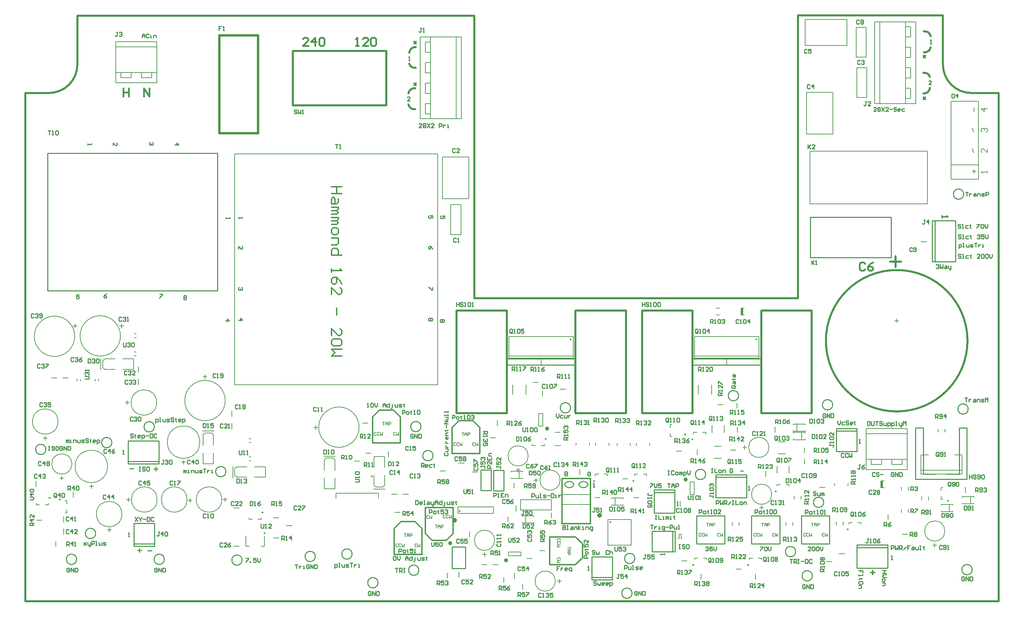
<source format=gto>
G04*
G04 #@! TF.GenerationSoftware,Altium Limited,Altium Designer,22.6.1 (34)*
G04*
G04 Layer_Color=65535*
%FSLAX43Y43*%
%MOMM*%
G71*
G04*
G04 #@! TF.SameCoordinates,15A2616C-5F2C-4B92-8F69-33DD5233AD97*
G04*
G04*
G04 #@! TF.FilePolarity,Positive*
G04*
G01*
G75*
%ADD10C,0.500*%
%ADD11C,0.200*%
%ADD12C,0.254*%
%ADD13C,0.250*%
%ADD14C,0.600*%
%ADD15C,0.100*%
%ADD16C,0.203*%
%ADD17C,0.300*%
%ADD18C,0.200*%
%ADD19C,0.152*%
%ADD20C,0.305*%
%ADD21C,0.150*%
%ADD22C,0.150*%
%ADD23C,0.400*%
%ADD24R,0.550X1.700*%
D10*
X194700Y243000D02*
G03*
X196400Y241800I1450J250D01*
G01*
X196400Y247000D02*
G03*
X194700Y245750I-225J-1475D01*
G01*
X194900Y253100D02*
G03*
X196500Y252100I1300J300D01*
G01*
Y257200D02*
G03*
X194900Y255800I-100J-1500D01*
G01*
X219075Y130150D02*
G03*
X219075Y130150I-250J0D01*
G01*
X229225Y162750D02*
G03*
X229225Y162750I-250J0D01*
G01*
X263475Y150150D02*
G03*
X263475Y150150I-250J0D01*
G01*
X332900Y184500D02*
G03*
X332900Y184500I-17500J0D01*
G01*
X205275Y134387D02*
G03*
X205275Y134387I-250J0D01*
G01*
X322000Y245700D02*
G03*
X323600Y247100I100J1500D01*
G01*
X323600Y249800D02*
G03*
X322000Y250800I-1300J-300D01*
G01*
X322100Y255900D02*
G03*
X323800Y257150I225J1475D01*
G01*
X323800Y259900D02*
G03*
X322100Y261100I-1450J-250D01*
G01*
X206545Y166600D02*
X218991D01*
X236009D02*
X248455D01*
X206545D02*
Y192000D01*
X219000Y166600D02*
Y192000D01*
X236000Y166600D02*
Y192000D01*
X248455Y166600D02*
Y192000D01*
X236009D02*
X248455D01*
X206672D02*
X218991D01*
X206545Y191873D02*
X206672Y192000D01*
X189257Y242769D02*
Y256231D01*
X166143Y242769D02*
X189257D01*
X166143D02*
Y256231D01*
X189257D01*
X252445Y166600D02*
X264891D01*
X281909D02*
X294355D01*
X252445D02*
Y192000D01*
X264900Y166600D02*
Y192000D01*
X281900Y166600D02*
Y192000D01*
X294355Y166600D02*
Y192000D01*
X281909D02*
X294355D01*
X252572D02*
X264891D01*
X252445Y191873D02*
X252572Y192000D01*
X313800Y204099D02*
X316466D01*
X315133Y205432D02*
Y202766D01*
X326840Y252840D02*
G03*
X333840Y245840I7000J0D01*
G01*
X105835D02*
G03*
X112835Y252840I0J7000D01*
G01*
X100000Y245840D02*
X100000Y120000D01*
X291000Y265000D02*
X326840Y265000D01*
Y252840D02*
Y265000D01*
X112835Y252840D02*
Y264980D01*
X100000Y245840D02*
X105835D01*
X112835Y264980D02*
X211000D01*
X100000Y120000D02*
X340611D01*
X340581Y245840D02*
X340611Y120000D01*
X333840Y245840D02*
X340581D01*
X291000Y194980D02*
Y264980D01*
X211000Y194980D02*
X291000D01*
X211000D02*
Y264980D01*
D11*
X112200Y185600D02*
G03*
X112200Y185600I-5000J0D01*
G01*
X132550Y145200D02*
G03*
X132550Y145200I-3150J0D01*
G01*
X120299Y153400D02*
G03*
X120299Y153400I-4000J0D01*
G01*
X111500Y154000D02*
G03*
X111500Y154000I-2500J0D01*
G01*
X327300Y137400D02*
G03*
X327300Y137400I-2500J0D01*
G01*
X231000Y125000D02*
G03*
X231000Y125000I-2500J0D01*
G01*
X143100Y159400D02*
G03*
X143100Y159400I-4000J0D01*
G01*
X284500Y146500D02*
G03*
X284500Y146500I-2500J0D01*
G01*
X283800Y158100D02*
G03*
X283800Y158100I-2500J0D01*
G01*
X216000Y135100D02*
G03*
X216000Y135100I-2500J0D01*
G01*
X224300Y156000D02*
G03*
X224300Y156000I-2500J0D01*
G01*
X232200Y150000D02*
G03*
X232200Y150000I-2500J0D01*
G01*
X123500Y185700D02*
G03*
X123500Y185700I-5000J0D01*
G01*
X108050Y164500D02*
G03*
X108050Y164500I-3150J0D01*
G01*
X149400Y169700D02*
G03*
X149400Y169700I-5000J0D01*
G01*
X182500Y163100D02*
G03*
X182500Y163100I-5000J0D01*
G01*
X148550Y145200D02*
G03*
X148550Y145200I-3150J0D01*
G01*
X139950D02*
G03*
X139950Y145200I-3150J0D01*
G01*
X123850Y141600D02*
G03*
X123850Y141600I-3150J0D01*
G01*
X132450Y169200D02*
G03*
X132450Y169200I-3150J0D01*
G01*
X219425Y131225D02*
Y132225D01*
X222525Y131225D02*
Y132225D01*
X219425Y131225D02*
X222525Y131225D01*
X219425Y132225D02*
X222525Y132225D01*
X226900Y163350D02*
X226900Y166450D01*
X227900D02*
X227900Y163350D01*
X226900Y166450D02*
X227900D01*
X226900Y163350D02*
X227900D01*
X264300Y149550D02*
X265300D01*
X264300Y146450D02*
X265300D01*
X264300Y149550D02*
X264300Y146450D01*
X265300D02*
X265300Y149550D01*
X292800Y257550D02*
X303100Y257550D01*
X292800Y257550D02*
Y264050D01*
X303100D01*
Y257550D02*
Y264050D01*
X307850Y254700D02*
X307850Y262100D01*
X305350Y254700D02*
X307850Y254700D01*
X305350Y254700D02*
X305350Y262100D01*
X307850Y262100D01*
X244950Y145600D02*
X247850D01*
X244950Y143800D02*
X247850D01*
X245800D02*
Y145600D01*
X247850Y143800D02*
Y144000D01*
X244950Y143800D02*
Y144000D01*
Y145400D02*
Y145600D01*
X247850Y145400D02*
Y145600D01*
X227500Y178538D02*
Y180062D01*
X222390Y142630D02*
Y145170D01*
X230010D01*
Y142630D02*
Y145170D01*
X222390Y142630D02*
X230010D01*
X232700Y144000D02*
X239700D01*
X232700Y146400D02*
X239700Y146400D01*
X219550Y180700D02*
X235450D01*
X219550Y180200D02*
X235450Y180200D01*
X219550Y185500D02*
X235450Y185500D01*
X235450Y180200D02*
X235450Y185500D01*
X219550Y180200D02*
X219550Y185500D01*
X266350Y171200D02*
Y173600D01*
X269650Y171200D02*
Y173600D01*
X249550Y158500D02*
X249550Y159100D01*
X246250Y158500D02*
Y159100D01*
X176750Y146750D02*
X176750Y145500D01*
X176750Y146750D02*
X187250D01*
Y145500D02*
Y146750D01*
X206897Y141790D02*
X215697Y141790D01*
X206897Y143390D02*
X215697D01*
X206897D02*
X206897Y141790D01*
X215697Y141790D02*
Y143390D01*
X154500Y133600D02*
X155400Y133600D01*
X154500Y136200D02*
X154500Y133600D01*
X158200Y133600D02*
X159100Y133600D01*
X159100Y136200D02*
X159100Y133600D01*
X328824Y228004D02*
X335624D01*
X328824Y243752D02*
X335624Y243752D01*
X328824Y224448D02*
X335624D01*
Y243752D01*
X328824Y224448D02*
X328824Y243752D01*
X270350Y158400D02*
X272050D01*
X270350Y155400D02*
X272050D01*
X270350D02*
Y155450D01*
X272050Y155400D02*
Y155450D01*
X270350Y158350D02*
Y158400D01*
X272050Y158350D02*
Y158400D01*
X261900Y143400D02*
X261900Y144800D01*
X102700Y143900D02*
X103500D01*
X102700D02*
Y144300D01*
X104900Y143900D02*
X105700D01*
X105700Y144300D01*
X243995Y133925D02*
X249794D01*
X243995Y140275D02*
X249794D01*
Y133925D02*
Y140275D01*
X243995Y133925D02*
Y140275D01*
X311500Y149850D02*
X311500Y148150D01*
X312300Y148150D01*
X311500Y149850D02*
X312300Y149850D01*
X318250Y142800D02*
X318250Y142000D01*
X316550Y142800D02*
X316550Y142000D01*
X316750Y136600D02*
X318050D01*
X209650Y230000D02*
X209650Y219700D01*
X203150D02*
X209650D01*
X203150D02*
Y230000D01*
X209650D01*
X236150Y158600D02*
Y159200D01*
X239450Y158600D02*
X239450Y159200D01*
X251050Y158500D02*
Y159100D01*
X254350Y158500D02*
X254350Y159100D01*
X240950Y158600D02*
Y159200D01*
X244250Y158600D02*
X244250Y159200D01*
X313300Y141550D02*
X313300Y140250D01*
X316550Y148300D02*
X316550Y147500D01*
X318250Y148300D02*
X318250Y147500D01*
X332400Y146950D02*
Y148250D01*
X230000Y140650D02*
Y141950D01*
X298050Y129800D02*
X299350Y129800D01*
X301152Y131803D02*
X302552D01*
X176500Y152450D02*
Y155000D01*
X173900Y152450D02*
Y155000D01*
Y147850D02*
X176500D01*
Y150550D01*
X173900Y147850D02*
Y150550D01*
X176050Y155450D02*
X176500Y155000D01*
X173900D02*
X174350Y155450D01*
X176050D01*
X173803Y155945D02*
X176597D01*
X327350Y161900D02*
Y162700D01*
X325650Y161900D02*
Y162700D01*
X261596Y135596D02*
X261600Y135600D01*
Y136600D01*
X262100D01*
X261295Y135596D02*
X261596D01*
X262100Y135600D02*
X262400D01*
X262100D02*
Y136600D01*
X286150Y156500D02*
X287850D01*
X286150Y159500D02*
X287850D01*
Y159450D02*
Y159500D01*
X286150Y159450D02*
Y159500D01*
X287850Y156500D02*
Y156550D01*
X286150Y156500D02*
Y156550D01*
X269750Y163550D02*
X269800D01*
X269750Y161850D02*
X269800D01*
X272700Y163550D02*
X272750D01*
X272700Y161850D02*
X272750D01*
Y163550D01*
X269750Y161850D02*
Y163550D01*
X285800Y151750D02*
Y153450D01*
X288800Y151750D02*
Y153450D01*
X288750Y151750D02*
X288800D01*
X288750Y153450D02*
X288800D01*
X285800Y151750D02*
X285850D01*
X285800Y153450D02*
X285850D01*
X220050Y150400D02*
X222950D01*
X220050Y152200D02*
X222950D01*
X222100Y150400D02*
Y152200D01*
X220050Y152000D02*
Y152200D01*
X222950Y152000D02*
Y152200D01*
Y150400D02*
Y150600D01*
X220050Y150400D02*
Y150600D01*
X222850Y141200D02*
X225750D01*
X222850Y139400D02*
X225750D01*
X223700D02*
Y141200D01*
X225750Y139400D02*
Y139600D01*
X222850Y139400D02*
Y139600D01*
Y141000D02*
Y141200D01*
X225750Y141000D02*
Y141200D01*
X326350Y142200D02*
Y142400D01*
X329250Y142200D02*
Y142400D01*
Y143800D02*
Y144000D01*
X326350Y143800D02*
Y144000D01*
X328400Y142200D02*
Y144000D01*
X326350D02*
X329250D01*
X326350Y142200D02*
X329250D01*
X331650Y144100D02*
X334550D01*
X331650Y145900D02*
X334550D01*
X333700Y144100D02*
Y145900D01*
X331650Y145700D02*
Y145900D01*
X334550Y145700D02*
Y145900D01*
Y144100D02*
Y144300D01*
X331650Y144100D02*
Y144300D01*
X289850Y160000D02*
Y160200D01*
X292750Y160000D02*
Y160200D01*
Y161600D02*
Y161800D01*
X289850Y161600D02*
Y161800D01*
X291900Y160000D02*
Y161800D01*
X289850D02*
X292750D01*
X289850Y160000D02*
X292750D01*
X289850Y163900D02*
X292750D01*
X289850Y162100D02*
X292750D01*
X290700D02*
Y163900D01*
X292750Y162100D02*
Y162300D01*
X289850Y162100D02*
Y162300D01*
Y163700D02*
Y163900D01*
X292750Y163700D02*
Y163900D01*
X186103Y147755D02*
X188897D01*
X186650Y148250D02*
X188350D01*
X188800Y148700D01*
X186200D02*
X186650Y148250D01*
X188800Y153150D02*
Y155850D01*
X186200Y153150D02*
Y155850D01*
X188800D01*
Y148700D02*
Y151250D01*
X186200Y148700D02*
Y151250D01*
X152200Y153300D02*
X154750D01*
X152200Y150700D02*
X154750D01*
X159350D02*
Y153300D01*
X156650D02*
X159350D01*
X156650Y150700D02*
X159350D01*
X151750Y152850D02*
X152200Y153300D01*
X151750Y151150D02*
X152200Y150700D01*
X151750Y151150D02*
Y152850D01*
X151255Y150603D02*
Y153397D01*
X146500Y158650D02*
Y161200D01*
X143900Y158650D02*
Y161200D01*
Y154050D02*
X146500D01*
Y156750D01*
X143900Y154050D02*
Y156750D01*
X146050Y161650D02*
X146500Y161200D01*
X143900D02*
X144350Y161650D01*
X146050D01*
X143803Y162145D02*
X146597D01*
X118655Y177303D02*
Y180097D01*
X119150Y177850D02*
Y179550D01*
Y177850D02*
X119600Y177400D01*
X119150Y179550D02*
X119600Y180000D01*
X124050Y177400D02*
X126750D01*
X124050Y180000D02*
X126750D01*
Y177400D02*
Y180000D01*
X119600Y177400D02*
X122150D01*
X119600Y180000D02*
X122150D01*
X109800Y144900D02*
X110200D01*
Y144100D02*
Y144900D01*
X109800Y141900D02*
X110200D01*
Y142700D01*
X323250Y145100D02*
Y145900D01*
X321550Y145100D02*
Y145900D01*
X293150Y235700D02*
X299650D01*
Y246000D01*
X293150D02*
X299650D01*
X293150D02*
X293150Y235700D01*
X326400Y147400D02*
Y148200D01*
X326800D01*
X326400Y145200D02*
Y146000D01*
Y145200D02*
X326800Y145200D01*
X259400Y160800D02*
X259800Y160800D01*
X259400Y160800D02*
Y161600D01*
Y163800D02*
X259800D01*
X259400Y163000D02*
Y163800D01*
X274350Y157400D02*
X275650D01*
X275900Y167850D02*
Y169150D01*
X207200Y125900D02*
X207200Y127300D01*
X151000Y165800D02*
X151000Y167200D01*
X151000Y164100D02*
X151000Y162700D01*
X102600Y148400D02*
Y149800D01*
X218300Y124650D02*
Y125950D01*
X222900Y122950D02*
Y124250D01*
X305800Y139500D02*
X306600D01*
X306600Y139100D02*
X306600Y139500D01*
X303600D02*
X304400Y139500D01*
X303600Y139100D02*
X303600Y139500D01*
X260950Y157200D02*
X262250D01*
X267400Y161800D02*
X268200D01*
X268200Y161400D02*
X268200Y161800D01*
X265200D02*
X266000D01*
X265200Y161400D02*
X265200Y161800D01*
X276000Y161850D02*
Y163150D01*
X202550Y152300D02*
X203850D01*
X223900Y130600D02*
X225300Y130600D01*
X207100Y154200D02*
X208500Y154200D01*
X191350Y142000D02*
X192650D01*
X204300Y125750D02*
Y127050D01*
X227150Y132500D02*
X228450D01*
X215550Y129100D02*
X216850D01*
X220900Y125600D02*
Y127000D01*
X212850Y129100D02*
X214150D01*
X221300Y142300D02*
X221300Y143700D01*
X219300Y139650D02*
Y140950D01*
X210400Y152000D02*
X211800Y152000D01*
X220800Y148010D02*
Y149310D01*
X209800Y135900D02*
X209800Y137300D01*
X205150Y210800D02*
X207650Y210800D01*
X207650Y218200D01*
X205150Y218200D02*
X207650Y218200D01*
X205150Y210800D02*
X205150Y218200D01*
X190500Y146500D02*
X191900Y146500D01*
X193300Y146500D02*
X194700Y146500D01*
X109200Y175300D02*
X110600Y175300D01*
X106400Y175300D02*
X107800Y175300D01*
X274750Y138800D02*
Y139600D01*
X276450Y138800D02*
X276450Y139600D01*
X281210Y130700D02*
X282010D01*
X282010Y130300D02*
X282010Y130700D01*
X279010D02*
X279810D01*
X279010Y130300D02*
X279010Y130700D01*
X280500Y125450D02*
Y126750D01*
X275650Y128000D02*
X276950D01*
X262250Y130000D02*
X263550D01*
X267000Y125450D02*
Y126750D01*
X267600Y130700D02*
X268400D01*
X268400Y130300D02*
X268400Y130700D01*
X265400D02*
X266200D01*
X265400Y130300D02*
X265400Y130700D01*
X302150Y138900D02*
Y139700D01*
X300450Y138900D02*
Y139700D01*
X296300Y148200D02*
X297700Y148200D01*
X303350Y148600D02*
Y149200D01*
X300050Y148600D02*
X300050Y149200D01*
X291750Y145300D02*
Y146100D01*
X290050Y145300D02*
X290050Y146100D01*
X289750Y138800D02*
Y139600D01*
X288050Y138800D02*
X288050Y139600D01*
X270800Y192550D02*
X271600D01*
X270800Y190850D02*
X271600Y190850D01*
X276900Y190850D02*
Y192550D01*
Y190850D02*
X277700D01*
X276900Y192550D02*
X277700Y192550D01*
X273400Y178538D02*
Y180062D01*
X252800Y151500D02*
X253600D01*
Y151100D02*
Y151500D01*
X250600D02*
X251400D01*
X250600Y151100D02*
X250600Y151500D01*
X243100D02*
X243900D01*
X243900Y151100D02*
X243900Y151500D01*
X240900D02*
X241700D01*
X240900Y151100D02*
X240900Y151500D01*
X247650Y150300D02*
X248950D01*
X237100Y151350D02*
Y152650D01*
X240750Y145700D02*
X242050D01*
X250450D02*
X251750D01*
X230900Y158500D02*
X232300Y158500D01*
X216650Y163459D02*
Y164759D01*
X214950Y160500D02*
X216250D01*
X230950Y161800D02*
X232250D01*
X232250Y172500D02*
X233550D01*
X225550Y174200D02*
X226850D01*
X227800Y170800D02*
X227800Y172200D01*
X225300Y158500D02*
X226100D01*
X225300D02*
Y158900D01*
X227500Y158500D02*
X228300D01*
X228300Y158900D01*
X220450Y171200D02*
Y173600D01*
X223750Y171200D02*
Y173600D01*
X271150Y168700D02*
X272450D01*
X266100Y156250D02*
Y157550D01*
X285300Y161850D02*
Y163150D01*
X283000Y150950D02*
Y152250D01*
X292600Y156750D02*
Y158050D01*
Y154050D02*
Y155350D01*
X288000Y148900D02*
X288800D01*
X288800Y148500D02*
X288800Y148900D01*
X285800D02*
X286600D01*
X285800Y148500D02*
X285800Y148900D01*
X305550Y252100D02*
X308050Y252100D01*
X305550Y244700D02*
X305550Y252100D01*
X305550Y244700D02*
X308050Y244700D01*
X308050Y252100D01*
X164500Y138700D02*
X165900Y138700D01*
X161350Y140700D02*
X162650D01*
X161350Y135700D02*
X162650Y135700D01*
X151500Y133600D02*
X152900Y133600D01*
X151500Y143100D02*
X152900Y143100D01*
X155300Y140300D02*
X156100Y140300D01*
X155300Y140300D02*
X155300Y140700D01*
X157500Y140300D02*
X158300Y140300D01*
X158300Y140700D01*
X109500Y141000D02*
X109500Y139600D01*
X102750Y140100D02*
X104050Y140100D01*
X109500Y138000D02*
X109500Y136600D01*
X107500Y134850D02*
X107500Y133550D01*
X111842Y147079D02*
X111842Y145779D01*
X127900Y176700D02*
Y178100D01*
Y173600D02*
X127900Y175000D01*
X189700Y155700D02*
X189700Y157100D01*
X183350Y164100D02*
X184650Y164100D01*
X184150Y156700D02*
X185450Y156700D01*
X181350Y154700D02*
X182650Y154700D01*
X321400Y208964D02*
X322800Y208964D01*
X265450Y180200D02*
X265450Y185500D01*
X281350Y180200D02*
X281350Y185500D01*
X265450Y185500D02*
X281350Y185500D01*
X265450Y180200D02*
X281350Y180200D01*
X265450Y180700D02*
X281350D01*
D12*
X233300Y148900D02*
G03*
X235600Y148900I1150J425D01*
G01*
X235600Y148900D02*
G03*
X233300Y148900I-1150J-425D01*
G01*
X236800Y148900D02*
G03*
X239100Y148900I1150J425D01*
G01*
X239100D02*
G03*
X236800Y148900I-1150J-425D01*
G01*
X153570Y130200D02*
G03*
X153570Y130200I-1270J0D01*
G01*
X197807Y163248D02*
G03*
X197807Y163248I-1270J0D01*
G01*
X249970Y122000D02*
G03*
X249970Y122000I-1270J0D01*
G01*
X200770Y156050D02*
G03*
X200770Y156050I-1270J0D01*
G01*
X234770Y167900D02*
G03*
X234770Y167900I-1270J0D01*
G01*
X197270Y127700D02*
G03*
X197270Y127700I-1270J0D01*
G01*
X333070Y167600D02*
G03*
X333070Y167600I-1270J0D01*
G01*
X297370Y144500D02*
G03*
X297370Y144500I-1270J0D01*
G01*
X250670Y130600D02*
G03*
X250670Y130600I-1270J0D01*
G01*
X276309Y170900D02*
G03*
X276309Y170900I-1270J0D01*
G01*
X331970Y220800D02*
G03*
X331970Y220800I-1270J0D01*
G01*
X334070Y127840D02*
G03*
X334070Y127840I-1270J0D01*
G01*
X171670Y131100D02*
G03*
X171670Y131100I-1270J0D01*
G01*
X290420Y132300D02*
G03*
X290420Y132300I-1270J0D01*
G01*
X105070Y157600D02*
G03*
X105070Y157600I-1270J0D01*
G01*
X149570Y152100D02*
G03*
X149570Y152100I-1270J0D01*
G01*
X268170Y151400D02*
G03*
X268170Y151400I-1270J0D01*
G01*
X180770Y131700D02*
G03*
X180770Y131700I-1270J0D01*
G01*
X131870Y163200D02*
G03*
X131870Y163200I-1270J0D01*
G01*
X117370Y136800D02*
G03*
X117370Y136800I-1270J0D01*
G01*
X121370Y159300D02*
G03*
X121370Y159300I-1270J0D01*
G01*
X294552Y126300D02*
G03*
X294552Y126300I-1270J0D01*
G01*
X134353Y130400D02*
G03*
X134353Y130400I-1270J0D01*
G01*
X187170Y124600D02*
G03*
X187170Y124600I-1270J0D01*
G01*
X112670Y130400D02*
G03*
X112670Y130400I-1270J0D01*
G01*
X299570Y168650D02*
G03*
X299570Y168650I-1270J0D01*
G01*
X320054Y150200D02*
X332754D01*
X321959Y151470D02*
Y162900D01*
X320054D02*
X321959D01*
X320054Y150200D02*
Y162900D01*
X332754Y150200D02*
Y162900D01*
X321959Y151470D02*
X325134D01*
X327674D02*
X330849D01*
Y162900D01*
X332754D01*
X218991Y178550D02*
X236009Y178550D01*
X218991Y180050D02*
X236009Y180050D01*
X324225Y214280D02*
X329940D01*
X329940Y204120D02*
X329940Y214280D01*
X324225Y204120D02*
Y214280D01*
Y204120D02*
X329940D01*
X324860D02*
X324860Y214280D01*
X215170Y147430D02*
Y152510D01*
X212630Y147430D02*
Y152510D01*
Y147430D02*
X215170D01*
X212630Y152510D02*
X215170D01*
X105500Y230900D02*
X147500D01*
Y196900D02*
Y230900D01*
X105500Y196900D02*
X147500D01*
X105500D02*
Y230900D01*
X205449Y128133D02*
Y133467D01*
Y128133D02*
X208751D01*
Y133467D01*
X205449D02*
X208751D01*
X259991Y132260D02*
Y137340D01*
X254911D02*
X260626D01*
X260626Y132260D01*
X254911D02*
Y137340D01*
Y132260D02*
X260626D01*
X313212Y128260D02*
Y133975D01*
X305592Y128260D02*
X313212Y128260D01*
X305592Y133975D02*
X313212D01*
X305592Y128260D02*
X305592Y133975D01*
X305592Y133340D02*
X313212Y133340D01*
X278310Y145660D02*
Y151375D01*
X270690Y145660D02*
X278310Y145660D01*
X270690Y151375D02*
X278310Y151375D01*
X270690Y145660D02*
X270690Y151375D01*
X270690Y150740D02*
X278310Y150740D01*
X126860Y133625D02*
Y139340D01*
X131940Y139340D01*
X126860Y133625D02*
X131940Y133625D01*
Y139340D01*
X126860Y134260D02*
X131940D01*
X260531Y141860D02*
Y147575D01*
X255451Y141860D02*
X260531Y141860D01*
X255451Y147575D02*
X260531Y147575D01*
X255451Y141860D02*
Y147575D01*
X255451Y146940D02*
X260531Y146940D01*
X240060Y125325D02*
Y131040D01*
X245140Y131040D01*
X240060Y125325D02*
X245140Y125325D01*
Y131040D01*
X240060Y125960D02*
X245140D01*
X305540Y157060D02*
Y162775D01*
X300460Y157060D02*
X305540Y157060D01*
X300460Y162775D02*
X305540Y162775D01*
X300460Y157060D02*
Y162775D01*
Y162140D02*
X305540D01*
X215730Y147390D02*
X218270Y147390D01*
X215730Y152470D02*
X218270Y152470D01*
X218270Y147390D01*
X215730Y147390D02*
X215730Y152470D01*
X125390Y154660D02*
X133010Y154660D01*
X133010Y154025D02*
X133010Y159740D01*
X125390Y154025D02*
X133010D01*
X125390Y159740D02*
X133010Y159740D01*
X125390Y154025D02*
Y159740D01*
X264891Y178550D02*
X281909Y178550D01*
X264891Y180050D02*
X281909Y180050D01*
D13*
X234925Y184850D02*
G03*
X234925Y184850I-125J0D01*
G01*
X185765Y150950D02*
G03*
X185765Y150950I-125J0D01*
G01*
X207488Y142346D02*
G03*
X207488Y142346I-125J0D01*
G01*
X159275Y136850D02*
G03*
X159275Y136850I-125J0D01*
G01*
X106125Y145600D02*
G03*
X106125Y145600I-125J0D01*
G01*
X244739Y139640D02*
G03*
X244739Y139640I-125J0D01*
G01*
X108625Y145200D02*
G03*
X108625Y145200I-125J0D01*
G01*
X328225Y144900D02*
G03*
X328225Y144900I-125J0D01*
G01*
X263225Y161300D02*
G03*
X263225Y161300I-125J0D01*
G01*
X303425Y137800D02*
G03*
X303425Y137800I-125J0D01*
G01*
X265025Y160100D02*
G03*
X265025Y160100I-125J0D01*
G01*
X278835Y129000D02*
G03*
X278835Y129000I-125J0D01*
G01*
X265225D02*
G03*
X265225Y129000I-125J0D01*
G01*
X250425Y149800D02*
G03*
X250425Y149800I-125J0D01*
G01*
X240725Y149800D02*
G03*
X240725Y149800I-125J0D01*
G01*
X228725Y160200D02*
G03*
X228725Y160200I-125J0D01*
G01*
X285625Y147200D02*
G03*
X285625Y147200I-125J0D01*
G01*
X158725Y142000D02*
G03*
X158725Y142000I-125J0D01*
G01*
X280825Y184850D02*
G03*
X280825Y184850I-125J0D01*
G01*
X294014Y205068D02*
X314014Y205068D01*
X294014Y215068D02*
X294014Y205068D01*
X294014Y215068D02*
X314014Y215068D01*
X314014Y205068D02*
X314014Y215068D01*
X265900Y134200D02*
Y141200D01*
X272900D01*
Y134200D02*
Y141200D01*
X265900Y134200D02*
X272900D01*
X279500D02*
X286500D01*
Y141200D01*
X279500D02*
X286500D01*
X279500Y134200D02*
Y141200D01*
X291800Y134200D02*
X298800D01*
Y141200D01*
X291800D02*
X298800D01*
X291800Y134200D02*
Y141200D01*
X176634Y233100D02*
X177300D01*
X176967D01*
Y232100D01*
X177633D02*
X177966D01*
X177800D01*
Y233100D01*
X177633Y232933D01*
X152700Y215100D02*
Y214767D01*
Y214933D01*
X153700D01*
X153533Y215100D01*
X149600Y215000D02*
Y214667D01*
Y214833D01*
X150600D01*
X150433Y215000D01*
X152670Y207249D02*
Y207915D01*
X153336Y207249D01*
X153503D01*
X153670Y207415D01*
Y207748D01*
X153503Y207915D01*
X149400Y189400D02*
X150400D01*
X149900Y189900D01*
Y189234D01*
X200660Y214869D02*
Y215535D01*
X200160D01*
X200326Y215202D01*
Y215035D01*
X200160Y214869D01*
X199827D01*
X199660Y215035D01*
Y215368D01*
X199827Y215535D01*
X203600Y214734D02*
Y215400D01*
X203100D01*
X203266Y215067D01*
Y214900D01*
X203100Y214734D01*
X202767D01*
X202600Y214900D01*
Y215233D01*
X202767Y215400D01*
X200493Y190135D02*
X200660Y189968D01*
Y189635D01*
X200493Y189469D01*
X200326D01*
X200160Y189635D01*
X199993Y189469D01*
X199827D01*
X199660Y189635D01*
Y189968D01*
X199827Y190135D01*
X199993D01*
X200160Y189968D01*
X200326Y190135D01*
X200493D01*
X200160Y189968D02*
Y189635D01*
X203333Y189800D02*
X203500Y189633D01*
Y189300D01*
X203333Y189134D01*
X203166D01*
X203000Y189300D01*
X202833Y189134D01*
X202667D01*
X202500Y189300D01*
Y189633D01*
X202667Y189800D01*
X202833D01*
X203000Y189633D01*
X203166Y189800D01*
X203333D01*
X203000Y189633D02*
Y189300D01*
X153503Y197755D02*
X153670Y197588D01*
Y197255D01*
X153503Y197089D01*
X153336D01*
X153170Y197255D01*
Y197422D01*
Y197255D01*
X153003Y197089D01*
X152837D01*
X152670Y197255D01*
Y197588D01*
X152837Y197755D01*
X152670Y189635D02*
X153670D01*
X153170Y190135D01*
Y189469D01*
X200660Y197755D02*
Y197089D01*
X200493D01*
X199827Y197755D01*
X199660D01*
X200660Y207249D02*
X200493Y207582D01*
X200160Y207915D01*
X199827D01*
X199660Y207748D01*
Y207415D01*
X199827Y207249D01*
X199993D01*
X200160Y207415D01*
Y207915D01*
X196633Y248350D02*
X195967Y247684D01*
Y248350D02*
X196633Y247684D01*
X196300Y248350D02*
Y247684D01*
X195967Y248017D02*
X196633D01*
Y258700D02*
X195967Y258034D01*
Y258700D02*
X196633Y258034D01*
X196300Y258700D02*
Y258034D01*
X195967Y258367D02*
X196633D01*
X195066Y243900D02*
X194400D01*
X195066Y244566D01*
Y244733D01*
X194900Y244900D01*
X194567D01*
X194400Y244733D01*
X194700Y253900D02*
X195033D01*
X194867D01*
Y254900D01*
X194700Y254733D01*
X240350Y148300D02*
X240683D01*
X240517D01*
Y149300D01*
X240350Y149133D01*
X115400Y233300D02*
Y232967D01*
Y233133D01*
X116400D01*
X116233Y233300D01*
X120066Y196100D02*
X119733Y195933D01*
X119400Y195600D01*
Y195267D01*
X119567Y195100D01*
X119900D01*
X120066Y195267D01*
Y195433D01*
X119900Y195600D01*
X119400D01*
X131433Y233600D02*
X131600Y233433D01*
Y233100D01*
X131433Y232934D01*
X131266D01*
X131100Y233100D01*
Y233267D01*
Y233100D01*
X130933Y232934D01*
X130767D01*
X130600Y233100D01*
Y233433D01*
X130767Y233600D01*
X136900Y233000D02*
X137900D01*
X137400Y233500D01*
Y232834D01*
X121700D02*
Y233500D01*
X122366Y232834D01*
X122533D01*
X122700Y233000D01*
Y233333D01*
X122533Y233500D01*
X113266Y195900D02*
X112600D01*
Y195400D01*
X112933Y195566D01*
X113100D01*
X113266Y195400D01*
Y195067D01*
X113100Y194900D01*
X112767D01*
X112600Y195067D01*
X133200Y196000D02*
X133866D01*
Y195833D01*
X133200Y195167D01*
Y195000D01*
X139100Y195533D02*
X139267Y195700D01*
X139600D01*
X139766Y195533D01*
Y195366D01*
X139600Y195200D01*
X139766Y195033D01*
Y194867D01*
X139600Y194700D01*
X139267D01*
X139100Y194867D01*
Y195033D01*
X139267Y195200D01*
X139100Y195366D01*
Y195533D01*
X139267Y195200D02*
X139600D01*
X258000Y131500D02*
Y131833D01*
Y131667D01*
X257000D01*
X257167Y131500D01*
X314002Y130358D02*
X314335D01*
X314169D01*
Y131357D01*
X314002Y131191D01*
X312850Y127590D02*
X311850D01*
X312350D01*
Y126924D01*
X312850D01*
X311850D01*
X312850Y126590D02*
X312183D01*
X311850Y126257D01*
X312183Y125924D01*
X312850D01*
X311850Y125424D02*
Y125091D01*
X312017Y124924D01*
X312350D01*
X312516Y125091D01*
Y125424D01*
X312350Y125591D01*
X312017D01*
X311850Y125424D01*
Y124591D02*
X312516D01*
Y124091D01*
X312350Y123925D01*
X311850D01*
X278700Y147500D02*
X279033D01*
X278867D01*
Y148500D01*
X278700Y148333D01*
X307002Y126924D02*
Y127590D01*
X306502D01*
Y127257D01*
Y127590D01*
X306002D01*
Y126590D02*
Y126257D01*
Y126424D01*
X307002D01*
Y126590D01*
X306835Y125591D02*
X306668D01*
Y125757D01*
Y125424D01*
Y125591D01*
X306169D01*
X306002Y125424D01*
X307002Y124424D02*
Y124758D01*
X306835Y124924D01*
X306169D01*
X306002Y124758D01*
Y124424D01*
X306169Y124258D01*
X306835D01*
X307002Y124424D01*
X306002Y123925D02*
X306668D01*
Y123425D01*
X306502Y123258D01*
X306002D01*
X128117Y153300D02*
X128450D01*
X128284D01*
Y152300D01*
X128117D01*
X128450D01*
X129617Y153133D02*
X129450Y153300D01*
X129117D01*
X128950Y153133D01*
Y152966D01*
X129117Y152800D01*
X129450D01*
X129617Y152633D01*
Y152467D01*
X129450Y152300D01*
X129117D01*
X128950Y152467D01*
X130450Y153300D02*
X130116D01*
X129950Y153133D01*
Y152467D01*
X130116Y152300D01*
X130450D01*
X130616Y152467D01*
Y153133D01*
X130450Y153300D01*
X125750Y152850D02*
X126750D01*
X131750Y152750D02*
X132750D01*
X132250Y153250D02*
Y152250D01*
X130250Y132550D02*
X131250D01*
X127650Y132650D02*
X128650D01*
X128150Y133150D02*
Y132150D01*
X125430Y136000D02*
X125763D01*
X125597D01*
Y137000D01*
X125430Y136833D01*
X261550Y134060D02*
X261883D01*
X261717D01*
Y133060D01*
X261550D01*
X261883D01*
X263049Y133893D02*
X262883Y134060D01*
X262550D01*
X262383Y133893D01*
Y133726D01*
X262550Y133560D01*
X262883D01*
X263049Y133393D01*
Y133227D01*
X262883Y133060D01*
X262550D01*
X262383Y133227D01*
X263883Y134060D02*
X263549D01*
X263383Y133893D01*
Y133227D01*
X263549Y133060D01*
X263883D01*
X264049Y133227D01*
Y133893D01*
X263883Y134060D01*
X233308Y152054D02*
Y151054D01*
X233808D01*
X233974Y151221D01*
Y151387D01*
X233808Y151554D01*
X233308D01*
X233808D01*
X233974Y151720D01*
Y151887D01*
X233808Y152054D01*
X233308D01*
X239716Y151883D02*
X239550Y152050D01*
X239217D01*
X239050Y151883D01*
Y151217D01*
X239217Y151050D01*
X239550D01*
X239716Y151217D01*
Y151550D01*
X239383D01*
X244136Y132414D02*
X243970Y132580D01*
X243637D01*
X243470Y132414D01*
Y131747D01*
X243637Y131580D01*
X243970D01*
X244136Y131747D01*
X244470Y132580D02*
Y131580D01*
Y132080D01*
X244636Y132247D01*
X244970D01*
X245136Y132080D01*
Y131580D01*
X240786Y132414D02*
X240620Y132580D01*
X240287D01*
X240120Y132414D01*
Y132247D01*
X240287Y132080D01*
X240620D01*
X240786Y131914D01*
Y131747D01*
X240620Y131580D01*
X240287D01*
X240120Y131747D01*
X241120Y132247D02*
Y131747D01*
X241286Y131580D01*
X241453Y131747D01*
X241620Y131580D01*
X241786Y131747D01*
Y132247D01*
X314716Y151783D02*
X314550Y151950D01*
X314217D01*
X314050Y151783D01*
Y151117D01*
X314217Y150950D01*
X314550D01*
X314716Y151117D01*
Y151450D01*
X314383D01*
X315050Y150950D02*
Y151950D01*
X315716Y150950D01*
Y151950D01*
X316049D02*
Y150950D01*
X316549D01*
X316716Y151117D01*
Y151783D01*
X316549Y151950D01*
X316049D01*
X310016Y151783D02*
X309850Y151950D01*
X309517D01*
X309350Y151783D01*
Y151117D01*
X309517Y150950D01*
X309850D01*
X310016Y151117D01*
X311016Y151783D02*
X310850Y151950D01*
X310516D01*
X310350Y151783D01*
Y151616D01*
X310516Y151450D01*
X310850D01*
X311016Y151283D01*
Y151117D01*
X310850Y150950D01*
X310516D01*
X310350Y151117D01*
X311349Y151450D02*
X312016D01*
X302316Y156483D02*
X302150Y156650D01*
X301817D01*
X301650Y156483D01*
Y155817D01*
X301817Y155650D01*
X302150D01*
X302316Y155817D01*
X303316Y156483D02*
X303150Y156650D01*
X302816D01*
X302650Y156483D01*
Y155817D01*
X302816Y155650D01*
X303150D01*
X303316Y155817D01*
X303649Y156650D02*
Y155650D01*
X303983Y155983D01*
X304316Y155650D01*
Y156650D01*
X261000Y143700D02*
X261333D01*
X261167D01*
Y144700D01*
X261000Y144533D01*
X239000Y127730D02*
X239333D01*
X239167D01*
Y128729D01*
X239000Y128563D01*
X258750Y149150D02*
X259416D01*
X259083D01*
Y148150D01*
X259750D02*
Y148816D01*
X260083Y149150D01*
X260416Y148816D01*
Y148150D01*
Y148650D01*
X259750D01*
X260749Y148150D02*
Y149150D01*
X261249D01*
X261416Y148983D01*
Y148650D01*
X261249Y148483D01*
X260749D01*
X254450Y149150D02*
X255116D01*
Y148983D01*
X254450Y148317D01*
Y148150D01*
X255450Y149150D02*
Y148483D01*
X255783Y148150D01*
X256116Y148483D01*
Y149150D01*
X257116D02*
X256449D01*
Y148650D01*
X256783Y148816D01*
X256949D01*
X257116Y148650D01*
Y148317D01*
X256949Y148150D01*
X256616D01*
X256449Y148317D01*
X269550Y152850D02*
X269883D01*
X269717D01*
Y151850D01*
X269550D01*
X269883D01*
X270383Y152850D02*
Y151850D01*
X271049D01*
X271549D02*
X271883D01*
X272049Y152017D01*
Y152350D01*
X271883Y152516D01*
X271549D01*
X271383Y152350D01*
Y152017D01*
X271549Y151850D01*
X272382D02*
Y152516D01*
X272882D01*
X273049Y152350D01*
Y151850D01*
X274816Y152683D02*
X274650Y152850D01*
X274317D01*
X274150Y152683D01*
Y152017D01*
X274317Y151850D01*
X274650D01*
X274816Y152017D01*
Y152350D01*
X274483D01*
X276796Y152250D02*
X277462D01*
X331316Y205783D02*
X331150Y205950D01*
X330817D01*
X330650Y205783D01*
Y205616D01*
X330817Y205450D01*
X331150D01*
X331316Y205283D01*
Y205117D01*
X331150Y204950D01*
X330817D01*
X330650Y205117D01*
X331650Y204950D02*
X331983D01*
X331816D01*
Y205950D01*
X331650D01*
X333149Y205616D02*
X332649D01*
X332483Y205450D01*
Y205117D01*
X332649Y204950D01*
X333149D01*
X333649Y205783D02*
Y205616D01*
X333482D01*
X333816D01*
X333649D01*
Y205117D01*
X333816Y204950D01*
X335982D02*
X335315D01*
X335982Y205616D01*
Y205783D01*
X335815Y205950D01*
X335482D01*
X335315Y205783D01*
X336315D02*
X336481Y205950D01*
X336815D01*
X336981Y205783D01*
Y205117D01*
X336815Y204950D01*
X336481D01*
X336315Y205117D01*
Y205783D01*
X337315D02*
X337481Y205950D01*
X337814D01*
X337981Y205783D01*
Y205117D01*
X337814Y204950D01*
X337481D01*
X337315Y205117D01*
Y205783D01*
X338314Y205950D02*
Y205283D01*
X338647Y204950D01*
X338981Y205283D01*
Y205950D01*
X330750Y207350D02*
Y208350D01*
X331250D01*
X331416Y208183D01*
Y207850D01*
X331250Y207683D01*
X330750D01*
X331750D02*
X332083D01*
X331916D01*
Y208683D01*
X331750D01*
X332583Y208350D02*
Y207850D01*
X332749Y207683D01*
X333249D01*
Y208350D01*
X333582Y207683D02*
X334082D01*
X334249Y207850D01*
X334082Y208016D01*
X333749D01*
X333582Y208183D01*
X333749Y208350D01*
X334249D01*
X334582Y208683D02*
X335249D01*
X334915D01*
Y207683D01*
X335582Y208350D02*
Y207683D01*
Y208016D01*
X335748Y208183D01*
X335915Y208350D01*
X336082D01*
X336581Y207683D02*
X336915D01*
X336748D01*
Y208350D01*
X336581D01*
X331216Y213183D02*
X331050Y213350D01*
X330717D01*
X330550Y213183D01*
Y213016D01*
X330717Y212850D01*
X331050D01*
X331216Y212683D01*
Y212517D01*
X331050Y212350D01*
X330717D01*
X330550Y212517D01*
X331550Y212350D02*
X331883D01*
X331716D01*
Y213350D01*
X331550D01*
X333049Y213016D02*
X332549D01*
X332383Y212850D01*
Y212517D01*
X332549Y212350D01*
X333049D01*
X333549Y213183D02*
Y213016D01*
X333382D01*
X333716D01*
X333549D01*
Y212517D01*
X333716Y212350D01*
X335215Y213350D02*
X335882D01*
Y213183D01*
X335215Y212517D01*
Y212350D01*
X336215Y213183D02*
X336381Y213350D01*
X336715D01*
X336881Y213183D01*
Y212517D01*
X336715Y212350D01*
X336381D01*
X336215Y212517D01*
Y213183D01*
X337215Y213350D02*
Y212683D01*
X337548Y212350D01*
X337881Y212683D01*
Y213350D01*
X331316Y210583D02*
X331150Y210750D01*
X330817D01*
X330650Y210583D01*
Y210416D01*
X330817Y210250D01*
X331150D01*
X331316Y210083D01*
Y209917D01*
X331150Y209750D01*
X330817D01*
X330650Y209917D01*
X331650Y209750D02*
X331983D01*
X331816D01*
Y210750D01*
X331650D01*
X333149Y210416D02*
X332649D01*
X332483Y210250D01*
Y209917D01*
X332649Y209750D01*
X333149D01*
X333649Y210583D02*
Y210416D01*
X333482D01*
X333816D01*
X333649D01*
Y209917D01*
X333816Y209750D01*
X335315Y210583D02*
X335482Y210750D01*
X335815D01*
X335982Y210583D01*
Y210416D01*
X335815Y210250D01*
X335648D01*
X335815D01*
X335982Y210083D01*
Y209917D01*
X335815Y209750D01*
X335482D01*
X335315Y209917D01*
X336981Y210750D02*
X336315D01*
Y210250D01*
X336648Y210416D01*
X336815D01*
X336981Y210250D01*
Y209917D01*
X336815Y209750D01*
X336481D01*
X336315Y209917D01*
X337315Y210750D02*
Y210083D01*
X337648Y209750D01*
X337981Y210083D01*
Y210750D01*
X306100Y159100D02*
X306433D01*
X306267D01*
Y160100D01*
X306100Y159933D01*
X124000Y156400D02*
X124333D01*
X124167D01*
Y157400D01*
X124000Y157233D01*
X323700Y258000D02*
X324033D01*
X323867D01*
Y259000D01*
X323700Y258833D01*
X323966Y247900D02*
X323300D01*
X323966Y248566D01*
Y248733D01*
X323800Y248900D01*
X323467D01*
X323300Y248733D01*
X321867Y244200D02*
X322533Y244866D01*
Y244200D02*
X321867Y244866D01*
X322200Y244200D02*
Y244866D01*
X322533Y244533D02*
X321867D01*
Y254550D02*
X322533Y255216D01*
Y254550D02*
X321867Y255216D01*
X322200Y254550D02*
Y255216D01*
X322533Y254883D02*
X321867D01*
X318667Y136100D02*
Y137100D01*
X319167D01*
X319333Y136933D01*
Y136600D01*
X319167Y136433D01*
X318667D01*
X319000D02*
X319333Y136100D01*
X319667Y136933D02*
X319833Y137100D01*
X320166D01*
X320333Y136933D01*
Y136767D01*
X320166Y136600D01*
X320333Y136433D01*
Y136267D01*
X320166Y136100D01*
X319833D01*
X319667Y136267D01*
Y136433D01*
X319833Y136600D01*
X319667Y136767D01*
Y136933D01*
X319833Y136600D02*
X320166D01*
X318867Y141900D02*
Y142900D01*
X319367D01*
X319533Y142733D01*
Y142400D01*
X319367Y142233D01*
X318867D01*
X319200D02*
X319533Y141900D01*
X319867Y142900D02*
X320533D01*
Y142733D01*
X319867Y142067D01*
Y141900D01*
X312267Y138582D02*
Y139582D01*
X312767D01*
X312933Y139415D01*
Y139082D01*
X312767Y138915D01*
X312267D01*
X312600D02*
X312933Y138582D01*
X313933Y139582D02*
X313600Y139415D01*
X313267Y139082D01*
Y138749D01*
X313433Y138582D01*
X313766D01*
X313933Y138749D01*
Y138915D01*
X313766Y139082D01*
X313267D01*
X318867Y147400D02*
Y148400D01*
X319367D01*
X319533Y148233D01*
Y147900D01*
X319367Y147733D01*
X318867D01*
X319200D02*
X319533Y147400D01*
X319867Y148233D02*
X320033Y148400D01*
X320366D01*
X320533Y148233D01*
Y148067D01*
X320366Y147900D01*
X320200D01*
X320366D01*
X320533Y147733D01*
Y147567D01*
X320366Y147400D01*
X320033D01*
X319867Y147567D01*
X309183Y147333D02*
X309016Y147500D01*
X308683D01*
X308517Y147333D01*
Y146667D01*
X308683Y146500D01*
X309016D01*
X309183Y146667D01*
X310183Y146500D02*
X309516D01*
X310183Y147167D01*
Y147333D01*
X310016Y147500D01*
X309683D01*
X309516Y147333D01*
X310516D02*
X310683Y147500D01*
X311016D01*
X311182Y147333D01*
Y147167D01*
X311016Y147000D01*
X311182Y146833D01*
Y146667D01*
X311016Y146500D01*
X310683D01*
X310516Y146667D01*
Y146833D01*
X310683Y147000D01*
X310516Y147167D01*
Y147333D01*
X310683Y147000D02*
X311016D01*
X228367Y139100D02*
Y140100D01*
X228867D01*
X229034Y139933D01*
Y139600D01*
X228867Y139433D01*
X228367D01*
X228700D02*
X229034Y139100D01*
X230033Y140100D02*
X229700Y139933D01*
X229367Y139600D01*
Y139267D01*
X229533Y139100D01*
X229867D01*
X230033Y139267D01*
Y139433D01*
X229867Y139600D01*
X229367D01*
X230366Y139933D02*
X230533Y140100D01*
X230866D01*
X231033Y139933D01*
Y139767D01*
X230866Y139600D01*
X230700D01*
X230866D01*
X231033Y139433D01*
Y139267D01*
X230866Y139100D01*
X230533D01*
X230366Y139267D01*
X308417Y135500D02*
X308084D01*
X308250D01*
Y134667D01*
X308084Y134500D01*
X307917D01*
X307751Y134667D01*
X308750Y134500D02*
X309083D01*
X308917D01*
Y135500D01*
X308750Y135333D01*
X309583D02*
X309750Y135500D01*
X310083D01*
X310250Y135333D01*
Y134667D01*
X310083Y134500D01*
X309750D01*
X309583Y134667D01*
Y135333D01*
X311249Y135500D02*
X310916Y135333D01*
X310583Y135000D01*
Y134667D01*
X310750Y134500D01*
X311083D01*
X311249Y134667D01*
Y134833D01*
X311083Y135000D01*
X310583D01*
X314056Y132800D02*
Y133800D01*
X314556D01*
X314723Y133633D01*
Y133300D01*
X314556Y133133D01*
X314056D01*
X315056Y133800D02*
Y132800D01*
X315389Y133133D01*
X315723Y132800D01*
Y133800D01*
X316056Y132800D02*
Y133800D01*
X316556D01*
X316722Y133633D01*
Y133300D01*
X316556Y133133D01*
X316056D01*
X316389D02*
X316722Y132800D01*
X317055D02*
X317722Y133467D01*
X318722Y133800D02*
X318055D01*
Y133300D01*
X318388D01*
X318055D01*
Y132800D01*
X319221Y133467D02*
X319555D01*
X319721Y133300D01*
Y132800D01*
X319221D01*
X319055Y132967D01*
X319221Y133133D01*
X319721D01*
X320054Y133467D02*
Y132967D01*
X320221Y132800D01*
X320721D01*
Y133467D01*
X321054Y132800D02*
X321387D01*
X321221D01*
Y133800D01*
X321054D01*
X322054Y133633D02*
Y133467D01*
X321887D01*
X322220D01*
X322054D01*
Y132967D01*
X322220Y132800D01*
X245717Y133437D02*
Y132604D01*
X245884Y132438D01*
X246217D01*
X246384Y132604D01*
Y133437D01*
X247383D02*
X246717D01*
Y132938D01*
X247050Y133104D01*
X247217D01*
X247383Y132938D01*
Y132604D01*
X247217Y132438D01*
X246883D01*
X246717Y132604D01*
X247716Y133271D02*
X247883Y133437D01*
X248216D01*
X248383Y133271D01*
Y133104D01*
X248216Y132938D01*
X248050D01*
X248216D01*
X248383Y132771D01*
Y132604D01*
X248216Y132438D01*
X247883D01*
X247716Y132604D01*
X269113Y146291D02*
Y145958D01*
Y146124D01*
X269946D01*
X270112Y145958D01*
Y145791D01*
X269946Y145624D01*
X270112Y146624D02*
Y146957D01*
Y146791D01*
X269113D01*
X269279Y146624D01*
Y147457D02*
X269113Y147624D01*
Y147957D01*
X269279Y148123D01*
X269946D01*
X270112Y147957D01*
Y147624D01*
X269946Y147457D01*
X269279D01*
Y148457D02*
X269113Y148623D01*
Y148957D01*
X269279Y149123D01*
X269446D01*
X269612Y148957D01*
Y148790D01*
Y148957D01*
X269779Y149123D01*
X269946D01*
X270112Y148957D01*
Y148623D01*
X269946Y148457D01*
X270751Y144000D02*
Y145000D01*
X271251D01*
X271418Y144833D01*
Y144500D01*
X271251Y144333D01*
X270751D01*
X271751Y145000D02*
Y144000D01*
X272084Y144333D01*
X272417Y144000D01*
Y145000D01*
X272751Y144000D02*
Y145000D01*
X273250D01*
X273417Y144833D01*
Y144500D01*
X273250Y144333D01*
X272751D01*
X273084D02*
X273417Y144000D01*
X273750D02*
X274417Y144667D01*
X274750Y145000D02*
X275083D01*
X274917D01*
Y144000D01*
X274750D01*
X275083D01*
X275583Y145000D02*
Y144000D01*
X276249D01*
X276749D02*
X277082D01*
X277249Y144167D01*
Y144500D01*
X277082Y144667D01*
X276749D01*
X276583Y144500D01*
Y144167D01*
X276749Y144000D01*
X277582D02*
Y144667D01*
X278082D01*
X278249Y144500D01*
Y144000D01*
X101050Y145124D02*
X101883D01*
X102050Y145291D01*
Y145624D01*
X101883Y145790D01*
X101050D01*
X102050Y146624D02*
X101050D01*
X101550Y146124D01*
Y146790D01*
X101217Y147123D02*
X101050Y147290D01*
Y147623D01*
X101217Y147790D01*
X101883D01*
X102050Y147623D01*
Y147290D01*
X101883Y147123D01*
X101217D01*
X148520Y262315D02*
X147853D01*
Y261815D01*
X148187D01*
X147853D01*
Y261315D01*
X148853D02*
X149186D01*
X149020D01*
Y262315D01*
X148853Y262148D01*
X261617Y142833D02*
X261450Y143000D01*
X261117D01*
X260951Y142833D01*
Y142167D01*
X261117Y142000D01*
X261450D01*
X261617Y142167D01*
X261950Y142000D02*
X262283D01*
X262117D01*
Y143000D01*
X261950Y142833D01*
X262783D02*
X262950Y143000D01*
X263283D01*
X263450Y142833D01*
Y142167D01*
X263283Y142000D01*
X262950D01*
X262783Y142167D01*
Y142833D01*
X263783D02*
X263950Y143000D01*
X264283D01*
X264449Y142833D01*
Y142667D01*
X264283Y142500D01*
X264449Y142333D01*
Y142167D01*
X264283Y142000D01*
X263950D01*
X263783Y142167D01*
Y142333D01*
X263950Y142500D01*
X263783Y142667D01*
Y142833D01*
X263950Y142500D02*
X264283D01*
X253434Y131500D02*
X253100D01*
X253267D01*
Y130667D01*
X253100Y130500D01*
X252934D01*
X252767Y130667D01*
X254433Y131500D02*
X253767D01*
Y131000D01*
X254100Y131167D01*
X254267D01*
X254433Y131000D01*
Y130667D01*
X254267Y130500D01*
X253933D01*
X253767Y130667D01*
X255433Y131500D02*
X254766D01*
Y131000D01*
X255100Y131167D01*
X255266D01*
X255433Y131000D01*
Y130667D01*
X255266Y130500D01*
X254933D01*
X254766Y130667D01*
X254518Y138866D02*
X255184D01*
X254851D01*
Y137867D01*
X255518Y138533D02*
Y137867D01*
Y138200D01*
X255684Y138367D01*
X255851Y138533D01*
X256017D01*
X256517Y137867D02*
X256850D01*
X256684D01*
Y138533D01*
X256517D01*
X257683Y137534D02*
X257850D01*
X258017Y137700D01*
Y138533D01*
X257517D01*
X257350Y138367D01*
Y138033D01*
X257517Y137867D01*
X258017D01*
X258350Y138367D02*
X259016D01*
X259350Y137867D02*
Y138866D01*
X259849D01*
X260016Y138700D01*
Y138367D01*
X259849Y138200D01*
X259350D01*
X260349Y138533D02*
Y138033D01*
X260516Y137867D01*
X261016D01*
Y138533D01*
X261349Y137867D02*
X261682D01*
X261516D01*
Y138866D01*
X261349D01*
X274300Y154313D02*
Y154979D01*
X274134Y155146D01*
X273800D01*
X273634Y154979D01*
Y154313D01*
X273800Y154146D01*
X274134D01*
X273967Y154479D02*
X274300Y154146D01*
X274134D02*
X274300Y154313D01*
X274634Y154146D02*
X274967D01*
X274800D01*
Y155146D01*
X274634Y154979D01*
X275467Y154146D02*
X275800D01*
X275633D01*
Y155146D01*
X275467Y154979D01*
X276966Y155146D02*
X276300D01*
Y154646D01*
X276633Y154813D01*
X276800D01*
X276966Y154646D01*
Y154313D01*
X276800Y154146D01*
X276466D01*
X276300Y154313D01*
X286417Y154667D02*
Y155333D01*
X286250Y155500D01*
X285917D01*
X285751Y155333D01*
Y154667D01*
X285917Y154500D01*
X286250D01*
X286084Y154833D02*
X286417Y154500D01*
X286250D02*
X286417Y154667D01*
X286750Y154500D02*
X287083D01*
X286917D01*
Y155500D01*
X286750Y155333D01*
X287583D02*
X287750Y155500D01*
X288083D01*
X288250Y155333D01*
Y154667D01*
X288083Y154500D01*
X287750D01*
X287583Y154667D01*
Y155333D01*
X288583Y155500D02*
X289249D01*
Y155333D01*
X288583Y154667D01*
Y154500D01*
X269700Y164967D02*
Y165633D01*
X269534Y165800D01*
X269201D01*
X269034Y165633D01*
Y164967D01*
X269201Y164800D01*
X269534D01*
X269367Y165133D02*
X269700Y164800D01*
X269534D02*
X269700Y164967D01*
X270034Y164800D02*
X270367D01*
X270200D01*
Y165800D01*
X270034Y165633D01*
X270867Y164800D02*
X271200D01*
X271033D01*
Y165800D01*
X270867Y165633D01*
X271700D02*
X271866Y165800D01*
X272200D01*
X272366Y165633D01*
Y165467D01*
X272200Y165300D01*
X272033D01*
X272200D01*
X272366Y165133D01*
Y164967D01*
X272200Y164800D01*
X271866D01*
X271700Y164967D01*
X285917Y160067D02*
Y160733D01*
X285750Y160900D01*
X285417D01*
X285251Y160733D01*
Y160067D01*
X285417Y159900D01*
X285750D01*
X285584Y160233D02*
X285917Y159900D01*
X285750D02*
X285917Y160067D01*
X286250Y159900D02*
X286583D01*
X286417D01*
Y160900D01*
X286250Y160733D01*
X287083D02*
X287250Y160900D01*
X287583D01*
X287750Y160733D01*
Y160067D01*
X287583Y159900D01*
X287250D01*
X287083Y160067D01*
Y160733D01*
X288083D02*
X288250Y160900D01*
X288583D01*
X288749Y160733D01*
Y160567D01*
X288583Y160400D01*
X288416D01*
X288583D01*
X288749Y160233D01*
Y160067D01*
X288583Y159900D01*
X288250D01*
X288083Y160067D01*
X167100Y241533D02*
X166934Y241700D01*
X166600D01*
X166434Y241533D01*
Y241367D01*
X166600Y241200D01*
X166934D01*
X167100Y241033D01*
Y240867D01*
X166934Y240700D01*
X166600D01*
X166434Y240867D01*
X167433Y241700D02*
Y240700D01*
X167767Y241033D01*
X168100Y240700D01*
Y241700D01*
X168433Y240700D02*
X168766D01*
X168600D01*
Y241700D01*
X168433Y241533D01*
X328981Y245602D02*
Y244602D01*
X329481D01*
X329647Y244769D01*
Y245435D01*
X329481Y245602D01*
X328981D01*
X330480Y244602D02*
Y245602D01*
X329980Y245102D01*
X330647D01*
X158250Y139100D02*
Y138267D01*
X158417Y138100D01*
X158750D01*
X158917Y138267D01*
Y139100D01*
X159250Y138100D02*
X159583D01*
X159417D01*
Y139100D01*
X159250Y138933D01*
X160750Y138100D02*
X160083D01*
X160750Y138767D01*
Y138933D01*
X160583Y139100D01*
X160250D01*
X160083Y138933D01*
X263817Y146200D02*
Y145367D01*
X263984Y145200D01*
X264317D01*
X264484Y145367D01*
Y146200D01*
X264817Y145200D02*
X265150D01*
X264983D01*
Y146200D01*
X264817Y146033D01*
X265650D02*
X265817Y146200D01*
X266150D01*
X266316Y146033D01*
Y145367D01*
X266150Y145200D01*
X265817D01*
X265650Y145367D01*
Y146033D01*
X266650Y145200D02*
X266983D01*
X266816D01*
Y146200D01*
X266650Y146033D01*
X222951Y163000D02*
Y162167D01*
X223117Y162000D01*
X223450D01*
X223617Y162167D01*
Y163000D01*
X223950Y162000D02*
X224283D01*
X224117D01*
Y163000D01*
X223950Y162833D01*
X224783D02*
X224950Y163000D01*
X225283D01*
X225450Y162833D01*
Y162167D01*
X225283Y162000D01*
X224950D01*
X224783Y162167D01*
Y162833D01*
X225783D02*
X225950Y163000D01*
X226283D01*
X226449Y162833D01*
Y162167D01*
X226283Y162000D01*
X225950D01*
X225783Y162167D01*
Y162833D01*
X219417Y135680D02*
Y134847D01*
X219584Y134681D01*
X219917D01*
X220084Y134847D01*
Y135680D01*
X221083D02*
X220417D01*
Y135180D01*
X220750Y135347D01*
X220917D01*
X221083Y135180D01*
Y134847D01*
X220917Y134681D01*
X220583D01*
X220417Y134847D01*
X222083Y134681D02*
X221416D01*
X222083Y135347D01*
Y135514D01*
X221916Y135680D01*
X221583D01*
X221416Y135514D01*
X208334Y147700D02*
Y146867D01*
X208500Y146700D01*
X208834D01*
X209000Y146867D01*
Y147700D01*
X210000D02*
X209333D01*
Y147200D01*
X209667Y147367D01*
X209833D01*
X210000Y147200D01*
Y146867D01*
X209833Y146700D01*
X209500D01*
X209333Y146867D01*
X210333Y146700D02*
X210666D01*
X210500D01*
Y147700D01*
X210333Y147533D01*
X200367Y134600D02*
Y133767D01*
X200534Y133600D01*
X200867D01*
X201034Y133767D01*
Y134600D01*
X202033D02*
X201367D01*
Y134100D01*
X201700Y134267D01*
X201867D01*
X202033Y134100D01*
Y133767D01*
X201867Y133600D01*
X201533D01*
X201367Y133767D01*
X202366Y134433D02*
X202533Y134600D01*
X202866D01*
X203033Y134433D01*
Y133767D01*
X202866Y133600D01*
X202533D01*
X202366Y133767D01*
Y134433D01*
X114700Y175034D02*
X115533D01*
X115700Y175200D01*
Y175534D01*
X115533Y175700D01*
X114700D01*
X114867Y176033D02*
X114700Y176200D01*
Y176533D01*
X114867Y176700D01*
X115033D01*
X115200Y176533D01*
Y176367D01*
Y176533D01*
X115367Y176700D01*
X115533D01*
X115700Y176533D01*
Y176200D01*
X115533Y176033D01*
X115700Y177033D02*
Y177366D01*
Y177200D01*
X114700D01*
X114867Y177033D01*
X124208Y184000D02*
Y183167D01*
X124374Y183000D01*
X124707D01*
X124874Y183167D01*
Y184000D01*
X125207Y183833D02*
X125374Y184000D01*
X125707D01*
X125874Y183833D01*
Y183667D01*
X125707Y183500D01*
X125540D01*
X125707D01*
X125874Y183333D01*
Y183167D01*
X125707Y183000D01*
X125374D01*
X125207Y183167D01*
X126207Y183833D02*
X126374Y184000D01*
X126707D01*
X126873Y183833D01*
Y183167D01*
X126707Y183000D01*
X126374D01*
X126207Y183167D01*
Y183833D01*
X152858Y157350D02*
Y156517D01*
X153024Y156350D01*
X153357D01*
X153524Y156517D01*
Y157350D01*
X153857Y156350D02*
X154190D01*
X154024D01*
Y157350D01*
X153857Y157183D01*
X154690Y156350D02*
X155023D01*
X154857D01*
Y157350D01*
X154690Y157183D01*
X181500Y149596D02*
X182333D01*
X182500Y149763D01*
Y150096D01*
X182333Y150263D01*
X181500D01*
X182500Y150596D02*
Y150929D01*
Y150763D01*
X181500D01*
X181667Y150596D01*
Y151429D02*
X181500Y151596D01*
Y151929D01*
X181667Y152096D01*
X182333D01*
X182500Y151929D01*
Y151596D01*
X182333Y151429D01*
X181667D01*
X154551Y130700D02*
X155217D01*
Y130533D01*
X154551Y129867D01*
Y129700D01*
X155550D02*
Y129867D01*
X155717D01*
Y129700D01*
X155550D01*
X157050Y130700D02*
X156383D01*
Y130200D01*
X156717Y130367D01*
X156883D01*
X157050Y130200D01*
Y129867D01*
X156883Y129700D01*
X156550D01*
X156383Y129867D01*
X157383Y130700D02*
Y130033D01*
X157716Y129700D01*
X158049Y130033D01*
Y130700D01*
X251240Y122333D02*
X251074Y122500D01*
X250741D01*
X250574Y122333D01*
Y121667D01*
X250741Y121500D01*
X251074D01*
X251240Y121667D01*
Y122000D01*
X250907D01*
X251574Y121500D02*
Y122500D01*
X252240Y121500D01*
Y122500D01*
X252573D02*
Y121500D01*
X253073D01*
X253240Y121667D01*
Y122333D01*
X253073Y122500D01*
X252573D01*
X110928Y128087D02*
X110761Y128254D01*
X110428D01*
X110261Y128087D01*
Y127421D01*
X110428Y127254D01*
X110761D01*
X110928Y127421D01*
Y127754D01*
X110595D01*
X111261Y127254D02*
Y128254D01*
X111928Y127254D01*
Y128254D01*
X112261D02*
Y127254D01*
X112761D01*
X112927Y127421D01*
Y128087D01*
X112761Y128254D01*
X112261D01*
X195871Y161233D02*
X195704Y161400D01*
X195371D01*
X195204Y161233D01*
Y160567D01*
X195371Y160400D01*
X195704D01*
X195871Y160567D01*
Y160900D01*
X195537D01*
X196204Y160400D02*
Y161400D01*
X196870Y160400D01*
Y161400D01*
X197203D02*
Y160400D01*
X197703D01*
X197870Y160567D01*
Y161233D01*
X197703Y161400D01*
X197203D01*
X132594Y128087D02*
X132427Y128254D01*
X132094D01*
X131928Y128087D01*
Y127421D01*
X132094Y127254D01*
X132427D01*
X132594Y127421D01*
Y127754D01*
X132261D01*
X132927Y127254D02*
Y128254D01*
X133594Y127254D01*
Y128254D01*
X133927D02*
Y127254D01*
X134427D01*
X134593Y127421D01*
Y128087D01*
X134427Y128254D01*
X133927D01*
X185426Y122270D02*
X185259Y122437D01*
X184926D01*
X184760Y122270D01*
Y121604D01*
X184926Y121437D01*
X185259D01*
X185426Y121604D01*
Y121937D01*
X185093D01*
X185759Y121437D02*
Y122437D01*
X186426Y121437D01*
Y122437D01*
X186759D02*
Y121437D01*
X187259D01*
X187425Y121604D01*
Y122270D01*
X187259Y122437D01*
X186759D01*
X258851Y152366D02*
X259184D01*
X259017D01*
Y151367D01*
X258851D01*
X259184D01*
X260350Y152200D02*
X260184Y152366D01*
X259851D01*
X259684Y152200D01*
Y151533D01*
X259851Y151367D01*
X260184D01*
X260350Y151533D01*
X260850Y151367D02*
X261183D01*
X261350Y151533D01*
Y151867D01*
X261183Y152033D01*
X260850D01*
X260684Y151867D01*
Y151533D01*
X260850Y151367D01*
X261683D02*
Y152033D01*
X261850D01*
X262017Y151867D01*
Y151367D01*
Y151867D01*
X262183Y152033D01*
X262350Y151867D01*
Y151367D01*
X262683Y151034D02*
Y152033D01*
X263183D01*
X263349Y151867D01*
Y151533D01*
X263183Y151367D01*
X262683D01*
X263683Y152366D02*
Y151700D01*
X264016Y151367D01*
X264349Y151700D01*
Y152366D01*
X231201Y166400D02*
Y165733D01*
X231534Y165400D01*
X231867Y165733D01*
Y166400D01*
X232867Y166067D02*
X232367D01*
X232200Y165900D01*
Y165567D01*
X232367Y165400D01*
X232867D01*
X233200Y166067D02*
Y165567D01*
X233367Y165400D01*
X233866D01*
Y166067D01*
X234200D02*
Y165400D01*
Y165733D01*
X234366Y165900D01*
X234533Y166067D01*
X234699D01*
X332268Y170400D02*
X332934D01*
X332601D01*
Y169400D01*
X333267Y170067D02*
Y169400D01*
Y169733D01*
X333434Y169900D01*
X333600Y170067D01*
X333767D01*
X334434D02*
X334767D01*
X334933Y169900D01*
Y169400D01*
X334434D01*
X334267Y169567D01*
X334434Y169733D01*
X334933D01*
X335267Y169400D02*
Y170067D01*
X335766D01*
X335933Y169900D01*
Y169400D01*
X336266D02*
X336766D01*
X336933Y169567D01*
X336766Y169733D01*
X336433D01*
X336266Y169900D01*
X336433Y170067D01*
X336933D01*
X337266Y169400D02*
Y170400D01*
X337599Y170067D01*
X337932Y170400D01*
Y169400D01*
X274706Y173417D02*
X274539Y173250D01*
Y172917D01*
X274706Y172751D01*
X275372D01*
X275539Y172917D01*
Y173250D01*
X275372Y173417D01*
X275039D01*
Y173084D01*
X274872Y173917D02*
Y174250D01*
X275039Y174417D01*
X275539D01*
Y173917D01*
X275372Y173750D01*
X275206Y173917D01*
Y174417D01*
X274706Y174917D02*
X274872D01*
Y174750D01*
Y175083D01*
Y174917D01*
X275372D01*
X275539Y175083D01*
Y176083D02*
Y175750D01*
X275372Y175583D01*
X275039D01*
X274872Y175750D01*
Y176083D01*
X275039Y176249D01*
X275206D01*
Y175583D01*
X295434Y147033D02*
X295267Y147200D01*
X294934D01*
X294767Y147033D01*
Y146867D01*
X294934Y146700D01*
X295267D01*
X295434Y146533D01*
Y146367D01*
X295267Y146200D01*
X294934D01*
X294767Y146367D01*
X295767Y146867D02*
Y146367D01*
X295933Y146200D01*
X296433D01*
Y146867D01*
X296766Y146200D02*
Y146867D01*
X296933D01*
X297100Y146700D01*
Y146200D01*
Y146700D01*
X297266Y146867D01*
X297433Y146700D01*
Y146200D01*
X288951Y130400D02*
X289617D01*
X289284D01*
Y129400D01*
X289951D02*
Y130400D01*
X290450D01*
X290617Y130233D01*
Y129900D01*
X290450Y129733D01*
X289951D01*
X290284D02*
X290617Y129400D01*
X290950Y130400D02*
X291283D01*
X291117D01*
Y129400D01*
X290950D01*
X291283D01*
X291783Y129900D02*
X292450D01*
X292783Y130400D02*
Y129400D01*
X293283D01*
X293449Y129567D01*
Y130233D01*
X293283Y130400D01*
X292783D01*
X294449Y130233D02*
X294283Y130400D01*
X293949D01*
X293783Y130233D01*
Y129567D01*
X293949Y129400D01*
X294283D01*
X294449Y129567D01*
X332368Y221300D02*
X333034D01*
X332701D01*
Y220300D01*
X333367Y220967D02*
Y220300D01*
Y220633D01*
X333534Y220800D01*
X333700Y220967D01*
X333867D01*
X334534D02*
X334867D01*
X335033Y220800D01*
Y220300D01*
X334534D01*
X334367Y220467D01*
X334534Y220633D01*
X335033D01*
X335367Y220300D02*
Y220967D01*
X335866D01*
X336033Y220800D01*
Y220300D01*
X336366D02*
X336866D01*
X337033Y220467D01*
X336866Y220633D01*
X336533D01*
X336366Y220800D01*
X336533Y220967D01*
X337033D01*
X337366Y220300D02*
Y221300D01*
X337866D01*
X338032Y221133D01*
Y220800D01*
X337866Y220633D01*
X337366D01*
X332134Y125923D02*
X331967Y126089D01*
X331634D01*
X331467Y125923D01*
Y125256D01*
X331634Y125089D01*
X331967D01*
X332134Y125256D01*
Y125589D01*
X331800D01*
X332467Y125089D02*
Y126089D01*
X333133Y125089D01*
Y126089D01*
X333466D02*
Y125089D01*
X333966D01*
X334133Y125256D01*
Y125923D01*
X333966Y126089D01*
X333466D01*
X297821Y166339D02*
X297654Y166506D01*
X297321D01*
X297155Y166339D01*
Y165673D01*
X297321Y165506D01*
X297654D01*
X297821Y165673D01*
Y166006D01*
X297488D01*
X298154Y165506D02*
Y166506D01*
X298821Y165506D01*
Y166506D01*
X299154D02*
Y165506D01*
X299654D01*
X299820Y165673D01*
Y166339D01*
X299654Y166506D01*
X299154D01*
X197834Y153200D02*
Y154200D01*
X198334D01*
X198500Y154033D01*
Y153700D01*
X198334Y153533D01*
X197834D01*
X198167D02*
X198500Y153200D01*
X199333D02*
X199000D01*
X198834Y153367D01*
Y153700D01*
X199000Y153867D01*
X199333D01*
X199500Y153700D01*
Y153533D01*
X198834D01*
X200500Y153867D02*
X200000D01*
X199833Y153700D01*
Y153367D01*
X200000Y153200D01*
X200500D01*
X201000Y154033D02*
Y153867D01*
X200833D01*
X201166D01*
X201000D01*
Y153367D01*
X201166Y153200D01*
X248051Y127900D02*
Y128900D01*
X248551D01*
X248717Y128733D01*
Y128400D01*
X248551Y128233D01*
X248051D01*
X249050Y128567D02*
Y128067D01*
X249217Y127900D01*
X249717D01*
Y128567D01*
X250050Y127900D02*
X250383D01*
X250217D01*
Y128900D01*
X250050D01*
X250883Y127900D02*
X251383D01*
X251550Y128067D01*
X251383Y128233D01*
X251050D01*
X250883Y128400D01*
X251050Y128567D01*
X251550D01*
X252383Y127900D02*
X252049D01*
X251883Y128067D01*
Y128400D01*
X252049Y128567D01*
X252383D01*
X252549Y128400D01*
Y128233D01*
X251883D01*
X191434Y128200D02*
X192100D01*
X191767D01*
Y127200D01*
X192433D02*
Y128200D01*
X192933D01*
X193100Y128033D01*
Y127700D01*
X192933Y127533D01*
X192433D01*
X192767D02*
X193100Y127200D01*
X193433Y128200D02*
X193766D01*
X193600D01*
Y127200D01*
X193433D01*
X193766D01*
X292792Y123972D02*
X292625Y124139D01*
X292292D01*
X292125Y123972D01*
Y123306D01*
X292292Y123139D01*
X292625D01*
X292792Y123306D01*
Y123639D01*
X292459D01*
X293125Y123139D02*
Y124139D01*
X293792Y123139D01*
Y124139D01*
X294125D02*
Y123139D01*
X294625D01*
X294791Y123306D01*
Y123972D01*
X294625Y124139D01*
X294125D01*
X114379Y134533D02*
X115045Y133867D01*
X114712Y134200D01*
X115045Y134533D01*
X114379Y133867D01*
X115379Y134533D02*
Y134033D01*
X115545Y133867D01*
X116045D01*
Y133700D01*
X115879Y133534D01*
X115712D01*
X116045Y133867D02*
Y134533D01*
X116378Y133867D02*
Y134866D01*
X116878D01*
X117045Y134700D01*
Y134367D01*
X116878Y134200D01*
X116378D01*
X117378Y133867D02*
X117711D01*
X117545D01*
Y134866D01*
X117378D01*
X118211Y134533D02*
Y134033D01*
X118378Y133867D01*
X118878D01*
Y134533D01*
X119211Y133867D02*
X119711D01*
X119877Y134033D01*
X119711Y134200D01*
X119377D01*
X119211Y134367D01*
X119377Y134533D01*
X119877D01*
X105651Y158400D02*
X105984D01*
X105817D01*
Y157400D01*
X105651D01*
X105984D01*
X107150Y158233D02*
X106984Y158400D01*
X106651D01*
X106484Y158233D01*
Y158067D01*
X106651Y157900D01*
X106984D01*
X107150Y157733D01*
Y157567D01*
X106984Y157400D01*
X106651D01*
X106484Y157567D01*
X107983Y158400D02*
X107650D01*
X107484Y158233D01*
Y157567D01*
X107650Y157400D01*
X107983D01*
X108150Y157567D01*
Y158233D01*
X107983Y158400D01*
X109150Y158233D02*
X108983Y158400D01*
X108650D01*
X108483Y158233D01*
Y157567D01*
X108650Y157400D01*
X108983D01*
X109150Y157567D01*
Y157900D01*
X108817D01*
X109483Y157400D02*
Y158400D01*
X110149Y157400D01*
Y158400D01*
X110483D02*
Y157400D01*
X110982D01*
X111149Y157567D01*
Y158233D01*
X110982Y158400D01*
X110483D01*
X110035Y159267D02*
Y159933D01*
X110201D01*
X110368Y159767D01*
Y159267D01*
Y159767D01*
X110535Y159933D01*
X110701Y159767D01*
Y159267D01*
X111034D02*
X111368D01*
X111201D01*
Y159933D01*
X111034D01*
X111867Y159267D02*
Y159933D01*
X112367D01*
X112534Y159767D01*
Y159267D01*
X112867Y159933D02*
Y159433D01*
X113034Y159267D01*
X113534D01*
Y159933D01*
X113867Y159267D02*
X114367D01*
X114533Y159433D01*
X114367Y159600D01*
X114033D01*
X113867Y159767D01*
X114033Y159933D01*
X114533D01*
X115533Y160100D02*
X115366Y160266D01*
X115033D01*
X114866Y160100D01*
Y159933D01*
X115033Y159767D01*
X115366D01*
X115533Y159600D01*
Y159433D01*
X115366Y159267D01*
X115033D01*
X114866Y159433D01*
X116033Y160100D02*
Y159933D01*
X115866D01*
X116199D01*
X116033D01*
Y159433D01*
X116199Y159267D01*
X117199D02*
X116866D01*
X116699Y159433D01*
Y159767D01*
X116866Y159933D01*
X117199D01*
X117366Y159767D01*
Y159600D01*
X116699D01*
X117699Y158934D02*
Y159933D01*
X118199D01*
X118365Y159767D01*
Y159433D01*
X118199Y159267D01*
X117699D01*
X132135Y164134D02*
Y165133D01*
X132634D01*
X132801Y164967D01*
Y164633D01*
X132634Y164467D01*
X132135D01*
X133134D02*
X133467D01*
X133301D01*
Y165466D01*
X133134D01*
X133967Y165133D02*
Y164633D01*
X134134Y164467D01*
X134634D01*
Y165133D01*
X134967Y164467D02*
X135467D01*
X135633Y164633D01*
X135467Y164800D01*
X135134D01*
X134967Y164967D01*
X135134Y165133D01*
X135633D01*
X136633Y165300D02*
X136466Y165466D01*
X136133D01*
X135967Y165300D01*
Y165133D01*
X136133Y164967D01*
X136466D01*
X136633Y164800D01*
Y164633D01*
X136466Y164467D01*
X136133D01*
X135967Y164633D01*
X137133Y165300D02*
Y165133D01*
X136966D01*
X137300D01*
X137133D01*
Y164633D01*
X137300Y164467D01*
X138299D02*
X137966D01*
X137799Y164633D01*
Y164967D01*
X137966Y165133D01*
X138299D01*
X138466Y164967D01*
Y164800D01*
X137799D01*
X138799Y164134D02*
Y165133D01*
X139299D01*
X139465Y164967D01*
Y164633D01*
X139299Y164467D01*
X138799D01*
X166651Y129100D02*
X167317D01*
X166984D01*
Y128100D01*
X167651Y128767D02*
Y128100D01*
Y128433D01*
X167817Y128600D01*
X167984Y128767D01*
X168150D01*
X168650Y128100D02*
X168983D01*
X168817D01*
Y128767D01*
X168650D01*
X170150Y128933D02*
X169983Y129100D01*
X169650D01*
X169483Y128933D01*
Y128267D01*
X169650Y128100D01*
X169983D01*
X170150Y128267D01*
Y128600D01*
X169817D01*
X170483Y128100D02*
Y129100D01*
X171149Y128100D01*
Y129100D01*
X171483D02*
Y128100D01*
X171982D01*
X172149Y128267D01*
Y128933D01*
X171982Y129100D01*
X171483D01*
X139140Y151800D02*
Y152467D01*
X139307D01*
X139474Y152300D01*
Y151800D01*
Y152300D01*
X139640Y152467D01*
X139807Y152300D01*
Y151800D01*
X140140D02*
X140473D01*
X140307D01*
Y152467D01*
X140140D01*
X140973Y151800D02*
Y152467D01*
X141473D01*
X141640Y152300D01*
Y151800D01*
X141973Y152467D02*
Y151967D01*
X142139Y151800D01*
X142639D01*
Y152467D01*
X142972Y151800D02*
X143472D01*
X143639Y151967D01*
X143472Y152133D01*
X143139D01*
X142972Y152300D01*
X143139Y152467D01*
X143639D01*
X143972Y152800D02*
X144639D01*
X144305D01*
Y151800D01*
X144972Y152467D02*
Y151800D01*
Y152133D01*
X145138Y152300D01*
X145305Y152467D01*
X145472D01*
X145971Y151800D02*
X146305D01*
X146138D01*
Y152467D01*
X145971D01*
X176418Y128134D02*
Y129133D01*
X176917D01*
X177084Y128967D01*
Y128633D01*
X176917Y128467D01*
X176418D01*
X177417D02*
X177751D01*
X177584D01*
Y129466D01*
X177417D01*
X178250Y129133D02*
Y128633D01*
X178417Y128467D01*
X178917D01*
Y129133D01*
X179250Y128467D02*
X179750D01*
X179917Y128633D01*
X179750Y128800D01*
X179417D01*
X179250Y128967D01*
X179417Y129133D01*
X179917D01*
X180250Y129466D02*
X180916D01*
X180583D01*
Y128467D01*
X181249Y129133D02*
Y128467D01*
Y128800D01*
X181416Y128967D01*
X181583Y129133D01*
X181749D01*
X182249Y128467D02*
X182582D01*
X182416D01*
Y129133D01*
X182249D01*
X105613Y236508D02*
X106280D01*
X105946D01*
Y235509D01*
X106613D02*
X106946D01*
X106779D01*
Y236508D01*
X106613Y236342D01*
X107446D02*
X107613Y236508D01*
X107946D01*
X108112Y236342D01*
Y235675D01*
X107946Y235509D01*
X107613D01*
X107446Y235675D01*
Y236342D01*
X163350Y135200D02*
Y136200D01*
X163850D01*
X164017Y136033D01*
Y135700D01*
X163850Y135533D01*
X163350D01*
X163684D02*
X164017Y135200D01*
X164350D02*
X164683D01*
X164517D01*
Y136200D01*
X164350Y136033D01*
X165683Y135200D02*
Y136200D01*
X165183Y135700D01*
X165850D01*
X160850Y143700D02*
Y144700D01*
X161350D01*
X161517Y144533D01*
Y144200D01*
X161350Y144033D01*
X160850D01*
X161184D02*
X161517Y143700D01*
X161850D02*
X162183D01*
X162017D01*
Y144700D01*
X161850Y144533D01*
X163350Y144700D02*
X162683D01*
Y144200D01*
X163016Y144367D01*
X163183D01*
X163350Y144200D01*
Y143867D01*
X163183Y143700D01*
X162850D01*
X162683Y143867D01*
X234100Y159951D02*
X233100D01*
Y160450D01*
X233267Y160617D01*
X233600D01*
X233767Y160450D01*
Y159951D01*
Y160284D02*
X234100Y160617D01*
Y160950D02*
Y161283D01*
Y161117D01*
X233100D01*
X233267Y160950D01*
X233100Y162450D02*
Y161783D01*
X233600D01*
X233433Y162117D01*
Y162283D01*
X233600Y162450D01*
X233933D01*
X234100Y162283D01*
Y161950D01*
X233933Y161783D01*
X233267Y162783D02*
X233100Y162950D01*
Y163283D01*
X233267Y163449D01*
X233433D01*
X233600Y163283D01*
Y163116D01*
Y163283D01*
X233767Y163449D01*
X233933D01*
X234100Y163283D01*
Y162950D01*
X233933Y162783D01*
X264501Y154275D02*
Y155275D01*
X265000D01*
X265167Y155108D01*
Y154775D01*
X265000Y154608D01*
X264501D01*
X264834D02*
X265167Y154275D01*
X265500D02*
X265833D01*
X265667D01*
Y155275D01*
X265500Y155108D01*
X266833Y154275D02*
Y155275D01*
X266333Y154775D01*
X267000D01*
X267999Y155275D02*
X267666Y155108D01*
X267333Y154775D01*
Y154442D01*
X267500Y154275D01*
X267833D01*
X267999Y154442D01*
Y154608D01*
X267833Y154775D01*
X267333D01*
X246551Y147200D02*
Y148200D01*
X247050D01*
X247217Y148033D01*
Y147700D01*
X247050Y147533D01*
X246551D01*
X246884D02*
X247217Y147200D01*
X247550D02*
X247883D01*
X247717D01*
Y148200D01*
X247550Y148033D01*
X248883Y147200D02*
Y148200D01*
X248383Y147700D01*
X249050D01*
X249883Y147200D02*
Y148200D01*
X249383Y147700D01*
X250049D01*
X235351Y153446D02*
Y154446D01*
X235850D01*
X236017Y154279D01*
Y153946D01*
X235850Y153779D01*
X235351D01*
X235684D02*
X236017Y153446D01*
X236350D02*
X236683D01*
X236517D01*
Y154446D01*
X236350Y154279D01*
X237683Y153446D02*
Y154446D01*
X237183Y153946D01*
X237850D01*
X238183Y154279D02*
X238350Y154446D01*
X238683D01*
X238849Y154279D01*
Y154113D01*
X238683Y153946D01*
X238516D01*
X238683D01*
X238849Y153779D01*
Y153613D01*
X238683Y153446D01*
X238350D01*
X238183Y153613D01*
X274051Y159750D02*
Y160750D01*
X274550D01*
X274717Y160583D01*
Y160250D01*
X274550Y160083D01*
X274051D01*
X274384D02*
X274717Y159750D01*
X275050D02*
X275383D01*
X275217D01*
Y160750D01*
X275050Y160583D01*
X276383Y159750D02*
Y160750D01*
X275883Y160250D01*
X276550D01*
X277549Y159750D02*
X276883D01*
X277549Y160417D01*
Y160583D01*
X277383Y160750D01*
X277050D01*
X276883Y160583D01*
X249717Y141900D02*
Y142900D01*
X250217D01*
X250384Y142733D01*
Y142400D01*
X250217Y142233D01*
X249717D01*
X250050D02*
X250384Y141900D01*
X250717D02*
X251050D01*
X250883D01*
Y142900D01*
X250717Y142733D01*
X252050Y141900D02*
Y142900D01*
X251550Y142400D01*
X252216D01*
X252550Y141900D02*
X252883D01*
X252716D01*
Y142900D01*
X252550Y142733D01*
X242651Y146500D02*
Y147500D01*
X243150D01*
X243317Y147333D01*
Y147000D01*
X243150Y146833D01*
X242651D01*
X242984D02*
X243317Y146500D01*
X243650D02*
X243983D01*
X243817D01*
Y147500D01*
X243650Y147333D01*
X244983Y146500D02*
Y147500D01*
X244483Y147000D01*
X245150D01*
X245483Y147333D02*
X245650Y147500D01*
X245983D01*
X246149Y147333D01*
Y146667D01*
X245983Y146500D01*
X245650D01*
X245483Y146667D01*
Y147333D01*
X265451Y123900D02*
Y124900D01*
X265950D01*
X266117Y124733D01*
Y124400D01*
X265950Y124233D01*
X265451D01*
X265784D02*
X266117Y123900D01*
X266450D02*
X266783D01*
X266617D01*
Y124900D01*
X266450Y124733D01*
X267283D02*
X267450Y124900D01*
X267783D01*
X267950Y124733D01*
Y124567D01*
X267783Y124400D01*
X267617D01*
X267783D01*
X267950Y124233D01*
Y124067D01*
X267783Y123900D01*
X267450D01*
X267283Y124067D01*
X268283Y124733D02*
X268450Y124900D01*
X268783D01*
X268949Y124733D01*
Y124567D01*
X268783Y124400D01*
X268949Y124233D01*
Y124067D01*
X268783Y123900D01*
X268450D01*
X268283Y124067D01*
Y124233D01*
X268450Y124400D01*
X268283Y124567D01*
Y124733D01*
X268450Y124400D02*
X268783D01*
X261151Y126700D02*
Y127700D01*
X261650D01*
X261817Y127533D01*
Y127200D01*
X261650Y127033D01*
X261151D01*
X261484D02*
X261817Y126700D01*
X262150D02*
X262483D01*
X262317D01*
Y127700D01*
X262150Y127533D01*
X262983D02*
X263150Y127700D01*
X263483D01*
X263650Y127533D01*
Y127367D01*
X263483Y127200D01*
X263317D01*
X263483D01*
X263650Y127033D01*
Y126867D01*
X263483Y126700D01*
X263150D01*
X262983Y126867D01*
X263983Y127700D02*
X264649D01*
Y127533D01*
X263983Y126867D01*
Y126700D01*
X260551Y159300D02*
Y160300D01*
X261050D01*
X261217Y160133D01*
Y159800D01*
X261050Y159633D01*
X260551D01*
X260884D02*
X261217Y159300D01*
X261550D02*
X261883D01*
X261717D01*
Y160300D01*
X261550Y160133D01*
X262383D02*
X262550Y160300D01*
X262883D01*
X263050Y160133D01*
Y159967D01*
X262883Y159800D01*
X262717D01*
X262883D01*
X263050Y159633D01*
Y159467D01*
X262883Y159300D01*
X262550D01*
X262383Y159467D01*
X264049Y160300D02*
X263716Y160133D01*
X263383Y159800D01*
Y159467D01*
X263550Y159300D01*
X263883D01*
X264049Y159467D01*
Y159633D01*
X263883Y159800D01*
X263383D01*
X213200Y162049D02*
X214200D01*
Y161550D01*
X214033Y161383D01*
X213700D01*
X213533Y161550D01*
Y162049D01*
Y161716D02*
X213200Y161383D01*
Y161050D02*
Y160717D01*
Y160883D01*
X214200D01*
X214033Y161050D01*
Y160217D02*
X214200Y160050D01*
Y159717D01*
X214033Y159550D01*
X213867D01*
X213700Y159717D01*
Y159883D01*
Y159717D01*
X213533Y159550D01*
X213367D01*
X213200Y159717D01*
Y160050D01*
X213367Y160217D01*
X214200Y158551D02*
Y159217D01*
X213700D01*
X213867Y158884D01*
Y158717D01*
X213700Y158551D01*
X213367D01*
X213200Y158717D01*
Y159050D01*
X213367Y159217D01*
X274351Y163700D02*
Y164700D01*
X274850D01*
X275017Y164533D01*
Y164200D01*
X274850Y164033D01*
X274351D01*
X274684D02*
X275017Y163700D01*
X275350D02*
X275683D01*
X275517D01*
Y164700D01*
X275350Y164533D01*
X276183D02*
X276350Y164700D01*
X276683D01*
X276850Y164533D01*
Y164367D01*
X276683Y164200D01*
X276517D01*
X276683D01*
X276850Y164033D01*
Y163867D01*
X276683Y163700D01*
X276350D01*
X276183Y163867D01*
X277683Y163700D02*
Y164700D01*
X277183Y164200D01*
X277849D01*
X245851Y164300D02*
Y165300D01*
X246350D01*
X246517Y165133D01*
Y164800D01*
X246350Y164633D01*
X245851D01*
X246184D02*
X246517Y164300D01*
X246850D02*
X247183D01*
X247017D01*
Y165300D01*
X246850Y165133D01*
X247683D02*
X247850Y165300D01*
X248183D01*
X248350Y165133D01*
Y164967D01*
X248183Y164800D01*
X248017D01*
X248183D01*
X248350Y164633D01*
Y164467D01*
X248183Y164300D01*
X247850D01*
X247683Y164467D01*
X248683Y165133D02*
X248850Y165300D01*
X249183D01*
X249349Y165133D01*
Y164967D01*
X249183Y164800D01*
X249016D01*
X249183D01*
X249349Y164633D01*
Y164467D01*
X249183Y164300D01*
X248850D01*
X248683Y164467D01*
X251051Y163700D02*
Y164700D01*
X251550D01*
X251717Y164533D01*
Y164200D01*
X251550Y164033D01*
X251051D01*
X251384D02*
X251717Y163700D01*
X252050D02*
X252383D01*
X252217D01*
Y164700D01*
X252050Y164533D01*
X252883D02*
X253050Y164700D01*
X253383D01*
X253550Y164533D01*
Y164367D01*
X253383Y164200D01*
X253217D01*
X253383D01*
X253550Y164033D01*
Y163867D01*
X253383Y163700D01*
X253050D01*
X252883Y163867D01*
X254549Y163700D02*
X253883D01*
X254549Y164367D01*
Y164533D01*
X254383Y164700D01*
X254050D01*
X253883Y164533D01*
X236217Y163800D02*
Y164800D01*
X236717D01*
X236884Y164633D01*
Y164300D01*
X236717Y164133D01*
X236217D01*
X236550D02*
X236884Y163800D01*
X237217D02*
X237550D01*
X237383D01*
Y164800D01*
X237217Y164633D01*
X238050D02*
X238217Y164800D01*
X238550D01*
X238716Y164633D01*
Y164467D01*
X238550Y164300D01*
X238383D01*
X238550D01*
X238716Y164133D01*
Y163967D01*
X238550Y163800D01*
X238217D01*
X238050Y163967D01*
X239050Y163800D02*
X239383D01*
X239216D01*
Y164800D01*
X239050Y164633D01*
X240551Y164400D02*
Y165400D01*
X241050D01*
X241217Y165233D01*
Y164900D01*
X241050Y164733D01*
X240551D01*
X240884D02*
X241217Y164400D01*
X241550D02*
X241883D01*
X241717D01*
Y165400D01*
X241550Y165233D01*
X242383D02*
X242550Y165400D01*
X242883D01*
X243050Y165233D01*
Y165067D01*
X242883Y164900D01*
X242717D01*
X242883D01*
X243050Y164733D01*
Y164567D01*
X242883Y164400D01*
X242550D01*
X242383Y164567D01*
X243383Y165233D02*
X243550Y165400D01*
X243883D01*
X244049Y165233D01*
Y164567D01*
X243883Y164400D01*
X243550D01*
X243383Y164567D01*
Y165233D01*
X272300Y170969D02*
X271300D01*
Y171469D01*
X271467Y171635D01*
X271800D01*
X271967Y171469D01*
Y170969D01*
Y171302D02*
X272300Y171635D01*
Y171968D02*
Y172302D01*
Y172135D01*
X271300D01*
X271467Y171968D01*
X272300Y173468D02*
Y172801D01*
X271633Y173468D01*
X271467D01*
X271300Y173301D01*
Y172968D01*
X271467Y172801D01*
X271300Y173801D02*
Y174468D01*
X271467D01*
X272133Y173801D01*
X272300D01*
X219051Y163610D02*
Y164609D01*
X219550D01*
X219717Y164443D01*
Y164109D01*
X219550Y163943D01*
X219051D01*
X219384D02*
X219717Y163610D01*
X220050D02*
X220383D01*
X220217D01*
Y164609D01*
X220050Y164443D01*
X221550Y163610D02*
X220883D01*
X221550Y164276D01*
Y164443D01*
X221383Y164609D01*
X221050D01*
X220883Y164443D01*
X222549Y164609D02*
X222216Y164443D01*
X221883Y164109D01*
Y163776D01*
X222050Y163610D01*
X222383D01*
X222549Y163776D01*
Y163943D01*
X222383Y164109D01*
X221883D01*
X273751Y134900D02*
Y135900D01*
X274250D01*
X274417Y135733D01*
Y135400D01*
X274250Y135233D01*
X273751D01*
X274084D02*
X274417Y134900D01*
X274750D02*
X275083D01*
X274917D01*
Y135900D01*
X274750Y135733D01*
X276250Y134900D02*
X275583D01*
X276250Y135567D01*
Y135733D01*
X276083Y135900D01*
X275750D01*
X275583Y135733D01*
X277249Y135900D02*
X276583D01*
Y135400D01*
X276916Y135567D01*
X277083D01*
X277249Y135400D01*
Y135067D01*
X277083Y134900D01*
X276750D01*
X276583Y135067D01*
X279141Y123400D02*
Y124400D01*
X279640D01*
X279807Y124233D01*
Y123900D01*
X279640Y123733D01*
X279141D01*
X279474D02*
X279807Y123400D01*
X280140D02*
X280473D01*
X280307D01*
Y124400D01*
X280140Y124233D01*
X281640Y123400D02*
X280973D01*
X281640Y124067D01*
Y124233D01*
X281473Y124400D01*
X281140D01*
X280973Y124233D01*
X282473Y123400D02*
Y124400D01*
X281973Y123900D01*
X282639D01*
X281151Y152900D02*
Y153900D01*
X281650D01*
X281817Y153733D01*
Y153400D01*
X281650Y153233D01*
X281151D01*
X281484D02*
X281817Y152900D01*
X282150D02*
X282483D01*
X282317D01*
Y153900D01*
X282150Y153733D01*
X283650Y152900D02*
X282983D01*
X283650Y153567D01*
Y153733D01*
X283483Y153900D01*
X283150D01*
X282983Y153733D01*
X283983D02*
X284150Y153900D01*
X284483D01*
X284649Y153733D01*
Y153567D01*
X284483Y153400D01*
X284316D01*
X284483D01*
X284649Y153233D01*
Y153067D01*
X284483Y152900D01*
X284150D01*
X283983Y153067D01*
X274551Y130600D02*
Y131600D01*
X275050D01*
X275217Y131433D01*
Y131100D01*
X275050Y130933D01*
X274551D01*
X274884D02*
X275217Y130600D01*
X275550D02*
X275883D01*
X275717D01*
Y131600D01*
X275550Y131433D01*
X277050Y130600D02*
X276383D01*
X277050Y131267D01*
Y131433D01*
X276883Y131600D01*
X276550D01*
X276383Y131433D01*
X278049Y130600D02*
X277383D01*
X278049Y131267D01*
Y131433D01*
X277883Y131600D01*
X277550D01*
X277383Y131433D01*
X266351Y177000D02*
Y178000D01*
X266850D01*
X267017Y177833D01*
Y177500D01*
X266850Y177333D01*
X266351D01*
X266684D02*
X267017Y177000D01*
X267350D02*
X267683D01*
X267517D01*
Y178000D01*
X267350Y177833D01*
X268850Y177000D02*
X268183D01*
X268850Y177667D01*
Y177833D01*
X268683Y178000D01*
X268350D01*
X268183Y177833D01*
X269183D02*
X269350Y178000D01*
X269683D01*
X269849Y177833D01*
Y177167D01*
X269683Y177000D01*
X269350D01*
X269183Y177167D01*
Y177833D01*
X305150Y149048D02*
X304150D01*
Y149548D01*
X304317Y149714D01*
X304650D01*
X304817Y149548D01*
Y149048D01*
Y149381D02*
X305150Y149714D01*
Y150048D02*
Y150381D01*
Y150214D01*
X304150D01*
X304317Y150048D01*
X305150Y150881D02*
Y151214D01*
Y151047D01*
X304150D01*
X304317Y150881D01*
Y151714D02*
X304150Y151880D01*
Y152214D01*
X304317Y152380D01*
X304483D01*
X304650Y152214D01*
X304817Y152380D01*
X304983D01*
X305150Y152214D01*
Y151880D01*
X304983Y151714D01*
X304817D01*
X304650Y151880D01*
X304483Y151714D01*
X304317D01*
X304650Y151880D02*
Y152214D01*
X220334Y177100D02*
Y178100D01*
X220834D01*
X221000Y177933D01*
Y177600D01*
X220834Y177433D01*
X220334D01*
X220667D02*
X221000Y177100D01*
X221334D02*
X221667D01*
X221500D01*
Y178100D01*
X221334Y177933D01*
X222167Y177100D02*
X222500D01*
X222333D01*
Y178100D01*
X222167Y177933D01*
X223000Y178100D02*
X223666D01*
Y177933D01*
X223000Y177267D01*
Y177100D01*
X224934Y177000D02*
Y178000D01*
X225434D01*
X225600Y177833D01*
Y177500D01*
X225434Y177333D01*
X224934D01*
X225267D02*
X225600Y177000D01*
X225934D02*
X226267D01*
X226100D01*
Y178000D01*
X225934Y177833D01*
X226767Y177000D02*
X227100D01*
X226933D01*
Y178000D01*
X226767Y177833D01*
X228266Y178000D02*
X227933Y177833D01*
X227600Y177500D01*
Y177167D01*
X227766Y177000D01*
X228100D01*
X228266Y177167D01*
Y177333D01*
X228100Y177500D01*
X227600D01*
X274248Y166307D02*
Y167307D01*
X274748D01*
X274914Y167140D01*
Y166807D01*
X274748Y166640D01*
X274248D01*
X274581D02*
X274914Y166307D01*
X275248D02*
X275581D01*
X275414D01*
Y167307D01*
X275248Y167140D01*
X276081Y166307D02*
X276414D01*
X276247D01*
Y167307D01*
X276081Y167140D01*
X277580Y167307D02*
X276914D01*
Y166807D01*
X277247Y166974D01*
X277414D01*
X277580Y166807D01*
Y166474D01*
X277414Y166307D01*
X277080D01*
X276914Y166474D01*
X294934Y154100D02*
Y155100D01*
X295434D01*
X295600Y154933D01*
Y154600D01*
X295434Y154433D01*
X294934D01*
X295267D02*
X295600Y154100D01*
X295934D02*
X296267D01*
X296100D01*
Y155100D01*
X295934Y154933D01*
X296767Y154100D02*
X297100D01*
X296933D01*
Y155100D01*
X296767Y154933D01*
X298100Y154100D02*
Y155100D01*
X297600Y154600D01*
X298266D01*
X287334Y134900D02*
Y135900D01*
X287834D01*
X288000Y135733D01*
Y135400D01*
X287834Y135233D01*
X287334D01*
X287667D02*
X288000Y134900D01*
X288334D02*
X288667D01*
X288500D01*
Y135900D01*
X288334Y135733D01*
X289167Y134900D02*
X289500D01*
X289333D01*
Y135900D01*
X289167Y135733D01*
X290000D02*
X290166Y135900D01*
X290500D01*
X290666Y135733D01*
Y135567D01*
X290500Y135400D01*
X290333D01*
X290500D01*
X290666Y135233D01*
Y135067D01*
X290500Y134900D01*
X290166D01*
X290000Y135067D01*
X293600Y144134D02*
X292600D01*
Y144634D01*
X292767Y144800D01*
X293100D01*
X293267Y144634D01*
Y144134D01*
Y144467D02*
X293600Y144800D01*
Y145134D02*
Y145467D01*
Y145300D01*
X292600D01*
X292767Y145134D01*
X293600Y145967D02*
Y146300D01*
Y146133D01*
X292600D01*
X292767Y145967D01*
X293600Y147466D02*
Y146800D01*
X292933Y147466D01*
X292767D01*
X292600Y147300D01*
Y146966D01*
X292767Y146800D01*
X231500Y175200D02*
Y176200D01*
X232000D01*
X232167Y176033D01*
Y175700D01*
X232000Y175533D01*
X231500D01*
X231834D02*
X232167Y175200D01*
X232500D02*
X232833D01*
X232667D01*
Y176200D01*
X232500Y176033D01*
X233333Y175200D02*
X233666D01*
X233500D01*
Y176200D01*
X233333Y176033D01*
X234166Y175200D02*
X234500D01*
X234333D01*
Y176200D01*
X234166Y176033D01*
X299551Y142200D02*
Y143200D01*
X300050D01*
X300217Y143033D01*
Y142700D01*
X300050Y142533D01*
X299551D01*
X299884D02*
X300217Y142200D01*
X300550D02*
X300883D01*
X300717D01*
Y143200D01*
X300550Y143033D01*
X301383D02*
X301550Y143200D01*
X301883D01*
X302050Y143033D01*
Y142367D01*
X301883Y142200D01*
X301550D01*
X301383Y142367D01*
Y143033D01*
X302383Y142367D02*
X302550Y142200D01*
X302883D01*
X303049Y142367D01*
Y143033D01*
X302883Y143200D01*
X302550D01*
X302383Y143033D01*
Y142867D01*
X302550Y142700D01*
X303049D01*
X297479Y127383D02*
X296480D01*
Y127883D01*
X296646Y128050D01*
X296979D01*
X297146Y127883D01*
Y127383D01*
Y127717D02*
X297479Y128050D01*
Y128383D02*
Y128716D01*
Y128550D01*
X296480D01*
X296646Y128383D01*
Y129216D02*
X296480Y129383D01*
Y129716D01*
X296646Y129883D01*
X297313D01*
X297479Y129716D01*
Y129383D01*
X297313Y129216D01*
X296646D01*
Y130216D02*
X296480Y130382D01*
Y130716D01*
X296646Y130882D01*
X296813D01*
X296979Y130716D01*
X297146Y130882D01*
X297313D01*
X297479Y130716D01*
Y130382D01*
X297313Y130216D01*
X297146D01*
X296979Y130382D01*
X296813Y130216D01*
X296646D01*
X296979Y130382D02*
Y130716D01*
X285401Y164000D02*
Y165000D01*
X285900D01*
X286067Y164833D01*
Y164500D01*
X285900Y164333D01*
X285401D01*
X285734D02*
X286067Y164000D01*
X286400D02*
X286733D01*
X286567D01*
Y165000D01*
X286400Y164833D01*
X287233D02*
X287400Y165000D01*
X287733D01*
X287900Y164833D01*
Y164167D01*
X287733Y164000D01*
X287400D01*
X287233Y164167D01*
Y164833D01*
X288899Y165000D02*
X288566Y164833D01*
X288233Y164500D01*
Y164167D01*
X288400Y164000D01*
X288733D01*
X288899Y164167D01*
Y164333D01*
X288733Y164500D01*
X288233D01*
X294932Y156900D02*
Y157900D01*
X295432D01*
X295599Y157733D01*
Y157400D01*
X295432Y157233D01*
X294932D01*
X295266D02*
X295599Y156900D01*
X295932D02*
X296265D01*
X296099D01*
Y157900D01*
X295932Y157733D01*
X296765D02*
X296932Y157900D01*
X297265D01*
X297432Y157733D01*
Y157067D01*
X297265Y156900D01*
X296932D01*
X296765Y157067D01*
Y157733D01*
X298431Y157900D02*
X297765D01*
Y157400D01*
X298098Y157567D01*
X298265D01*
X298431Y157400D01*
Y157067D01*
X298265Y156900D01*
X297931D01*
X297765Y157067D01*
X269351Y188800D02*
Y189800D01*
X269850D01*
X270017Y189633D01*
Y189300D01*
X269850Y189133D01*
X269351D01*
X269684D02*
X270017Y188800D01*
X270350D02*
X270683D01*
X270517D01*
Y189800D01*
X270350Y189633D01*
X271183D02*
X271350Y189800D01*
X271683D01*
X271850Y189633D01*
Y188967D01*
X271683Y188800D01*
X271350D01*
X271183Y188967D01*
Y189633D01*
X272183D02*
X272350Y189800D01*
X272683D01*
X272849Y189633D01*
Y189467D01*
X272683Y189300D01*
X272516D01*
X272683D01*
X272849Y189133D01*
Y188967D01*
X272683Y188800D01*
X272350D01*
X272183Y188967D01*
X324967Y165300D02*
Y166300D01*
X325467D01*
X325634Y166133D01*
Y165800D01*
X325467Y165633D01*
X324967D01*
X325300D02*
X325634Y165300D01*
X325967Y165467D02*
X326133Y165300D01*
X326467D01*
X326633Y165467D01*
Y166133D01*
X326467Y166300D01*
X326133D01*
X325967Y166133D01*
Y165967D01*
X326133Y165800D01*
X326633D01*
X327466Y165300D02*
Y166300D01*
X326966Y165800D01*
X327633D01*
X334867Y147094D02*
Y148093D01*
X335367D01*
X335534Y147927D01*
Y147594D01*
X335367Y147427D01*
X334867D01*
X335200D02*
X335534Y147094D01*
X335867Y147260D02*
X336033Y147094D01*
X336367D01*
X336533Y147260D01*
Y147927D01*
X336367Y148093D01*
X336033D01*
X335867Y147927D01*
Y147760D01*
X336033Y147594D01*
X336533D01*
X336866Y147927D02*
X337033Y148093D01*
X337366D01*
X337533Y147927D01*
Y147760D01*
X337366Y147594D01*
X337200D01*
X337366D01*
X337533Y147427D01*
Y147260D01*
X337366Y147094D01*
X337033D01*
X336866Y147260D01*
X321534Y141600D02*
Y142600D01*
X322034D01*
X322200Y142433D01*
Y142100D01*
X322034Y141933D01*
X321534D01*
X321867D02*
X322200Y141600D01*
X322533Y141767D02*
X322700Y141600D01*
X323033D01*
X323200Y141767D01*
Y142433D01*
X323033Y142600D01*
X322700D01*
X322533Y142433D01*
Y142267D01*
X322700Y142100D01*
X323200D01*
X323533Y141600D02*
X323866D01*
X323700D01*
Y142600D01*
X323533Y142433D01*
X217967Y138200D02*
Y139200D01*
X218467D01*
X218634Y139033D01*
Y138700D01*
X218467Y138533D01*
X217967D01*
X218300D02*
X218634Y138200D01*
X219633Y139200D02*
X219300Y139033D01*
X218967Y138700D01*
Y138367D01*
X219133Y138200D01*
X219467D01*
X219633Y138367D01*
Y138533D01*
X219467Y138700D01*
X218967D01*
X220633Y138200D02*
X219966D01*
X220633Y138867D01*
Y139033D01*
X220466Y139200D01*
X220133D01*
X219966Y139033D01*
X223367Y148100D02*
Y149100D01*
X223867D01*
X224034Y148933D01*
Y148600D01*
X223867Y148433D01*
X223367D01*
X223700D02*
X224034Y148100D01*
X225033Y149100D02*
X224367D01*
Y148600D01*
X224700Y148767D01*
X224867D01*
X225033Y148600D01*
Y148267D01*
X224867Y148100D01*
X224533D01*
X224367Y148267D01*
X225366D02*
X225533Y148100D01*
X225866D01*
X226033Y148267D01*
Y148933D01*
X225866Y149100D01*
X225533D01*
X225366Y148933D01*
Y148767D01*
X225533Y148600D01*
X226033D01*
X201967Y149164D02*
Y150164D01*
X202467D01*
X202634Y149997D01*
Y149664D01*
X202467Y149497D01*
X201967D01*
X202300D02*
X202634Y149164D01*
X203633Y150164D02*
X202967D01*
Y149664D01*
X203300Y149831D01*
X203467D01*
X203633Y149664D01*
Y149331D01*
X203467Y149164D01*
X203133D01*
X202967Y149331D01*
X203966Y149997D02*
X204133Y150164D01*
X204466D01*
X204633Y149997D01*
Y149831D01*
X204466Y149664D01*
X204633Y149497D01*
Y149331D01*
X204466Y149164D01*
X204133D01*
X203966Y149331D01*
Y149497D01*
X204133Y149664D01*
X203966Y149831D01*
Y149997D01*
X204133Y149664D02*
X204466D01*
X221767Y121200D02*
Y122200D01*
X222267D01*
X222434Y122033D01*
Y121700D01*
X222267Y121533D01*
X221767D01*
X222100D02*
X222434Y121200D01*
X223433Y122200D02*
X222767D01*
Y121700D01*
X223100Y121867D01*
X223267D01*
X223433Y121700D01*
Y121367D01*
X223267Y121200D01*
X222933D01*
X222767Y121367D01*
X223766Y122200D02*
X224433D01*
Y122033D01*
X223766Y121367D01*
Y121200D01*
X217067Y122800D02*
Y123800D01*
X217567D01*
X217734Y123633D01*
Y123300D01*
X217567Y123133D01*
X217067D01*
X217400D02*
X217734Y122800D01*
X218733Y123800D02*
X218067D01*
Y123300D01*
X218400Y123467D01*
X218567D01*
X218733Y123300D01*
Y122967D01*
X218567Y122800D01*
X218233D01*
X218067Y122967D01*
X219733Y123800D02*
X219400Y123633D01*
X219066Y123300D01*
Y122967D01*
X219233Y122800D01*
X219566D01*
X219733Y122967D01*
Y123133D01*
X219566Y123300D01*
X219066D01*
X228300Y134832D02*
X227300D01*
Y135332D01*
X227467Y135499D01*
X227800D01*
X227967Y135332D01*
Y134832D01*
Y135165D02*
X228300Y135499D01*
X227300Y136498D02*
Y135832D01*
X227800D01*
X227633Y136165D01*
Y136332D01*
X227800Y136498D01*
X228133D01*
X228300Y136332D01*
Y135999D01*
X228133Y135832D01*
X227300Y137498D02*
Y136832D01*
X227800D01*
X227633Y137165D01*
Y137331D01*
X227800Y137498D01*
X228133D01*
X228300Y137331D01*
Y136998D01*
X228133Y136832D01*
X193267Y141300D02*
Y142300D01*
X193767D01*
X193934Y142133D01*
Y141800D01*
X193767Y141633D01*
X193267D01*
X193600D02*
X193934Y141300D01*
X194933Y142300D02*
X194267D01*
Y141800D01*
X194600Y141967D01*
X194767D01*
X194933Y141800D01*
Y141467D01*
X194767Y141300D01*
X194433D01*
X194267Y141467D01*
X195766Y141300D02*
Y142300D01*
X195266Y141800D01*
X195933D01*
X201767Y124100D02*
Y125100D01*
X202267D01*
X202434Y124933D01*
Y124600D01*
X202267Y124433D01*
X201767D01*
X202100D02*
X202434Y124100D01*
X203433Y125100D02*
X202767D01*
Y124600D01*
X203100Y124767D01*
X203267D01*
X203433Y124600D01*
Y124267D01*
X203267Y124100D01*
X202933D01*
X202767Y124267D01*
X203766Y124933D02*
X203933Y125100D01*
X204266D01*
X204433Y124933D01*
Y124767D01*
X204266Y124600D01*
X204100D01*
X204266D01*
X204433Y124433D01*
Y124267D01*
X204266Y124100D01*
X203933D01*
X203766Y124267D01*
X212267Y125700D02*
Y126700D01*
X212767D01*
X212934Y126533D01*
Y126200D01*
X212767Y126033D01*
X212267D01*
X212600D02*
X212934Y125700D01*
X213933Y126700D02*
X213267D01*
Y126200D01*
X213600Y126367D01*
X213767D01*
X213933Y126200D01*
Y125867D01*
X213767Y125700D01*
X213433D01*
X213267Y125867D01*
X214933Y125700D02*
X214266D01*
X214933Y126367D01*
Y126533D01*
X214766Y126700D01*
X214433D01*
X214266Y126533D01*
X215034Y131500D02*
Y132500D01*
X215534D01*
X215700Y132333D01*
Y132000D01*
X215534Y131833D01*
X215034D01*
X215367D02*
X215700Y131500D01*
X216700Y132500D02*
X216033D01*
Y132000D01*
X216367Y132167D01*
X216533D01*
X216700Y132000D01*
Y131667D01*
X216533Y131500D01*
X216200D01*
X216033Y131667D01*
X217033Y131500D02*
X217366D01*
X217200D01*
Y132500D01*
X217033Y132333D01*
X102100Y138767D02*
X101100D01*
Y139267D01*
X101267Y139434D01*
X101600D01*
X101767Y139267D01*
Y138767D01*
Y139100D02*
X102100Y139434D01*
Y140267D02*
X101100D01*
X101600Y139767D01*
Y140433D01*
X102100Y141433D02*
Y140766D01*
X101433Y141433D01*
X101267D01*
X101100Y141266D01*
Y140933D01*
X101267Y140766D01*
X110134Y133700D02*
Y134700D01*
X110634D01*
X110800Y134533D01*
Y134200D01*
X110634Y134033D01*
X110134D01*
X110467D02*
X110800Y133700D01*
X111633D02*
Y134700D01*
X111133Y134200D01*
X111800D01*
X112133Y133700D02*
X112466D01*
X112300D01*
Y134700D01*
X112133Y134533D01*
X110509Y147546D02*
Y148546D01*
X111009D01*
X111176Y148379D01*
Y148046D01*
X111009Y147879D01*
X110509D01*
X110842D02*
X111176Y147546D01*
X112009D02*
Y148546D01*
X111509Y148046D01*
X112175D01*
X112509Y148379D02*
X112675Y148546D01*
X113008D01*
X113175Y148379D01*
Y147713D01*
X113008Y147546D01*
X112675D01*
X112509Y147713D01*
Y148379D01*
X182750Y160400D02*
Y161400D01*
X183250D01*
X183417Y161233D01*
Y160900D01*
X183250Y160733D01*
X182750D01*
X183084D02*
X183417Y160400D01*
X183750D02*
X184083D01*
X183917D01*
Y161400D01*
X183750Y161233D01*
X185250Y160400D02*
X184583D01*
X185250Y161067D01*
Y161233D01*
X185083Y161400D01*
X184750D01*
X184583Y161233D01*
X183717Y153400D02*
Y154400D01*
X184217D01*
X184383Y154233D01*
Y153900D01*
X184217Y153733D01*
X183717D01*
X184050D02*
X184383Y153400D01*
X184717D02*
X185050D01*
X184883D01*
Y154400D01*
X184717Y154233D01*
X185550Y153400D02*
X185883D01*
X185716D01*
Y154400D01*
X185550Y154233D01*
X178150Y155200D02*
Y156200D01*
X178650D01*
X178817Y156033D01*
Y155700D01*
X178650Y155533D01*
X178150D01*
X178484D02*
X178817Y155200D01*
X179150D02*
X179483D01*
X179317D01*
Y156200D01*
X179150Y156033D01*
X179983D02*
X180150Y156200D01*
X180483D01*
X180650Y156033D01*
Y155367D01*
X180483Y155200D01*
X180150D01*
X179983Y155367D01*
Y156033D01*
X265200Y163967D02*
Y164633D01*
X265034Y164800D01*
X264701D01*
X264534Y164633D01*
Y163967D01*
X264701Y163800D01*
X265034D01*
X264867Y164133D02*
X265200Y163800D01*
X265034D02*
X265200Y163967D01*
X265534Y163800D02*
X265867D01*
X265700D01*
Y164800D01*
X265534Y164633D01*
X266367Y163800D02*
X266700D01*
X266533D01*
Y164800D01*
X266367Y164633D01*
X267700Y163800D02*
Y164800D01*
X267200Y164300D01*
X267866D01*
X250600Y153267D02*
Y153933D01*
X250434Y154100D01*
X250100D01*
X249934Y153933D01*
Y153267D01*
X250100Y153100D01*
X250434D01*
X250267Y153433D02*
X250600Y153100D01*
X250434D02*
X250600Y153267D01*
X250934Y153100D02*
X251267D01*
X251100D01*
Y154100D01*
X250934Y153933D01*
X251767Y153100D02*
X252100D01*
X251933D01*
Y154100D01*
X251767Y153933D01*
X253266Y153100D02*
X252600D01*
X253266Y153767D01*
Y153933D01*
X253100Y154100D01*
X252766D01*
X252600Y153933D01*
X244267Y152167D02*
Y152833D01*
X244100Y153000D01*
X243767D01*
X243600Y152833D01*
Y152167D01*
X243767Y152000D01*
X244100D01*
X243934Y152333D02*
X244267Y152000D01*
X244100D02*
X244267Y152167D01*
X244600Y152000D02*
X244933D01*
X244767D01*
Y153000D01*
X244600Y152833D01*
X245433Y152000D02*
X245766D01*
X245600D01*
Y153000D01*
X245433Y152833D01*
X246266Y152000D02*
X246600D01*
X246433D01*
Y153000D01*
X246266Y152833D01*
X259000Y164567D02*
Y165233D01*
X258834Y165400D01*
X258500D01*
X258334Y165233D01*
Y164567D01*
X258500Y164400D01*
X258834D01*
X258667Y164733D02*
X259000Y164400D01*
X258834D02*
X259000Y164567D01*
X259334Y164400D02*
X259667D01*
X259500D01*
Y165400D01*
X259334Y165233D01*
X260167Y164400D02*
X260500D01*
X260333D01*
Y165400D01*
X260167Y165233D01*
X261000D02*
X261166Y165400D01*
X261500D01*
X261666Y165233D01*
Y164567D01*
X261500Y164400D01*
X261166D01*
X261000Y164567D01*
Y165233D01*
X269523Y129825D02*
Y130491D01*
X269356Y130658D01*
X269023D01*
X268856Y130491D01*
Y129825D01*
X269023Y129658D01*
X269356D01*
X269190Y129991D02*
X269523Y129658D01*
X269356D02*
X269523Y129825D01*
X269856Y129658D02*
X270189D01*
X270023D01*
Y130658D01*
X269856Y130491D01*
X270689D02*
X270856Y130658D01*
X271189D01*
X271356Y130491D01*
Y129825D01*
X271189Y129658D01*
X270856D01*
X270689Y129825D01*
Y130491D01*
X271689Y129825D02*
X271855Y129658D01*
X272189D01*
X272355Y129825D01*
Y130491D01*
X272189Y130658D01*
X271855D01*
X271689Y130491D01*
Y130324D01*
X271855Y130158D01*
X272355D01*
X283117Y130067D02*
Y130733D01*
X282950Y130900D01*
X282617D01*
X282451Y130733D01*
Y130067D01*
X282617Y129900D01*
X282950D01*
X282784Y130233D02*
X283117Y129900D01*
X282950D02*
X283117Y130067D01*
X283450Y129900D02*
X283783D01*
X283617D01*
Y130900D01*
X283450Y130733D01*
X284283D02*
X284450Y130900D01*
X284783D01*
X284950Y130733D01*
Y130067D01*
X284783Y129900D01*
X284450D01*
X284283Y130067D01*
Y130733D01*
X285283D02*
X285450Y130900D01*
X285783D01*
X285949Y130733D01*
Y130567D01*
X285783Y130400D01*
X285949Y130233D01*
Y130067D01*
X285783Y129900D01*
X285450D01*
X285283Y130067D01*
Y130233D01*
X285450Y130400D01*
X285283Y130567D01*
Y130733D01*
X285450Y130400D02*
X285783D01*
X304717Y141240D02*
Y141907D01*
X304550Y142073D01*
X304217D01*
X304051Y141907D01*
Y141240D01*
X304217Y141074D01*
X304550D01*
X304384Y141407D02*
X304717Y141074D01*
X304550D02*
X304717Y141240D01*
X305050Y141074D02*
X305383D01*
X305217D01*
Y142073D01*
X305050Y141907D01*
X305883D02*
X306050Y142073D01*
X306383D01*
X306550Y141907D01*
Y141240D01*
X306383Y141074D01*
X306050D01*
X305883Y141240D01*
Y141907D01*
X307549Y142073D02*
X307216Y141907D01*
X306883Y141574D01*
Y141240D01*
X307050Y141074D01*
X307383D01*
X307549Y141240D01*
Y141407D01*
X307383Y141574D01*
X306883D01*
X220376Y186526D02*
Y187193D01*
X220210Y187359D01*
X219877D01*
X219710Y187193D01*
Y186526D01*
X219877Y186360D01*
X220210D01*
X220043Y186693D02*
X220376Y186360D01*
X220210D02*
X220376Y186526D01*
X220710Y186360D02*
X221043D01*
X220876D01*
Y187359D01*
X220710Y187193D01*
X221543D02*
X221709Y187359D01*
X222043D01*
X222209Y187193D01*
Y186526D01*
X222043Y186360D01*
X221709D01*
X221543Y186526D01*
Y187193D01*
X223209Y187359D02*
X222542D01*
Y186860D01*
X222876Y187026D01*
X223042D01*
X223209Y186860D01*
Y186526D01*
X223042Y186360D01*
X222709D01*
X222542Y186526D01*
X266274D02*
Y187193D01*
X266108Y187359D01*
X265774D01*
X265608Y187193D01*
Y186526D01*
X265774Y186360D01*
X266108D01*
X265941Y186693D02*
X266274Y186360D01*
X266108D02*
X266274Y186526D01*
X266607Y186360D02*
X266941D01*
X266774D01*
Y187359D01*
X266607Y187193D01*
X267441D02*
X267607Y187359D01*
X267940D01*
X268107Y187193D01*
Y186526D01*
X267940Y186360D01*
X267607D01*
X267441Y186526D01*
Y187193D01*
X268940Y186360D02*
Y187359D01*
X268440Y186860D01*
X269107D01*
X325800Y156067D02*
Y156733D01*
X325634Y156900D01*
X325300D01*
X325134Y156733D01*
Y156067D01*
X325300Y155900D01*
X325634D01*
X325467Y156233D02*
X325800Y155900D01*
X325634D02*
X325800Y156067D01*
X326133D02*
X326300Y155900D01*
X326633D01*
X326800Y156067D01*
Y156733D01*
X326633Y156900D01*
X326300D01*
X326133Y156733D01*
Y156567D01*
X326300Y156400D01*
X326800D01*
X327133Y155900D02*
X327466D01*
X327300D01*
Y156900D01*
X327133Y156733D01*
X328734Y148667D02*
Y149333D01*
X328567Y149500D01*
X328234D01*
X328067Y149333D01*
Y148667D01*
X328234Y148500D01*
X328567D01*
X328400Y148833D02*
X328734Y148500D01*
X328567D02*
X328734Y148667D01*
X329067D02*
X329233Y148500D01*
X329567D01*
X329733Y148667D01*
Y149333D01*
X329567Y149500D01*
X329233D01*
X329067Y149333D01*
Y149167D01*
X329233Y149000D01*
X329733D01*
X330066Y149333D02*
X330233Y149500D01*
X330566D01*
X330733Y149333D01*
Y148667D01*
X330566Y148500D01*
X330233D01*
X330066Y148667D01*
Y149333D01*
X107665Y145896D02*
Y146563D01*
X107499Y146729D01*
X107165D01*
X106999Y146563D01*
Y145896D01*
X107165Y145730D01*
X107499D01*
X107332Y146063D02*
X107665Y145730D01*
X107499D02*
X107665Y145896D01*
X108498Y145730D02*
Y146729D01*
X107998Y146229D01*
X108665D01*
X108998Y146563D02*
X109165Y146729D01*
X109498D01*
X109664Y146563D01*
Y145896D01*
X109498Y145730D01*
X109165D01*
X108998Y145896D01*
Y146563D01*
X205534Y165100D02*
Y166100D01*
X206034D01*
X206201Y165933D01*
Y165600D01*
X206034Y165433D01*
X205534D01*
X206700Y165100D02*
X207034D01*
X207200Y165267D01*
Y165600D01*
X207034Y165767D01*
X206700D01*
X206534Y165600D01*
Y165267D01*
X206700Y165100D01*
X207700Y165933D02*
Y165767D01*
X207534D01*
X207867D01*
X207700D01*
Y165267D01*
X207867Y165100D01*
X208367D02*
X208700D01*
X208533D01*
Y166100D01*
X208367Y165933D01*
X209200D02*
X209366Y166100D01*
X209700D01*
X209866Y165933D01*
Y165267D01*
X209700Y165100D01*
X209366D01*
X209200Y165267D01*
Y165933D01*
X210199D02*
X210366Y166100D01*
X210699D01*
X210866Y165933D01*
Y165767D01*
X210699Y165600D01*
X210533D01*
X210699D01*
X210866Y165433D01*
Y165267D01*
X210699Y165100D01*
X210366D01*
X210199Y165267D01*
X203667Y156768D02*
X203500Y156602D01*
Y156268D01*
X203667Y156102D01*
X204333D01*
X204500Y156268D01*
Y156602D01*
X204333Y156768D01*
X203833Y157101D02*
X204333D01*
X204500Y157268D01*
Y157768D01*
X203833D01*
Y158101D02*
X204500D01*
X204167D01*
X204000Y158268D01*
X203833Y158434D01*
Y158601D01*
Y159101D02*
X204500D01*
X204167D01*
X204000Y159267D01*
X203833Y159434D01*
Y159601D01*
X204500Y160600D02*
Y160267D01*
X204333Y160100D01*
X204000D01*
X203833Y160267D01*
Y160600D01*
X204000Y160767D01*
X204167D01*
Y160100D01*
X204500Y161100D02*
X203833D01*
Y161600D01*
X204000Y161767D01*
X204500D01*
X203667Y162266D02*
X203833D01*
Y162100D01*
Y162433D01*
Y162266D01*
X204333D01*
X204500Y162433D01*
X204000Y162933D02*
Y163599D01*
X204500Y163933D02*
X203500D01*
X204500Y164599D01*
X203500D01*
X203833Y164932D02*
X204333D01*
X204500Y165099D01*
Y165599D01*
X203833D01*
X204500Y165932D02*
Y166265D01*
Y166099D01*
X203500D01*
Y165932D01*
X204500Y166765D02*
Y167098D01*
Y166932D01*
X203500D01*
Y166765D01*
X266534Y141700D02*
Y142700D01*
X267034D01*
X267201Y142533D01*
Y142200D01*
X267034Y142033D01*
X266534D01*
X267701Y141700D02*
X268034D01*
X268200Y141867D01*
Y142200D01*
X268034Y142367D01*
X267701D01*
X267534Y142200D01*
Y141867D01*
X267701Y141700D01*
X268700Y142533D02*
Y142367D01*
X268534D01*
X268867D01*
X268700D01*
Y141867D01*
X268867Y141700D01*
X269367D02*
X269700D01*
X269533D01*
Y142700D01*
X269367Y142533D01*
X270200D02*
X270366Y142700D01*
X270700D01*
X270866Y142533D01*
Y141867D01*
X270700Y141700D01*
X270366D01*
X270200Y141867D01*
Y142533D01*
X271866Y141700D02*
X271199D01*
X271866Y142367D01*
Y142533D01*
X271699Y142700D01*
X271366D01*
X271199Y142533D01*
X268167Y133333D02*
X268334Y133500D01*
X268667D01*
X268834Y133333D01*
Y133167D01*
X268667Y133000D01*
X268500D01*
X268667D01*
X268834Y132833D01*
Y132667D01*
X268667Y132500D01*
X268334D01*
X268167Y132667D01*
X269833Y133500D02*
X269167D01*
Y133000D01*
X269500Y133167D01*
X269667D01*
X269833Y133000D01*
Y132667D01*
X269667Y132500D01*
X269333D01*
X269167Y132667D01*
X270166Y133500D02*
Y132833D01*
X270500Y132500D01*
X270833Y132833D01*
Y133500D01*
X292801Y141600D02*
Y142600D01*
X293301D01*
X293467Y142433D01*
Y142100D01*
X293301Y141933D01*
X292801D01*
X293967Y141600D02*
X294300D01*
X294467Y141767D01*
Y142100D01*
X294300Y142267D01*
X293967D01*
X293800Y142100D01*
Y141767D01*
X293967Y141600D01*
X294967Y142433D02*
Y142267D01*
X294800D01*
X295133D01*
X294967D01*
Y141767D01*
X295133Y141600D01*
X295633D02*
X295966D01*
X295800D01*
Y142600D01*
X295633Y142433D01*
X296466D02*
X296633Y142600D01*
X296966D01*
X297133Y142433D01*
Y141767D01*
X296966Y141600D01*
X296633D01*
X296466Y141767D01*
Y142433D01*
X297466Y141600D02*
X297799D01*
X297633D01*
Y142600D01*
X297466Y142433D01*
X294134Y132500D02*
X293467D01*
X294134Y133167D01*
Y133333D01*
X293967Y133500D01*
X293634D01*
X293467Y133333D01*
X294467D02*
X294634Y133500D01*
X294967D01*
X295133Y133333D01*
Y132667D01*
X294967Y132500D01*
X294634D01*
X294467Y132667D01*
Y133333D01*
X295467D02*
X295633Y133500D01*
X295966D01*
X296133Y133333D01*
Y132667D01*
X295966Y132500D01*
X295633D01*
X295467Y132667D01*
Y133333D01*
X296466Y133500D02*
Y132833D01*
X296800Y132500D01*
X297133Y132833D01*
Y133500D01*
X280334Y141700D02*
Y142700D01*
X280834D01*
X281001Y142533D01*
Y142200D01*
X280834Y142033D01*
X280334D01*
X281500Y141700D02*
X281834D01*
X282000Y141867D01*
Y142200D01*
X281834Y142367D01*
X281500D01*
X281334Y142200D01*
Y141867D01*
X281500Y141700D01*
X282500Y142533D02*
Y142367D01*
X282334D01*
X282667D01*
X282500D01*
Y141867D01*
X282667Y141700D01*
X283167D02*
X283500D01*
X283333D01*
Y142700D01*
X283167Y142533D01*
X284000D02*
X284166Y142700D01*
X284500D01*
X284666Y142533D01*
Y141867D01*
X284500Y141700D01*
X284166D01*
X284000Y141867D01*
Y142533D01*
X284999D02*
X285166Y142700D01*
X285499D01*
X285666Y142533D01*
Y141867D01*
X285499Y141700D01*
X285166D01*
X284999Y141867D01*
Y142533D01*
X281667Y133500D02*
X282334D01*
Y133333D01*
X281667Y132667D01*
Y132500D01*
X282667Y133333D02*
X282833Y133500D01*
X283167D01*
X283333Y133333D01*
Y132667D01*
X283167Y132500D01*
X282833D01*
X282667Y132667D01*
Y133333D01*
X283666Y133500D02*
Y132833D01*
X284000Y132500D01*
X284333Y132833D01*
Y133500D01*
X199851Y141700D02*
Y142700D01*
X200351D01*
X200517Y142533D01*
Y142200D01*
X200351Y142033D01*
X199851D01*
X201017Y141700D02*
X201350D01*
X201517Y141867D01*
Y142200D01*
X201350Y142367D01*
X201017D01*
X200850Y142200D01*
Y141867D01*
X201017Y141700D01*
X202017Y142533D02*
Y142367D01*
X201850D01*
X202183D01*
X202017D01*
Y141867D01*
X202183Y141700D01*
X203350Y142700D02*
X202683D01*
Y142200D01*
X203016Y142367D01*
X203183D01*
X203350Y142200D01*
Y141867D01*
X203183Y141700D01*
X202850D01*
X202683Y141867D01*
X203683Y142533D02*
X203849Y142700D01*
X204183D01*
X204349Y142533D01*
Y142367D01*
X204183Y142200D01*
X204016D01*
X204183D01*
X204349Y142033D01*
Y141867D01*
X204183Y141700D01*
X203849D01*
X203683Y141867D01*
X196418Y144966D02*
Y143967D01*
X196918D01*
X197085Y144133D01*
Y144800D01*
X196918Y144966D01*
X196418D01*
X197918Y143967D02*
X197585D01*
X197418Y144133D01*
Y144467D01*
X197585Y144633D01*
X197918D01*
X198084Y144467D01*
Y144300D01*
X197418D01*
X198418Y143967D02*
X198751D01*
X198584D01*
Y144966D01*
X198418D01*
X199417Y144633D02*
X199751D01*
X199917Y144467D01*
Y143967D01*
X199417D01*
X199251Y144133D01*
X199417Y144300D01*
X199917D01*
X200250Y144633D02*
Y144133D01*
X200417Y143967D01*
X200917D01*
Y143800D01*
X200750Y143634D01*
X200584D01*
X200917Y143967D02*
Y144633D01*
X201250Y143967D02*
Y144633D01*
X201583Y144966D01*
X201917Y144633D01*
Y143967D01*
Y144467D01*
X201250D01*
X202916Y144966D02*
Y143967D01*
X202416D01*
X202250Y144133D01*
Y144467D01*
X202416Y144633D01*
X202916D01*
X203249Y143634D02*
X203416D01*
X203583Y143800D01*
Y144633D01*
X204249D02*
Y144133D01*
X204416Y143967D01*
X204916D01*
Y144633D01*
X205249Y143967D02*
X205749D01*
X205915Y144133D01*
X205749Y144300D01*
X205415D01*
X205249Y144467D01*
X205415Y144633D01*
X205915D01*
X206415Y144800D02*
Y144633D01*
X206248D01*
X206582D01*
X206415D01*
Y144133D01*
X206582Y143967D01*
X239100Y130651D02*
X238100D01*
Y131151D01*
X238267Y131317D01*
X238600D01*
X238767Y131151D01*
Y130651D01*
X239100Y131817D02*
Y132150D01*
X238933Y132317D01*
X238600D01*
X238433Y132150D01*
Y131817D01*
X238600Y131650D01*
X238933D01*
X239100Y131817D01*
X238267Y132817D02*
X238433D01*
Y132650D01*
Y132983D01*
Y132817D01*
X238933D01*
X239100Y132983D01*
X238100Y134150D02*
Y133483D01*
X238600D01*
X238433Y133816D01*
Y133983D01*
X238600Y134150D01*
X238933D01*
X239100Y133983D01*
Y133650D01*
X238933Y133483D01*
X239100Y135149D02*
Y134483D01*
X238433Y135149D01*
X238267D01*
X238100Y134983D01*
Y134649D01*
X238267Y134483D01*
X232034Y128666D02*
X231367D01*
Y128167D01*
X231700D01*
X231367D01*
Y127667D01*
X232367Y128333D02*
Y127667D01*
Y128000D01*
X232534Y128167D01*
X232700Y128333D01*
X232867D01*
X233866Y127667D02*
X233533D01*
X233367Y127833D01*
Y128167D01*
X233533Y128333D01*
X233866D01*
X234033Y128167D01*
Y128000D01*
X233367D01*
X235033Y127334D02*
Y128333D01*
X234533D01*
X234366Y128167D01*
Y127833D01*
X234533Y127667D01*
X235033D01*
X192267Y132000D02*
Y133000D01*
X192767D01*
X192934Y132833D01*
Y132500D01*
X192767Y132333D01*
X192267D01*
X193434Y132000D02*
X193767D01*
X193933Y132167D01*
Y132500D01*
X193767Y132667D01*
X193434D01*
X193267Y132500D01*
Y132167D01*
X193434Y132000D01*
X194433Y132833D02*
Y132667D01*
X194267D01*
X194600D01*
X194433D01*
Y132167D01*
X194600Y132000D01*
X195766Y133000D02*
X195100D01*
Y132500D01*
X195433Y132667D01*
X195600D01*
X195766Y132500D01*
Y132167D01*
X195600Y132000D01*
X195266D01*
X195100Y132167D01*
X196099Y132000D02*
X196433D01*
X196266D01*
Y133000D01*
X196099Y132833D01*
X190935Y131000D02*
X191101Y131166D01*
X191435D01*
X191601Y131000D01*
Y130333D01*
X191435Y130167D01*
X191101D01*
X190935Y130333D01*
Y131000D01*
X191934Y131166D02*
Y130500D01*
X192268Y130167D01*
X192601Y130500D01*
Y131166D01*
X193934Y130167D02*
Y130833D01*
X194267Y131166D01*
X194600Y130833D01*
Y130167D01*
Y130667D01*
X193934D01*
X195600Y131166D02*
Y130167D01*
X195100D01*
X194933Y130333D01*
Y130667D01*
X195100Y130833D01*
X195600D01*
X195933Y129834D02*
X196100D01*
X196266Y130000D01*
Y130833D01*
X196933D02*
Y130333D01*
X197099Y130167D01*
X197599D01*
Y130833D01*
X197932Y130167D02*
X198432D01*
X198599Y130333D01*
X198432Y130500D01*
X198099D01*
X197932Y130667D01*
X198099Y130833D01*
X198599D01*
X199099Y131000D02*
Y130833D01*
X198932D01*
X199265D01*
X199099D01*
Y130333D01*
X199265Y130167D01*
X193164Y166345D02*
Y167344D01*
X193664D01*
X193831Y167178D01*
Y166845D01*
X193664Y166678D01*
X193164D01*
X194331Y166345D02*
X194664D01*
X194831Y166511D01*
Y166845D01*
X194664Y167011D01*
X194331D01*
X194164Y166845D01*
Y166511D01*
X194331Y166345D01*
X195330Y167178D02*
Y167011D01*
X195164D01*
X195497D01*
X195330D01*
Y166511D01*
X195497Y166345D01*
X195997D02*
X196330D01*
X196163D01*
Y167344D01*
X195997Y167178D01*
X196830D02*
X196997Y167344D01*
X197330D01*
X197496Y167178D01*
Y166511D01*
X197330Y166345D01*
X196997D01*
X196830Y166511D01*
Y167178D01*
X184518Y168067D02*
X184851D01*
X184685D01*
Y169066D01*
X184518Y168900D01*
X185351D02*
X185518Y169066D01*
X185851D01*
X186018Y168900D01*
Y168233D01*
X185851Y168067D01*
X185518D01*
X185351Y168233D01*
Y168900D01*
X186351Y169066D02*
Y168400D01*
X186684Y168067D01*
X187017Y168400D01*
Y169066D01*
X188350Y168067D02*
Y168733D01*
X188683Y169066D01*
X189017Y168733D01*
Y168067D01*
Y168567D01*
X188350D01*
X190016Y169066D02*
Y168067D01*
X189517D01*
X189350Y168233D01*
Y168567D01*
X189517Y168733D01*
X190016D01*
X190350Y167734D02*
X190516D01*
X190683Y167900D01*
Y168733D01*
X191349D02*
Y168233D01*
X191516Y168067D01*
X192016D01*
Y168733D01*
X192349Y168067D02*
X192849D01*
X193015Y168233D01*
X192849Y168400D01*
X192516D01*
X192349Y168567D01*
X192516Y168733D01*
X193015D01*
X193515Y168900D02*
Y168733D01*
X193349D01*
X193682D01*
X193515D01*
Y168233D01*
X193682Y168067D01*
X293467Y233000D02*
Y232000D01*
Y232333D01*
X294133Y233000D01*
X293634Y232500D01*
X294133Y232000D01*
X295133D02*
X294467D01*
X295133Y232667D01*
Y232833D01*
X294966Y233000D01*
X294633D01*
X294467Y232833D01*
X294347Y204368D02*
Y203368D01*
Y203701D01*
X295014Y204368D01*
X294514Y203868D01*
X295014Y203368D01*
X295347D02*
X295680D01*
X295514D01*
Y204368D01*
X295347Y204201D01*
X254800Y146083D02*
Y146416D01*
Y146250D01*
X253967D01*
X253800Y146416D01*
Y146583D01*
X253967Y146749D01*
X253800Y145750D02*
Y145417D01*
Y145583D01*
X254800D01*
X254633Y145750D01*
Y144917D02*
X254800Y144750D01*
Y144417D01*
X254633Y144250D01*
X253967D01*
X253800Y144417D01*
Y144750D01*
X253967Y144917D01*
X254633D01*
X254800Y143251D02*
Y143917D01*
X254300D01*
X254467Y143584D01*
Y143417D01*
X254300Y143251D01*
X253967D01*
X253800Y143417D01*
Y143750D01*
X253967Y143917D01*
X255684Y141300D02*
X256017D01*
X255851D01*
Y140300D01*
X255684D01*
X256017D01*
X256517Y141300D02*
Y140300D01*
X257184D01*
X257517D02*
X257850D01*
X257683D01*
Y140967D01*
X257517D01*
X258350Y140300D02*
Y140967D01*
X258517D01*
X258683Y140800D01*
Y140300D01*
Y140800D01*
X258850Y140967D01*
X259016Y140800D01*
Y140300D01*
X259350D02*
X259683D01*
X259516D01*
Y140967D01*
X259350D01*
X260349Y141133D02*
Y140967D01*
X260183D01*
X260516D01*
X260349D01*
Y140467D01*
X260516Y140300D01*
X298800Y158878D02*
Y158545D01*
Y158712D01*
X299633D01*
X299800Y158545D01*
Y158378D01*
X299633Y158212D01*
X299800Y159211D02*
Y159545D01*
Y159378D01*
X298800D01*
X298967Y159211D01*
Y160044D02*
X298800Y160211D01*
Y160544D01*
X298967Y160711D01*
X299633D01*
X299800Y160544D01*
Y160211D01*
X299633Y160044D01*
X298967D01*
X299800Y161711D02*
Y161044D01*
X299133Y161711D01*
X298967D01*
X298800Y161544D01*
Y161211D01*
X298967Y161044D01*
X300834Y164700D02*
Y164033D01*
X301167Y163700D01*
X301500Y164033D01*
Y164700D01*
X302500Y164367D02*
X302000D01*
X301834Y164200D01*
Y163867D01*
X302000Y163700D01*
X302500D01*
X303500Y164533D02*
X303333Y164700D01*
X303000D01*
X302833Y164533D01*
Y164367D01*
X303000Y164200D01*
X303333D01*
X303500Y164033D01*
Y163867D01*
X303333Y163700D01*
X303000D01*
X302833Y163867D01*
X304333Y163700D02*
X304000D01*
X303833Y163867D01*
Y164200D01*
X304000Y164367D01*
X304333D01*
X304500Y164200D01*
Y164033D01*
X303833D01*
X304999Y164533D02*
Y164367D01*
X304833D01*
X305166D01*
X304999D01*
Y163867D01*
X305166Y163700D01*
X246834Y126700D02*
X246500D01*
X246667D01*
Y125867D01*
X246500Y125700D01*
X246334D01*
X246167Y125867D01*
X247833Y126700D02*
X247167D01*
Y126200D01*
X247500Y126367D01*
X247667D01*
X247833Y126200D01*
Y125867D01*
X247667Y125700D01*
X247333D01*
X247167Y125867D01*
X248666Y125700D02*
Y126700D01*
X248166Y126200D01*
X248833D01*
X241134Y124800D02*
X240967Y124966D01*
X240634D01*
X240467Y124800D01*
Y124633D01*
X240634Y124467D01*
X240967D01*
X241134Y124300D01*
Y124133D01*
X240967Y123967D01*
X240634D01*
X240467Y124133D01*
X241467Y124633D02*
Y124133D01*
X241634Y123967D01*
X241800Y124133D01*
X241967Y123967D01*
X242134Y124133D01*
Y124633D01*
X242967Y123967D02*
X242633D01*
X242467Y124133D01*
Y124467D01*
X242633Y124633D01*
X242967D01*
X243133Y124467D01*
Y124300D01*
X242467D01*
X243966Y123967D02*
X243633D01*
X243466Y124133D01*
Y124467D01*
X243633Y124633D01*
X243966D01*
X244133Y124467D01*
Y124300D01*
X243466D01*
X244466Y123634D02*
Y124633D01*
X244966D01*
X245133Y124467D01*
Y124133D01*
X244966Y123967D01*
X244466D01*
X212600Y153634D02*
Y153300D01*
Y153467D01*
X213433D01*
X213600Y153300D01*
Y153134D01*
X213433Y152967D01*
X212600Y154633D02*
Y153967D01*
X213100D01*
X212933Y154300D01*
Y154467D01*
X213100Y154633D01*
X213433D01*
X213600Y154467D01*
Y154133D01*
X213433Y153967D01*
X212767Y154966D02*
X212600Y155133D01*
Y155466D01*
X212767Y155633D01*
X212933D01*
X213100Y155466D01*
Y155300D01*
Y155466D01*
X213267Y155633D01*
X213433D01*
X213600Y155466D01*
Y155133D01*
X213433Y154966D01*
X215200Y152967D02*
X214200D01*
Y153467D01*
X214367Y153634D01*
X214700D01*
X214867Y153467D01*
Y152967D01*
X215200Y154633D02*
Y153967D01*
X214533Y154633D01*
X214367D01*
X214200Y154467D01*
Y154134D01*
X214367Y153967D01*
X214200Y155633D02*
Y154967D01*
X215200D01*
Y155633D01*
X214700Y154967D02*
Y155300D01*
X215200Y155966D02*
X214533D01*
Y156466D01*
X214700Y156633D01*
X215200D01*
X216500Y153534D02*
Y153200D01*
Y153367D01*
X217333D01*
X217500Y153200D01*
Y153034D01*
X217333Y152867D01*
X216500Y154533D02*
Y153867D01*
X217000D01*
X216833Y154200D01*
Y154367D01*
X217000Y154533D01*
X217333D01*
X217500Y154367D01*
Y154033D01*
X217333Y153867D01*
X217500Y155533D02*
Y154866D01*
X216833Y155533D01*
X216667D01*
X216500Y155366D01*
Y155033D01*
X216667Y154866D01*
X215751Y145800D02*
Y146800D01*
X216250D01*
X216417Y146633D01*
Y146300D01*
X216250Y146133D01*
X215751D01*
X216750Y145800D02*
X217083D01*
X216917D01*
Y146800D01*
X216750Y146633D01*
X218250Y146800D02*
X217583D01*
Y145800D01*
X218250D01*
X217583Y146300D02*
X217917D01*
X218583Y145800D02*
Y146467D01*
X219083D01*
X219249Y146300D01*
Y145800D01*
X240830Y143100D02*
X240497D01*
X240664D01*
Y142267D01*
X240497Y142100D01*
X240330D01*
X240164Y142267D01*
X241830Y143100D02*
X241163D01*
Y142600D01*
X241497Y142767D01*
X241663D01*
X241830Y142600D01*
Y142267D01*
X241663Y142100D01*
X241330D01*
X241163Y142267D01*
X242163Y142100D02*
X242496D01*
X242330D01*
Y143100D01*
X242163Y142933D01*
X232835Y138766D02*
Y137767D01*
X233334D01*
X233501Y137933D01*
Y138100D01*
X233334Y138267D01*
X232835D01*
X233334D01*
X233501Y138433D01*
Y138600D01*
X233334Y138766D01*
X232835D01*
X233834Y137767D02*
X234167D01*
X234001D01*
Y138766D01*
X233834D01*
X234834Y138433D02*
X235167D01*
X235334Y138267D01*
Y137767D01*
X234834D01*
X234667Y137933D01*
X234834Y138100D01*
X235334D01*
X235667Y137767D02*
Y138433D01*
X236167D01*
X236333Y138267D01*
Y137767D01*
X236667D02*
Y138766D01*
Y138100D02*
X237166Y138433D01*
X236667Y138100D02*
X237166Y137767D01*
X237666D02*
X238000D01*
X237833D01*
Y138433D01*
X237666D01*
X238499Y137767D02*
Y138433D01*
X238999D01*
X239166Y138267D01*
Y137767D01*
X239832Y137434D02*
X239999D01*
X240165Y137600D01*
Y138433D01*
X239666D01*
X239499Y138267D01*
Y137933D01*
X239666Y137767D01*
X240165D01*
X223234Y142400D02*
X222900D01*
X223067D01*
Y141567D01*
X222900Y141400D01*
X222734D01*
X222567Y141567D01*
X224233Y142400D02*
X223567D01*
Y141900D01*
X223900Y142067D01*
X224067D01*
X224233Y141900D01*
Y141567D01*
X224067Y141400D01*
X223733D01*
X223567Y141567D01*
X224566Y142233D02*
X224733Y142400D01*
X225066D01*
X225233Y142233D01*
Y141567D01*
X225066Y141400D01*
X224733D01*
X224566Y141567D01*
Y142233D01*
X225153Y145700D02*
Y146700D01*
X225653D01*
X225819Y146533D01*
Y146200D01*
X225653Y146033D01*
X225153D01*
X226152Y146367D02*
Y145867D01*
X226319Y145700D01*
X226819D01*
Y146367D01*
X227152Y145700D02*
X227485D01*
X227319D01*
Y146700D01*
X227152D01*
X227985Y145700D02*
X228485D01*
X228652Y145867D01*
X228485Y146033D01*
X228152D01*
X227985Y146200D01*
X228152Y146367D01*
X228652D01*
X228985Y146200D02*
X229651D01*
X229985Y146700D02*
Y145700D01*
X230484D01*
X230651Y145867D01*
Y146533D01*
X230484Y146700D01*
X229985D01*
X230984Y145700D02*
X231318D01*
X231151D01*
Y146367D01*
X230984D01*
X231817D02*
Y145700D01*
Y146033D01*
X231984Y146200D01*
X232151Y146367D01*
X232317D01*
X133134Y137160D02*
X132800D01*
X132967D01*
Y136327D01*
X132800Y136160D01*
X132634D01*
X132467Y136327D01*
X133967Y136160D02*
Y137160D01*
X133467Y136660D01*
X134133D01*
X134466Y136993D02*
X134633Y137160D01*
X134966D01*
X135133Y136993D01*
Y136327D01*
X134966Y136160D01*
X134633D01*
X134466Y136327D01*
Y136993D01*
X127067Y140860D02*
X127734Y139860D01*
Y140860D02*
X127067Y139860D01*
X128067Y140860D02*
Y140693D01*
X128400Y140360D01*
X128734Y140693D01*
Y140860D01*
X128400Y140360D02*
Y139860D01*
X129067Y140360D02*
X129733D01*
X130066Y140860D02*
Y139860D01*
X130566D01*
X130733Y140027D01*
Y140693D01*
X130566Y140860D01*
X130066D01*
X131733Y140693D02*
X131566Y140860D01*
X131233D01*
X131066Y140693D01*
Y140027D01*
X131233Y139860D01*
X131566D01*
X131733Y140027D01*
X134234Y155000D02*
X133900D01*
X134067D01*
Y154167D01*
X133900Y154000D01*
X133734D01*
X133567Y154167D01*
X134567Y154833D02*
X134733Y155000D01*
X135067D01*
X135233Y154833D01*
Y154667D01*
X135067Y154500D01*
X134900D01*
X135067D01*
X135233Y154333D01*
Y154167D01*
X135067Y154000D01*
X134733D01*
X134567Y154167D01*
X135566Y154833D02*
X135733Y155000D01*
X136066D01*
X136233Y154833D01*
Y154167D01*
X136066Y154000D01*
X135733D01*
X135566Y154167D01*
Y154833D01*
X126618Y161300D02*
X126451Y161466D01*
X126118D01*
X125951Y161300D01*
Y161133D01*
X126118Y160967D01*
X126451D01*
X126618Y160800D01*
Y160633D01*
X126451Y160467D01*
X126118D01*
X125951Y160633D01*
X127117Y161300D02*
Y161133D01*
X126951D01*
X127284D01*
X127117D01*
Y160633D01*
X127284Y160467D01*
X128284D02*
X127950D01*
X127784Y160633D01*
Y160967D01*
X127950Y161133D01*
X128284D01*
X128450Y160967D01*
Y160800D01*
X127784D01*
X128783Y160134D02*
Y161133D01*
X129283D01*
X129450Y160967D01*
Y160633D01*
X129283Y160467D01*
X128783D01*
X129783Y160967D02*
X130450D01*
X130783Y161466D02*
Y160467D01*
X131283D01*
X131449Y160633D01*
Y161300D01*
X131283Y161466D01*
X130783D01*
X132449Y161300D02*
X132282Y161466D01*
X131949D01*
X131783Y161300D01*
Y160633D01*
X131949Y160467D01*
X132282D01*
X132449Y160633D01*
X306389Y153800D02*
X306056D01*
X306222D01*
Y152967D01*
X306056Y152800D01*
X305889D01*
X305722Y152967D01*
X307388Y153800D02*
X307055Y153633D01*
X306722Y153300D01*
Y152967D01*
X306889Y152800D01*
X307222D01*
X307388Y152967D01*
Y153133D01*
X307222Y153300D01*
X306722D01*
X308151Y164516D02*
Y163517D01*
X308651D01*
X308817Y163683D01*
Y164350D01*
X308651Y164516D01*
X308151D01*
X309151D02*
Y163683D01*
X309317Y163517D01*
X309650D01*
X309817Y163683D01*
Y164516D01*
X310150D02*
X310817D01*
X310484D01*
Y163517D01*
X311816Y164350D02*
X311650Y164516D01*
X311317D01*
X311150Y164350D01*
Y164183D01*
X311317Y164017D01*
X311650D01*
X311816Y163850D01*
Y163683D01*
X311650Y163517D01*
X311317D01*
X311150Y163683D01*
X312150Y164183D02*
Y163683D01*
X312316Y163517D01*
X312816D01*
Y164183D01*
X313149Y163184D02*
Y164183D01*
X313649D01*
X313816Y164017D01*
Y163683D01*
X313649Y163517D01*
X313149D01*
X314149Y163184D02*
Y164183D01*
X314649D01*
X314815Y164017D01*
Y163683D01*
X314649Y163517D01*
X314149D01*
X315149D02*
X315482D01*
X315315D01*
Y164516D01*
X315149D01*
X315982Y164183D02*
Y163683D01*
X316148Y163517D01*
X316648D01*
Y163350D01*
X316482Y163184D01*
X316315D01*
X316648Y163517D02*
Y164183D01*
X316981Y163517D02*
Y164516D01*
X317315Y164183D01*
X317648Y164516D01*
Y163517D01*
X322387Y214368D02*
X322054D01*
X322220D01*
Y213534D01*
X322054Y213368D01*
X321887D01*
X321720Y213534D01*
X323220Y213368D02*
Y214368D01*
X322720Y213868D01*
X323387D01*
X325125Y203225D02*
X325292Y203391D01*
X325625D01*
X325792Y203225D01*
Y203058D01*
X325625Y202892D01*
X325458D01*
X325625D01*
X325792Y202725D01*
Y202558D01*
X325625Y202392D01*
X325292D01*
X325125Y202558D01*
X326125Y203391D02*
Y202392D01*
X326458Y202725D01*
X326791Y202392D01*
Y203391D01*
X327291Y203058D02*
X327624D01*
X327791Y202892D01*
Y202392D01*
X327291D01*
X327124Y202558D01*
X327291Y202725D01*
X327791D01*
X328124Y203058D02*
Y202558D01*
X328291Y202392D01*
X328791D01*
Y202225D01*
X328624Y202059D01*
X328457D01*
X328791Y202392D02*
Y203058D01*
X122840Y260867D02*
X122507D01*
X122674D01*
Y260034D01*
X122507Y259867D01*
X122341D01*
X122174Y260034D01*
X123174Y260700D02*
X123340Y260867D01*
X123674D01*
X123840Y260700D01*
Y260534D01*
X123674Y260367D01*
X123507D01*
X123674D01*
X123840Y260201D01*
Y260034D01*
X123674Y259867D01*
X123340D01*
X123174Y260034D01*
X128851Y259500D02*
Y260167D01*
X129184Y260500D01*
X129517Y260167D01*
Y259500D01*
Y260000D01*
X128851D01*
X130517Y260333D02*
X130350Y260500D01*
X130017D01*
X129850Y260333D01*
Y259667D01*
X130017Y259500D01*
X130350D01*
X130517Y259667D01*
X130850Y259500D02*
X131183D01*
X131017D01*
Y260167D01*
X130850D01*
X131683Y259500D02*
Y260167D01*
X132183D01*
X132349Y260000D01*
Y259500D01*
X307933Y243700D02*
X307600D01*
X307767D01*
Y242867D01*
X307600Y242700D01*
X307434D01*
X307267Y242867D01*
X308933Y242700D02*
X308267D01*
X308933Y243367D01*
Y243533D01*
X308766Y243700D01*
X308433D01*
X308267Y243533D01*
X310334Y241300D02*
X309668D01*
X310334Y241967D01*
Y242133D01*
X310168Y242300D01*
X309835D01*
X309668Y242133D01*
X310668D02*
X310834Y242300D01*
X311167D01*
X311334Y242133D01*
Y241967D01*
X311167Y241800D01*
X311334Y241633D01*
Y241467D01*
X311167Y241300D01*
X310834D01*
X310668Y241467D01*
Y241633D01*
X310834Y241800D01*
X310668Y241967D01*
Y242133D01*
X310834Y241800D02*
X311167D01*
X311667Y242300D02*
X312334Y241300D01*
Y242300D02*
X311667Y241300D01*
X313333D02*
X312667D01*
X313333Y241967D01*
Y242133D01*
X313167Y242300D01*
X312834D01*
X312667Y242133D01*
X313667Y241800D02*
X314333D01*
X315333Y242133D02*
X315166Y242300D01*
X314833D01*
X314666Y242133D01*
Y241967D01*
X314833Y241800D01*
X315166D01*
X315333Y241633D01*
Y241467D01*
X315166Y241300D01*
X314833D01*
X314666Y241467D01*
X316166Y241300D02*
X315833D01*
X315666Y241467D01*
Y241800D01*
X315833Y241967D01*
X316166D01*
X316332Y241800D01*
Y241633D01*
X315666D01*
X317332Y241967D02*
X316832D01*
X316666Y241800D01*
Y241467D01*
X316832Y241300D01*
X317332D01*
X197974Y261934D02*
X197640D01*
X197807D01*
Y261101D01*
X197640Y260934D01*
X197474D01*
X197307Y261101D01*
X198307Y260934D02*
X198640D01*
X198473D01*
Y261934D01*
X198307Y261767D01*
X197974Y237312D02*
X197307D01*
X197974Y237979D01*
Y238145D01*
X197807Y238312D01*
X197474D01*
X197307Y238145D01*
X198307D02*
X198473Y238312D01*
X198807D01*
X198973Y238145D01*
Y237979D01*
X198807Y237812D01*
X198973Y237645D01*
Y237479D01*
X198807Y237312D01*
X198473D01*
X198307Y237479D01*
Y237645D01*
X198473Y237812D01*
X198307Y237979D01*
Y238145D01*
X198473Y237812D02*
X198807D01*
X199307Y238312D02*
X199973Y237312D01*
Y238312D02*
X199307Y237312D01*
X200973D02*
X200306D01*
X200973Y237979D01*
Y238145D01*
X200806Y238312D01*
X200473D01*
X200306Y238145D01*
X202306Y237312D02*
Y238312D01*
X202805D01*
X202972Y238145D01*
Y237812D01*
X202805Y237645D01*
X202306D01*
X203305Y237979D02*
Y237312D01*
Y237645D01*
X203472Y237812D01*
X203638Y237979D01*
X203805D01*
X204305Y237312D02*
X204638D01*
X204472D01*
Y237979D01*
X204305D01*
X206553Y194014D02*
Y193015D01*
Y193514D01*
X207219D01*
Y194014D01*
Y193015D01*
X208219Y193848D02*
X208052Y194014D01*
X207719D01*
X207552Y193848D01*
Y193681D01*
X207719Y193514D01*
X208052D01*
X208219Y193348D01*
Y193181D01*
X208052Y193015D01*
X207719D01*
X207552Y193181D01*
X208552Y193015D02*
X208885D01*
X208719D01*
Y194014D01*
X208552Y193848D01*
X209385D02*
X209552Y194014D01*
X209885D01*
X210052Y193848D01*
Y193181D01*
X209885Y193015D01*
X209552D01*
X209385Y193181D01*
Y193848D01*
X210385Y193015D02*
X210718D01*
X210552D01*
Y194014D01*
X210385Y193848D01*
X252451Y194014D02*
Y193015D01*
Y193514D01*
X253117D01*
Y194014D01*
Y193015D01*
X254117Y193848D02*
X253950Y194014D01*
X253617D01*
X253450Y193848D01*
Y193681D01*
X253617Y193514D01*
X253950D01*
X254117Y193348D01*
Y193181D01*
X253950Y193015D01*
X253617D01*
X253450Y193181D01*
X254450Y193015D02*
X254783D01*
X254617D01*
Y194014D01*
X254450Y193848D01*
X255283D02*
X255450Y194014D01*
X255783D01*
X255949Y193848D01*
Y193181D01*
X255783Y193015D01*
X255450D01*
X255283Y193181D01*
Y193848D01*
X256283D02*
X256449Y194014D01*
X256783D01*
X256949Y193848D01*
Y193181D01*
X256783Y193015D01*
X256449D01*
X256283Y193181D01*
Y193848D01*
X333367Y151300D02*
Y150300D01*
Y150800D01*
X334034D01*
Y151300D01*
Y150300D01*
X335033Y151133D02*
X334867Y151300D01*
X334534D01*
X334367Y151133D01*
Y150967D01*
X334534Y150800D01*
X334867D01*
X335033Y150633D01*
Y150467D01*
X334867Y150300D01*
X334534D01*
X334367Y150467D01*
X335367D02*
X335533Y150300D01*
X335866D01*
X336033Y150467D01*
Y151133D01*
X335866Y151300D01*
X335533D01*
X335367Y151133D01*
Y150967D01*
X335533Y150800D01*
X336033D01*
X336366Y151133D02*
X336533Y151300D01*
X336866D01*
X337033Y151133D01*
Y150467D01*
X336866Y150300D01*
X336533D01*
X336366Y150467D01*
Y151133D01*
X155550Y144700D02*
Y143700D01*
X156050D01*
X156217Y143867D01*
Y144533D01*
X156050Y144700D01*
X155550D01*
X156550Y143700D02*
X156883D01*
X156717D01*
Y144700D01*
X156550Y144533D01*
X158050Y144700D02*
X157716Y144533D01*
X157383Y144200D01*
Y143867D01*
X157550Y143700D01*
X157883D01*
X158050Y143867D01*
Y144033D01*
X157883Y144200D01*
X157383D01*
X221362Y160700D02*
Y159700D01*
X221861D01*
X222028Y159867D01*
Y160533D01*
X221861Y160700D01*
X221362D01*
X222361Y159700D02*
X222694D01*
X222528D01*
Y160700D01*
X222361Y160533D01*
X223194D02*
X223361Y160700D01*
X223694D01*
X223861Y160533D01*
Y159867D01*
X223694Y159700D01*
X223361D01*
X223194Y159867D01*
Y160533D01*
X224860Y160700D02*
X224527Y160533D01*
X224194Y160200D01*
Y159867D01*
X224361Y159700D01*
X224694D01*
X224860Y159867D01*
Y160033D01*
X224694Y160200D01*
X224194D01*
X244451Y143400D02*
Y142400D01*
X244950D01*
X245117Y142567D01*
Y143233D01*
X244950Y143400D01*
X244451D01*
X245450Y142400D02*
X245783D01*
X245617D01*
Y143400D01*
X245450Y143233D01*
X246283D02*
X246450Y143400D01*
X246783D01*
X246950Y143233D01*
Y142567D01*
X246783Y142400D01*
X246450D01*
X246283Y142567D01*
Y143233D01*
X247949Y143400D02*
X247283D01*
Y142900D01*
X247616Y143067D01*
X247783D01*
X247949Y142900D01*
Y142567D01*
X247783Y142400D01*
X247450D01*
X247283Y142567D01*
X288051Y150400D02*
Y149400D01*
X288550D01*
X288717Y149567D01*
Y150233D01*
X288550Y150400D01*
X288051D01*
X289050Y149400D02*
X289383D01*
X289217D01*
Y150400D01*
X289050Y150233D01*
X289883D02*
X290050Y150400D01*
X290383D01*
X290550Y150233D01*
Y149567D01*
X290383Y149400D01*
X290050D01*
X289883Y149567D01*
Y150233D01*
X291383Y149400D02*
Y150400D01*
X290883Y149900D01*
X291549D01*
X293851Y165100D02*
Y164100D01*
X294350D01*
X294517Y164267D01*
Y164933D01*
X294350Y165100D01*
X293851D01*
X294850Y164100D02*
X295183D01*
X295017D01*
Y165100D01*
X294850Y164933D01*
X295683D02*
X295850Y165100D01*
X296183D01*
X296350Y164933D01*
Y164267D01*
X296183Y164100D01*
X295850D01*
X295683Y164267D01*
Y164933D01*
X296683D02*
X296850Y165100D01*
X297183D01*
X297349Y164933D01*
Y164767D01*
X297183Y164600D01*
X297016D01*
X297183D01*
X297349Y164433D01*
Y164267D01*
X297183Y164100D01*
X296850D01*
X296683Y164267D01*
X294451Y161300D02*
Y160300D01*
X294950D01*
X295117Y160467D01*
Y161133D01*
X294950Y161300D01*
X294451D01*
X295450Y160300D02*
X295783D01*
X295617D01*
Y161300D01*
X295450Y161133D01*
X296283D02*
X296450Y161300D01*
X296783D01*
X296950Y161133D01*
Y160467D01*
X296783Y160300D01*
X296450D01*
X296283Y160467D01*
Y161133D01*
X297949Y160300D02*
X297283D01*
X297949Y160967D01*
Y161133D01*
X297783Y161300D01*
X297450D01*
X297283Y161133D01*
X332028Y143600D02*
Y142600D01*
X332528D01*
X332694Y142767D01*
Y143433D01*
X332528Y143600D01*
X332028D01*
X333027Y142767D02*
X333194Y142600D01*
X333527D01*
X333694Y142767D01*
Y143433D01*
X333527Y143600D01*
X333194D01*
X333027Y143433D01*
Y143267D01*
X333194Y143100D01*
X333694D01*
X334027Y142600D02*
X334360D01*
X334194D01*
Y143600D01*
X334027Y143433D01*
X326567Y141800D02*
Y140800D01*
X327067D01*
X327234Y140967D01*
Y141633D01*
X327067Y141800D01*
X326567D01*
X327567Y140967D02*
X327733Y140800D01*
X328067D01*
X328233Y140967D01*
Y141633D01*
X328067Y141800D01*
X327733D01*
X327567Y141633D01*
Y141467D01*
X327733Y141300D01*
X328233D01*
X328566Y141633D02*
X328733Y141800D01*
X329066D01*
X329233Y141633D01*
Y140967D01*
X329066Y140800D01*
X328733D01*
X328566Y140967D01*
Y141633D01*
X222967Y139151D02*
Y138152D01*
X223467D01*
X223634Y138318D01*
Y138985D01*
X223467Y139151D01*
X222967D01*
X224633D02*
X223967D01*
Y138651D01*
X224300Y138818D01*
X224467D01*
X224633Y138651D01*
Y138318D01*
X224467Y138152D01*
X224133D01*
X223967Y138318D01*
X225633Y138152D02*
X224966D01*
X225633Y138818D01*
Y138985D01*
X225466Y139151D01*
X225133D01*
X224966Y138985D01*
X224567Y152300D02*
Y151300D01*
X225067D01*
X225234Y151467D01*
Y152133D01*
X225067Y152300D01*
X224567D01*
X226233D02*
X225567D01*
Y151800D01*
X225900Y151967D01*
X226067D01*
X226233Y151800D01*
Y151467D01*
X226067Y151300D01*
X225733D01*
X225567Y151467D01*
X226566Y152133D02*
X226733Y152300D01*
X227066D01*
X227233Y152133D01*
Y151467D01*
X227066Y151300D01*
X226733D01*
X226566Y151467D01*
Y152133D01*
X115490Y180000D02*
Y179000D01*
X115990D01*
X116156Y179167D01*
Y179833D01*
X115990Y180000D01*
X115490D01*
X116489Y179833D02*
X116656Y180000D01*
X116989D01*
X117156Y179833D01*
Y179667D01*
X116989Y179500D01*
X116823D01*
X116989D01*
X117156Y179333D01*
Y179167D01*
X116989Y179000D01*
X116656D01*
X116489Y179167D01*
X117489Y179833D02*
X117656Y180000D01*
X117989D01*
X118156Y179833D01*
Y179167D01*
X117989Y179000D01*
X117656D01*
X117489Y179167D01*
Y179833D01*
X143942Y163991D02*
Y162992D01*
X144442D01*
X144608Y163158D01*
Y163825D01*
X144442Y163991D01*
X143942D01*
X144941Y162992D02*
X145275D01*
X145108D01*
Y163991D01*
X144941Y163825D01*
X146441Y163991D02*
X145775D01*
Y163492D01*
X146108Y163658D01*
X146274D01*
X146441Y163492D01*
Y163158D01*
X146274Y162992D01*
X145941D01*
X145775Y163158D01*
X152200Y150300D02*
Y149300D01*
X152700D01*
X152867Y149467D01*
Y150133D01*
X152700Y150300D01*
X152200D01*
X153200Y149300D02*
X153533D01*
X153367D01*
Y150300D01*
X153200Y150133D01*
X154033D02*
X154200Y150300D01*
X154533D01*
X154700Y150133D01*
Y149967D01*
X154533Y149800D01*
X154366D01*
X154533D01*
X154700Y149633D01*
Y149467D01*
X154533Y149300D01*
X154200D01*
X154033Y149467D01*
X189746Y154579D02*
Y153580D01*
X190246D01*
X190413Y153746D01*
Y154413D01*
X190246Y154579D01*
X189746D01*
X190746Y153580D02*
X191079D01*
X190913D01*
Y154579D01*
X190746Y154413D01*
X192246Y153580D02*
X191579D01*
X192246Y154246D01*
Y154413D01*
X192079Y154579D01*
X191746D01*
X191579Y154413D01*
X173750Y157500D02*
Y156500D01*
X174250D01*
X174417Y156667D01*
Y157333D01*
X174250Y157500D01*
X173750D01*
X174750Y156500D02*
X175083D01*
X174917D01*
Y157500D01*
X174750Y157333D01*
X175583D02*
X175750Y157500D01*
X176083D01*
X176250Y157333D01*
Y156667D01*
X176083Y156500D01*
X175750D01*
X175583Y156667D01*
Y157333D01*
X167034Y143487D02*
X166867Y143654D01*
X166534D01*
X166367Y143487D01*
Y142821D01*
X166534Y142654D01*
X166867D01*
X167034Y142821D01*
X168033Y142654D02*
X167367D01*
X168033Y143321D01*
Y143487D01*
X167867Y143654D01*
X167533D01*
X167367Y143487D01*
X168366Y143654D02*
X169033D01*
Y143487D01*
X168366Y142821D01*
Y142654D01*
X151534Y144533D02*
X151367Y144700D01*
X151034D01*
X150867Y144533D01*
Y143867D01*
X151034Y143700D01*
X151367D01*
X151534Y143867D01*
X152533Y143700D02*
X151867D01*
X152533Y144367D01*
Y144533D01*
X152367Y144700D01*
X152033D01*
X151867Y144533D01*
X153533Y143700D02*
X152866D01*
X153533Y144367D01*
Y144533D01*
X153366Y144700D01*
X153033D01*
X152866Y144533D01*
X148734Y134333D02*
X148567Y134500D01*
X148234D01*
X148067Y134333D01*
Y133667D01*
X148234Y133500D01*
X148567D01*
X148734Y133667D01*
X149733Y133500D02*
X149067D01*
X149733Y134167D01*
Y134333D01*
X149567Y134500D01*
X149233D01*
X149067Y134333D01*
X150733Y134500D02*
X150400Y134333D01*
X150066Y134000D01*
Y133667D01*
X150233Y133500D01*
X150566D01*
X150733Y133667D01*
Y133833D01*
X150566Y134000D01*
X150066D01*
X227517Y121833D02*
X227350Y122000D01*
X227017D01*
X226851Y121833D01*
Y121167D01*
X227017Y121000D01*
X227350D01*
X227517Y121167D01*
X227850Y121000D02*
X228183D01*
X228017D01*
Y122000D01*
X227850Y121833D01*
X228683D02*
X228850Y122000D01*
X229183D01*
X229350Y121833D01*
Y121667D01*
X229183Y121500D01*
X229017D01*
X229183D01*
X229350Y121333D01*
Y121167D01*
X229183Y121000D01*
X228850D01*
X228683Y121167D01*
X230349Y122000D02*
X229683D01*
Y121500D01*
X230016Y121667D01*
X230183D01*
X230349Y121500D01*
Y121167D01*
X230183Y121000D01*
X229850D01*
X229683Y121167D01*
X231324Y154233D02*
X231157Y154400D01*
X230824D01*
X230657Y154233D01*
Y153567D01*
X230824Y153400D01*
X231157D01*
X231324Y153567D01*
X231657Y153400D02*
X231990D01*
X231824D01*
Y154400D01*
X231657Y154233D01*
X232490D02*
X232657Y154400D01*
X232990D01*
X233157Y154233D01*
Y154067D01*
X232990Y153900D01*
X232823D01*
X232990D01*
X233157Y153733D01*
Y153567D01*
X232990Y153400D01*
X232657D01*
X232490Y153567D01*
X233990Y153400D02*
Y154400D01*
X233490Y153900D01*
X234156D01*
X284984Y144833D02*
X284817Y145000D01*
X284484D01*
X284317Y144833D01*
Y144167D01*
X284484Y144000D01*
X284817D01*
X284984Y144167D01*
X285317Y144000D02*
X285650D01*
X285483D01*
Y145000D01*
X285317Y144833D01*
X286150D02*
X286317Y145000D01*
X286650D01*
X286816Y144833D01*
Y144667D01*
X286650Y144500D01*
X286483D01*
X286650D01*
X286816Y144333D01*
Y144167D01*
X286650Y144000D01*
X286317D01*
X286150Y144167D01*
X287150Y144000D02*
X287483D01*
X287316D01*
Y145000D01*
X287150Y144833D01*
X280384Y161933D02*
X280217Y162100D01*
X279884D01*
X279717Y161933D01*
Y161267D01*
X279884Y161100D01*
X280217D01*
X280384Y161267D01*
X280717Y161100D02*
X281050D01*
X280883D01*
Y162100D01*
X280717Y161933D01*
X282216Y161100D02*
X281550D01*
X282216Y161767D01*
Y161933D01*
X282050Y162100D01*
X281717D01*
X281550Y161933D01*
X282550Y161100D02*
X282883D01*
X282716D01*
Y162100D01*
X282550Y161933D01*
X216667Y134267D02*
X216500Y134100D01*
Y133767D01*
X216667Y133600D01*
X217333D01*
X217500Y133767D01*
Y134100D01*
X217333Y134267D01*
X217500Y134600D02*
Y134933D01*
Y134767D01*
X216500D01*
X216667Y134600D01*
X217500Y135433D02*
Y135766D01*
Y135600D01*
X216500D01*
X216667Y135433D01*
X217500Y136266D02*
Y136600D01*
Y136433D01*
X216500D01*
X216667Y136266D01*
X292617Y151483D02*
X292450Y151650D01*
X292117D01*
X291951Y151483D01*
Y150817D01*
X292117Y150650D01*
X292450D01*
X292617Y150817D01*
X292950Y150650D02*
X293283D01*
X293117D01*
Y151650D01*
X292950Y151483D01*
X293783D02*
X293950Y151650D01*
X294283D01*
X294450Y151483D01*
Y150817D01*
X294283Y150650D01*
X293950D01*
X293783Y150817D01*
Y151483D01*
X294783Y150817D02*
X294950Y150650D01*
X295283D01*
X295449Y150817D01*
Y151483D01*
X295283Y151650D01*
X294950D01*
X294783Y151483D01*
Y151317D01*
X294950Y151150D01*
X295449D01*
X228434Y173583D02*
X228267Y173750D01*
X227934D01*
X227767Y173583D01*
Y172917D01*
X227934Y172750D01*
X228267D01*
X228434Y172917D01*
X228767Y172750D02*
X229100D01*
X228934D01*
Y173750D01*
X228767Y173583D01*
X229600D02*
X229767Y173750D01*
X230100D01*
X230267Y173583D01*
Y172917D01*
X230100Y172750D01*
X229767D01*
X229600Y172917D01*
Y173583D01*
X230600Y173750D02*
X231266D01*
Y173583D01*
X230600Y172917D01*
Y172750D01*
X300617Y127172D02*
X300450Y127338D01*
X300117D01*
X299951Y127172D01*
Y126505D01*
X300117Y126339D01*
X300450D01*
X300617Y126505D01*
X300950Y126339D02*
X301283D01*
X301117D01*
Y127338D01*
X300950Y127172D01*
X301783D02*
X301950Y127338D01*
X302283D01*
X302450Y127172D01*
Y126505D01*
X302283Y126339D01*
X301950D01*
X301783Y126505D01*
Y127172D01*
X303449Y127338D02*
X302783D01*
Y126838D01*
X303116Y127005D01*
X303283D01*
X303449Y126838D01*
Y126505D01*
X303283Y126339D01*
X302950D01*
X302783Y126505D01*
X276317Y189633D02*
X276150Y189800D01*
X275817D01*
X275651Y189633D01*
Y188967D01*
X275817Y188800D01*
X276150D01*
X276317Y188967D01*
X276650Y188800D02*
X276983D01*
X276817D01*
Y189800D01*
X276650Y189633D01*
X277483D02*
X277650Y189800D01*
X277983D01*
X278150Y189633D01*
Y188967D01*
X277983Y188800D01*
X277650D01*
X277483Y188967D01*
Y189633D01*
X278983Y188800D02*
Y189800D01*
X278483Y189300D01*
X279149D01*
X326600Y133733D02*
X326434Y133900D01*
X326100D01*
X325934Y133733D01*
Y133067D01*
X326100Y132900D01*
X326434D01*
X326600Y133067D01*
X326933D02*
X327100Y132900D01*
X327433D01*
X327600Y133067D01*
Y133733D01*
X327433Y133900D01*
X327100D01*
X326933Y133733D01*
Y133567D01*
X327100Y133400D01*
X327600D01*
X327933Y132900D02*
X328266D01*
X328100D01*
Y133900D01*
X327933Y133733D01*
X224534Y153833D02*
X224367Y154000D01*
X224034D01*
X223867Y153833D01*
Y153167D01*
X224034Y153000D01*
X224367D01*
X224534Y153167D01*
X225533Y154000D02*
X225200Y153833D01*
X224867Y153500D01*
Y153167D01*
X225033Y153000D01*
X225367D01*
X225533Y153167D01*
Y153333D01*
X225367Y153500D01*
X224867D01*
X225866Y154000D02*
X226533D01*
Y153833D01*
X225866Y153167D01*
Y153000D01*
X228028Y153483D02*
X227861Y153650D01*
X227528D01*
X227361Y153483D01*
Y152817D01*
X227528Y152650D01*
X227861D01*
X228028Y152817D01*
X229028Y153650D02*
X228694Y153483D01*
X228361Y153150D01*
Y152817D01*
X228528Y152650D01*
X228861D01*
X229028Y152817D01*
Y152983D01*
X228861Y153150D01*
X228361D01*
X229361Y152650D02*
X229694D01*
X229527D01*
Y153650D01*
X229361Y153483D01*
X206834Y155633D02*
X206667Y155800D01*
X206334D01*
X206167Y155633D01*
Y154967D01*
X206334Y154800D01*
X206667D01*
X206834Y154967D01*
X207833Y155800D02*
X207167D01*
Y155300D01*
X207500Y155467D01*
X207667D01*
X207833Y155300D01*
Y154967D01*
X207667Y154800D01*
X207333D01*
X207167Y154967D01*
X208166Y155633D02*
X208333Y155800D01*
X208666D01*
X208833Y155633D01*
Y155467D01*
X208666Y155300D01*
X208833Y155133D01*
Y154967D01*
X208666Y154800D01*
X208333D01*
X208166Y154967D01*
Y155133D01*
X208333Y155300D01*
X208166Y155467D01*
Y155633D01*
X208333Y155300D02*
X208666D01*
X210964Y153134D02*
X210797Y152967D01*
Y152634D01*
X210964Y152467D01*
X211630D01*
X211797Y152634D01*
Y152967D01*
X211630Y153134D01*
X210797Y154133D02*
Y153467D01*
X211297D01*
X211130Y153800D01*
Y153967D01*
X211297Y154133D01*
X211630D01*
X211797Y153967D01*
Y153633D01*
X211630Y153467D01*
X210797Y154466D02*
Y155133D01*
X210964D01*
X211630Y154466D01*
X211797D01*
X218584Y145033D02*
X218417Y145200D01*
X218084D01*
X217917Y145033D01*
Y144367D01*
X218084Y144200D01*
X218417D01*
X218584Y144367D01*
X219583Y145200D02*
X218917D01*
Y144700D01*
X219250Y144867D01*
X219417D01*
X219583Y144700D01*
Y144367D01*
X219417Y144200D01*
X219083D01*
X218917Y144367D01*
X220583Y145200D02*
X220250Y145033D01*
X219916Y144700D01*
Y144367D01*
X220083Y144200D01*
X220416D01*
X220583Y144367D01*
Y144533D01*
X220416Y144700D01*
X219916D01*
X207234Y135233D02*
X207067Y135400D01*
X206734D01*
X206567Y135233D01*
Y134567D01*
X206734Y134400D01*
X207067D01*
X207234Y134567D01*
X208233Y135400D02*
X207567D01*
Y134900D01*
X207900Y135067D01*
X208067D01*
X208233Y134900D01*
Y134567D01*
X208067Y134400D01*
X207733D01*
X207567Y134567D01*
X209233Y135400D02*
X208566D01*
Y134900D01*
X208900Y135067D01*
X209066D01*
X209233Y134900D01*
Y134567D01*
X209066Y134400D01*
X208733D01*
X208566Y134567D01*
X222422Y128433D02*
X222255Y128600D01*
X221922D01*
X221755Y128433D01*
Y127767D01*
X221922Y127600D01*
X222255D01*
X222422Y127767D01*
X223421Y128600D02*
X222755D01*
Y128100D01*
X223088Y128267D01*
X223255D01*
X223421Y128100D01*
Y127767D01*
X223255Y127600D01*
X222922D01*
X222755Y127767D01*
X224255Y127600D02*
Y128600D01*
X223755Y128100D01*
X224421D01*
X224267Y135534D02*
X224100Y135367D01*
Y135034D01*
X224267Y134867D01*
X224933D01*
X225100Y135034D01*
Y135367D01*
X224933Y135534D01*
X224100Y136533D02*
Y135867D01*
X224600D01*
X224433Y136200D01*
Y136367D01*
X224600Y136533D01*
X224933D01*
X225100Y136367D01*
Y136033D01*
X224933Y135867D01*
X224267Y136866D02*
X224100Y137033D01*
Y137366D01*
X224267Y137533D01*
X224433D01*
X224600Y137366D01*
Y137200D01*
Y137366D01*
X224767Y137533D01*
X224933D01*
X225100Y137366D01*
Y137033D01*
X224933Y136866D01*
X208534Y125133D02*
X208367Y125300D01*
X208034D01*
X207867Y125133D01*
Y124467D01*
X208034Y124300D01*
X208367D01*
X208534Y124467D01*
X209533Y125300D02*
X208867D01*
Y124800D01*
X209200Y124967D01*
X209367D01*
X209533Y124800D01*
Y124467D01*
X209367Y124300D01*
X209033D01*
X208867Y124467D01*
X210533Y124300D02*
X209866D01*
X210533Y124967D01*
Y125133D01*
X210366Y125300D01*
X210033D01*
X209866Y125133D01*
X103884Y154433D02*
X103717Y154600D01*
X103384D01*
X103217Y154433D01*
Y153767D01*
X103384Y153600D01*
X103717D01*
X103884Y153767D01*
X104717Y153600D02*
Y154600D01*
X104217Y154100D01*
X104883D01*
X105216Y154433D02*
X105383Y154600D01*
X105716D01*
X105883Y154433D01*
Y154267D01*
X105716Y154100D01*
X105883Y153933D01*
Y153767D01*
X105716Y153600D01*
X105383D01*
X105216Y153767D01*
Y153933D01*
X105383Y154100D01*
X105216Y154267D01*
Y154433D01*
X105383Y154100D02*
X105716D01*
X120034Y157533D02*
X119867Y157700D01*
X119534D01*
X119367Y157533D01*
Y156867D01*
X119534Y156700D01*
X119867D01*
X120034Y156867D01*
X120867Y156700D02*
Y157700D01*
X120367Y157200D01*
X121033D01*
X122033Y157700D02*
X121700Y157533D01*
X121366Y157200D01*
Y156867D01*
X121533Y156700D01*
X121866D01*
X122033Y156867D01*
Y157033D01*
X121866Y157200D01*
X121366D01*
X128685Y149633D02*
X128518Y149800D01*
X128185D01*
X128019Y149633D01*
Y148967D01*
X128185Y148800D01*
X128518D01*
X128685Y148967D01*
X129518Y148800D02*
Y149800D01*
X129018Y149300D01*
X129685D01*
X130684Y149800D02*
X130018D01*
Y149300D01*
X130351Y149467D01*
X130518D01*
X130684Y149300D01*
Y148967D01*
X130518Y148800D01*
X130185D01*
X130018Y148967D01*
X119876Y146133D02*
X119709Y146300D01*
X119376D01*
X119209Y146133D01*
Y145467D01*
X119376Y145300D01*
X119709D01*
X119876Y145467D01*
X120709Y145300D02*
Y146300D01*
X120209Y145800D01*
X120875D01*
X121708Y145300D02*
Y146300D01*
X121209Y145800D01*
X121875D01*
X102884Y151333D02*
X102717Y151500D01*
X102384D01*
X102217Y151333D01*
Y150667D01*
X102384Y150500D01*
X102717D01*
X102884Y150667D01*
X103717Y150500D02*
Y151500D01*
X103217Y151000D01*
X103883D01*
X104216Y151333D02*
X104383Y151500D01*
X104716D01*
X104883Y151333D01*
Y151167D01*
X104716Y151000D01*
X104550D01*
X104716D01*
X104883Y150833D01*
Y150667D01*
X104716Y150500D01*
X104383D01*
X104216Y150667D01*
X110734Y137633D02*
X110567Y137800D01*
X110234D01*
X110067Y137633D01*
Y136967D01*
X110234Y136800D01*
X110567D01*
X110734Y136967D01*
X111567Y136800D02*
Y137800D01*
X111067Y137300D01*
X111733D01*
X112733Y136800D02*
X112066D01*
X112733Y137467D01*
Y137633D01*
X112566Y137800D01*
X112233D01*
X112066Y137633D01*
X110733Y140710D02*
X110566Y140877D01*
X110233D01*
X110067Y140710D01*
Y140044D01*
X110233Y139877D01*
X110566D01*
X110733Y140044D01*
X111566Y139877D02*
Y140877D01*
X111066Y140377D01*
X111733D01*
X112066Y139877D02*
X112399D01*
X112232D01*
Y140877D01*
X112066Y140710D01*
X140734Y154834D02*
X140567Y155001D01*
X140234D01*
X140067Y154834D01*
Y154167D01*
X140234Y154001D01*
X140567D01*
X140734Y154167D01*
X141567Y154001D02*
Y155001D01*
X141067Y154501D01*
X141733D01*
X142066Y154834D02*
X142233Y155001D01*
X142566D01*
X142733Y154834D01*
Y154167D01*
X142566Y154001D01*
X142233D01*
X142066Y154167D01*
Y154834D01*
X102134Y191016D02*
X101967Y191182D01*
X101634D01*
X101467Y191016D01*
Y190349D01*
X101634Y190183D01*
X101967D01*
X102134Y190349D01*
X102467Y191016D02*
X102633Y191182D01*
X102967D01*
X103133Y191016D01*
Y190849D01*
X102967Y190682D01*
X102800D01*
X102967D01*
X103133Y190516D01*
Y190349D01*
X102967Y190183D01*
X102633D01*
X102467Y190349D01*
X103466D02*
X103633Y190183D01*
X103966D01*
X104133Y190349D01*
Y191016D01*
X103966Y191182D01*
X103633D01*
X103466Y191016D01*
Y190849D01*
X103633Y190682D01*
X104133D01*
X103624Y178583D02*
X103457Y178750D01*
X103124D01*
X102957Y178583D01*
Y177917D01*
X103124Y177750D01*
X103457D01*
X103624Y177917D01*
X103957Y178583D02*
X104124Y178750D01*
X104457D01*
X104623Y178583D01*
Y178417D01*
X104457Y178250D01*
X104290D01*
X104457D01*
X104623Y178083D01*
Y177917D01*
X104457Y177750D01*
X104124D01*
X103957Y177917D01*
X104957Y178750D02*
X105623D01*
Y178583D01*
X104957Y177917D01*
Y177750D01*
X111934Y180187D02*
X111767Y180354D01*
X111434D01*
X111267Y180187D01*
Y179521D01*
X111434Y179354D01*
X111767D01*
X111934Y179521D01*
X112267Y180187D02*
X112433Y180354D01*
X112767D01*
X112933Y180187D01*
Y180021D01*
X112767Y179854D01*
X112600D01*
X112767D01*
X112933Y179687D01*
Y179521D01*
X112767Y179354D01*
X112433D01*
X112267Y179521D01*
X113933Y180354D02*
X113600Y180187D01*
X113266Y179854D01*
Y179521D01*
X113433Y179354D01*
X113766D01*
X113933Y179521D01*
Y179687D01*
X113766Y179854D01*
X113266D01*
X104234Y169051D02*
X104067Y169217D01*
X103734D01*
X103567Y169051D01*
Y168384D01*
X103734Y168218D01*
X104067D01*
X104234Y168384D01*
X104567Y169051D02*
X104733Y169217D01*
X105067D01*
X105233Y169051D01*
Y168884D01*
X105067Y168718D01*
X104900D01*
X105067D01*
X105233Y168551D01*
Y168384D01*
X105067Y168218D01*
X104733D01*
X104567Y168384D01*
X106233Y169217D02*
X105566D01*
Y168718D01*
X105900Y168884D01*
X106066D01*
X106233Y168718D01*
Y168384D01*
X106066Y168218D01*
X105733D01*
X105566Y168384D01*
X125275Y174633D02*
X125109Y174800D01*
X124776D01*
X124609Y174633D01*
Y173967D01*
X124776Y173800D01*
X125109D01*
X125275Y173967D01*
X125609Y174633D02*
X125775Y174800D01*
X126109D01*
X126275Y174633D01*
Y174467D01*
X126109Y174300D01*
X125942D01*
X126109D01*
X126275Y174133D01*
Y173967D01*
X126109Y173800D01*
X125775D01*
X125609Y173967D01*
X126608Y174633D02*
X126775Y174800D01*
X127108D01*
X127275Y174633D01*
Y174467D01*
X127108Y174300D01*
X126942D01*
X127108D01*
X127275Y174133D01*
Y173967D01*
X127108Y173800D01*
X126775D01*
X126608Y173967D01*
X125084Y176893D02*
X124917Y177059D01*
X124584D01*
X124417Y176893D01*
Y176226D01*
X124584Y176060D01*
X124917D01*
X125084Y176226D01*
X125417Y176893D02*
X125583Y177059D01*
X125917D01*
X126083Y176893D01*
Y176726D01*
X125917Y176560D01*
X125750D01*
X125917D01*
X126083Y176393D01*
Y176226D01*
X125917Y176060D01*
X125583D01*
X125417Y176226D01*
X127083Y176060D02*
X126416D01*
X127083Y176726D01*
Y176893D01*
X126916Y177059D01*
X126583D01*
X126416Y176893D01*
X123783Y190207D02*
X123617Y190374D01*
X123284D01*
X123117Y190207D01*
Y189540D01*
X123284Y189374D01*
X123617D01*
X123783Y189540D01*
X124117Y190207D02*
X124283Y190374D01*
X124616D01*
X124783Y190207D01*
Y190040D01*
X124616Y189874D01*
X124450D01*
X124616D01*
X124783Y189707D01*
Y189540D01*
X124616Y189374D01*
X124283D01*
X124117Y189540D01*
X125116Y189374D02*
X125449D01*
X125283D01*
Y190374D01*
X125116Y190207D01*
X126530Y165467D02*
X126363Y165633D01*
X126030D01*
X125863Y165467D01*
Y164800D01*
X126030Y164634D01*
X126363D01*
X126530Y164800D01*
X126863Y165467D02*
X127029Y165633D01*
X127363D01*
X127529Y165467D01*
Y165300D01*
X127363Y165134D01*
X127196D01*
X127363D01*
X127529Y164967D01*
Y164800D01*
X127363Y164634D01*
X127029D01*
X126863Y164800D01*
X127862Y165467D02*
X128029Y165633D01*
X128362D01*
X128529Y165467D01*
Y164800D01*
X128362Y164634D01*
X128029D01*
X127862Y164800D01*
Y165467D01*
X148816Y163764D02*
X148650Y163931D01*
X148317D01*
X148150Y163764D01*
Y163098D01*
X148317Y162931D01*
X148650D01*
X148816Y163098D01*
X149816Y162931D02*
X149150D01*
X149816Y163598D01*
Y163764D01*
X149649Y163931D01*
X149316D01*
X149150Y163764D01*
X150149Y162931D02*
X150483D01*
X150316D01*
Y163931D01*
X150149Y163764D01*
X147017Y176233D02*
X146850Y176400D01*
X146517D01*
X146350Y176233D01*
Y175567D01*
X146517Y175400D01*
X146850D01*
X147017Y175567D01*
X147350Y175400D02*
X147683D01*
X147517D01*
Y176400D01*
X147350Y176233D01*
X148183Y175567D02*
X148350Y175400D01*
X148683D01*
X148850Y175567D01*
Y176233D01*
X148683Y176400D01*
X148350D01*
X148183Y176233D01*
Y176067D01*
X148350Y175900D01*
X148850D01*
X152517Y168529D02*
X152350Y168696D01*
X152017D01*
X151850Y168529D01*
Y167863D01*
X152017Y167696D01*
X152350D01*
X152517Y167863D01*
X152850Y167696D02*
X153183D01*
X153017D01*
Y168696D01*
X152850Y168529D01*
X153683D02*
X153850Y168696D01*
X154183D01*
X154350Y168529D01*
Y168363D01*
X154183Y168196D01*
X154350Y168029D01*
Y167863D01*
X154183Y167696D01*
X153850D01*
X153683Y167863D01*
Y168029D01*
X153850Y168196D01*
X153683Y168363D01*
Y168529D01*
X153850Y168196D02*
X154183D01*
X136417Y149633D02*
X136250Y149800D01*
X135917D01*
X135750Y149633D01*
Y148967D01*
X135917Y148800D01*
X136250D01*
X136417Y148967D01*
X136750Y148800D02*
X137083D01*
X136917D01*
Y149800D01*
X136750Y149633D01*
X137583Y149800D02*
X138250D01*
Y149633D01*
X137583Y148967D01*
Y148800D01*
X194617Y158233D02*
X194450Y158400D01*
X194117D01*
X193950Y158233D01*
Y157567D01*
X194117Y157400D01*
X194450D01*
X194617Y157567D01*
X194950Y157400D02*
X195283D01*
X195117D01*
Y158400D01*
X194950Y158233D01*
X196450Y158400D02*
X195783D01*
Y157900D01*
X196116Y158067D01*
X196283D01*
X196450Y157900D01*
Y157567D01*
X196283Y157400D01*
X195950D01*
X195783Y157567D01*
X190717Y152233D02*
X190550Y152400D01*
X190217D01*
X190050Y152233D01*
Y151567D01*
X190217Y151400D01*
X190550D01*
X190717Y151567D01*
X191050Y151400D02*
X191383D01*
X191217D01*
Y152400D01*
X191050Y152233D01*
X192383Y151400D02*
Y152400D01*
X191883Y151900D01*
X192550D01*
X195717Y151433D02*
X195550Y151600D01*
X195217D01*
X195050Y151433D01*
Y150767D01*
X195217Y150600D01*
X195550D01*
X195717Y150767D01*
X196050Y150600D02*
X196383D01*
X196217D01*
Y151600D01*
X196050Y151433D01*
X196883D02*
X197050Y151600D01*
X197383D01*
X197550Y151433D01*
Y151267D01*
X197383Y151100D01*
X197216D01*
X197383D01*
X197550Y150933D01*
Y150767D01*
X197383Y150600D01*
X197050D01*
X196883Y150767D01*
X171874Y167887D02*
X171707Y168054D01*
X171374D01*
X171207Y167887D01*
Y167221D01*
X171374Y167054D01*
X171707D01*
X171874Y167221D01*
X172207Y167054D02*
X172540D01*
X172374D01*
Y168054D01*
X172207Y167887D01*
X173040Y167054D02*
X173373D01*
X173207D01*
Y168054D01*
X173040Y167887D01*
X144627Y141508D02*
X144460Y141675D01*
X144127D01*
X143961Y141508D01*
Y140842D01*
X144127Y140675D01*
X144460D01*
X144627Y140842D01*
X144960Y140675D02*
X145294D01*
X145127D01*
Y141675D01*
X144960Y141508D01*
X145793D02*
X145960Y141675D01*
X146293D01*
X146460Y141508D01*
Y140842D01*
X146293Y140675D01*
X145960D01*
X145793Y140842D01*
Y141508D01*
X319233Y207420D02*
X319067Y207587D01*
X318734D01*
X318567Y207420D01*
Y206753D01*
X318734Y206587D01*
X319067D01*
X319233Y206753D01*
X319567D02*
X319733Y206587D01*
X320066D01*
X320233Y206753D01*
Y207420D01*
X320066Y207587D01*
X319733D01*
X319567Y207420D01*
Y207253D01*
X319733Y207087D01*
X320233D01*
X306178Y263799D02*
X306011Y263966D01*
X305678D01*
X305511Y263799D01*
Y263133D01*
X305678Y262966D01*
X306011D01*
X306178Y263133D01*
X306511Y263799D02*
X306677Y263966D01*
X307011D01*
X307177Y263799D01*
Y263633D01*
X307011Y263466D01*
X307177Y263299D01*
Y263133D01*
X307011Y262966D01*
X306677D01*
X306511Y263133D01*
Y263299D01*
X306677Y263466D01*
X306511Y263633D01*
Y263799D01*
X306677Y263466D02*
X307011D01*
X293233Y256533D02*
X293067Y256700D01*
X292734D01*
X292567Y256533D01*
Y255867D01*
X292734Y255700D01*
X293067D01*
X293233Y255867D01*
X294233Y256700D02*
X293567D01*
Y256200D01*
X293900Y256367D01*
X294066D01*
X294233Y256200D01*
Y255867D01*
X294066Y255700D01*
X293733D01*
X293567Y255867D01*
X293960Y247797D02*
X293794Y247964D01*
X293460D01*
X293294Y247797D01*
Y247131D01*
X293460Y246964D01*
X293794D01*
X293960Y247131D01*
X294793Y246964D02*
Y247964D01*
X294293Y247464D01*
X294960D01*
X306355Y253792D02*
X306189Y253958D01*
X305856D01*
X305689Y253792D01*
Y253125D01*
X305856Y252959D01*
X306189D01*
X306355Y253125D01*
X306689Y253792D02*
X306855Y253958D01*
X307189D01*
X307355Y253792D01*
Y253625D01*
X307189Y253458D01*
X307022D01*
X307189D01*
X307355Y253292D01*
Y253125D01*
X307189Y252959D01*
X306855D01*
X306689Y253125D01*
X206233Y231933D02*
X206067Y232100D01*
X205734D01*
X205567Y231933D01*
Y231267D01*
X205734Y231100D01*
X206067D01*
X206233Y231267D01*
X207233Y231100D02*
X206567D01*
X207233Y231767D01*
Y231933D01*
X207066Y232100D01*
X206733D01*
X206567Y231933D01*
X206500Y209733D02*
X206333Y209900D01*
X206000D01*
X205834Y209733D01*
Y209067D01*
X206000Y208900D01*
X206333D01*
X206500Y209067D01*
X206833Y208900D02*
X207166D01*
X207000D01*
Y209900D01*
X206833Y209733D01*
D14*
X206393Y140060D02*
G03*
X206393Y140060I-300J0D01*
G01*
X242247Y141291D02*
G03*
X242247Y141291I-300J0D01*
G01*
X147900Y260100D02*
X157500D01*
Y235900D02*
Y260100D01*
X147900Y235900D02*
X157500D01*
X147900D02*
Y260100D01*
D15*
X272500Y155400D02*
G03*
X272500Y155400I-50J0D01*
G01*
X285800Y159500D02*
G03*
X285800Y159500I-50J0D01*
G01*
X272800Y163950D02*
G03*
X272800Y163950I-50J0D01*
G01*
X288850Y153850D02*
G03*
X288850Y153850I-50J0D01*
G01*
D16*
X151705Y173625D02*
X151705Y230775D01*
X201895D01*
X151705Y173625D02*
X201895D01*
X201895Y230775D01*
X317540Y262230D02*
X318810Y262230D01*
Y259690D02*
Y262230D01*
X317540Y259690D02*
X318810Y259690D01*
X309920Y263460D02*
X311865Y263460D01*
X309920Y263460D02*
X309920Y243180D01*
X320080D01*
Y263460D01*
X311865Y263460D02*
X320080Y263460D01*
X317540Y263460D02*
X317540Y243180D01*
X311190Y243180D02*
X311190Y263460D01*
X317540Y244450D02*
X318810D01*
Y246990D01*
X317540Y246990D02*
X318810Y246990D01*
X317540Y249530D02*
X318810D01*
X318810Y252070D02*
X318810Y249530D01*
X317540Y252070D02*
X318810Y252070D01*
X317540Y254610D02*
X318810Y254610D01*
Y257150D01*
X317540Y257150D02*
X318810Y257150D01*
X316710Y153890D02*
Y155160D01*
X314170Y153890D02*
X316710D01*
X314170D02*
Y155160D01*
X311630Y153890D02*
Y155160D01*
X309090Y153890D02*
X311630D01*
X309090D02*
Y155160D01*
X307820Y161510D02*
X317980D01*
X307820Y155160D02*
X317980D01*
Y152620D02*
Y155160D01*
X307820Y152620D02*
X317980D01*
X307820D02*
Y162780D01*
X317980D01*
Y155160D02*
Y162780D01*
X294000Y218400D02*
Y231400D01*
Y218400D02*
X323000D01*
Y231400D01*
X294000D02*
X323000D01*
X321380Y151506D02*
Y156205D01*
Y151506D02*
X331540D01*
Y156205D01*
X329762D02*
X331540D01*
X321380Y152395D02*
X331540D01*
X132480Y250860D02*
X132480Y258480D01*
X122320D02*
X132480D01*
X122320Y248320D02*
Y258480D01*
Y248320D02*
X132480D01*
X132480Y250860D02*
X132480Y248320D01*
X122320Y250860D02*
X132480Y250860D01*
X122320Y257210D02*
X132480Y257210D01*
X123590Y249590D02*
Y250860D01*
Y249590D02*
X126130Y249590D01*
X126130Y250860D01*
X128670Y250860D02*
X128670Y249590D01*
X131210Y249590D01*
Y250860D01*
X198890Y240670D02*
X200160Y240670D01*
X198890Y240670D02*
Y243210D01*
X200160Y243210D01*
X205835Y239440D02*
X207780Y239440D01*
X207780Y259720D02*
X207780Y239440D01*
X197620Y259720D02*
X207780D01*
X197620Y239440D02*
Y259720D01*
Y239440D02*
X205835Y239440D01*
X200160Y259720D02*
X200160Y239440D01*
X206510D02*
X206510Y259720D01*
X198890Y258450D02*
X200160D01*
X198890Y255910D02*
Y258450D01*
Y255910D02*
X200160Y255910D01*
X198890Y253370D02*
X200160D01*
X198890D02*
X198890Y250830D01*
X200160Y250830D01*
X198890Y248290D02*
X200160Y248290D01*
X198890Y245750D02*
Y248290D01*
Y245750D02*
X200160Y245750D01*
D17*
X232700Y150400D02*
X232700Y139200D01*
X239700Y139200D01*
X232700Y150400D02*
X239700Y150400D01*
X239700Y139200D01*
X205470Y156600D02*
Y163000D01*
X205465D02*
X207165Y164700D01*
X210630D01*
X212330Y163000D01*
Y156600D02*
Y163000D01*
X205470Y156600D02*
X212330D01*
X191170Y131600D02*
Y138000D01*
X191165Y138000D02*
X192865Y139700D01*
X196330Y139700D01*
X198030Y138000D01*
Y131600D02*
Y138000D01*
X191170Y131600D02*
X198030D01*
X229600Y135930D02*
X236000D01*
X236000Y135935D02*
X237700Y134235D01*
X237700Y130770D02*
X237700Y134235D01*
X236000Y129070D02*
X237700Y130770D01*
X229600Y129070D02*
X236000D01*
X229600D02*
Y135930D01*
X205730Y136800D02*
Y143200D01*
X204035Y135100D02*
X205735Y136800D01*
X200570Y135100D02*
X204035Y135100D01*
X198870Y136800D02*
X200570Y135100D01*
X198870Y136800D02*
Y143200D01*
X205730D01*
X185870Y159200D02*
Y165600D01*
X185865Y165600D02*
X187565Y167300D01*
X191030D01*
X192730Y165600D01*
X192730Y159200D01*
X185870Y159200D02*
X192730Y159200D01*
X326600Y215400D02*
Y214900D01*
Y215150D01*
X328100D01*
X327850Y215400D01*
X308984Y127100D02*
X309984D01*
X309484Y127600D02*
Y126600D01*
D18*
X321380Y156205D02*
X323285D01*
D19*
X118143Y174495D02*
X118143Y175001D01*
X113643Y174495D02*
X113643Y175001D01*
X117254Y174495D02*
Y175001D01*
X112754Y174495D02*
X112754Y175001D01*
X126899Y180805D02*
X127405Y180805D01*
X126899Y185305D02*
X127405D01*
X126899Y181695D02*
X127405Y181695D01*
X126899Y186195D02*
X127405Y186195D01*
X155299Y154805D02*
X155805Y154805D01*
X155299Y159305D02*
X155805Y159305D01*
X155299Y155695D02*
X155805Y155695D01*
X155299Y160195D02*
X155805Y160195D01*
D20*
X178239Y222600D02*
X175700D01*
X176970D01*
Y220907D01*
X178239D01*
X175700D01*
X177393Y219638D02*
Y218791D01*
X176970Y218368D01*
X175700D01*
Y219638D01*
X176123Y220061D01*
X176546Y219638D01*
Y218368D01*
X175700Y217522D02*
X177393D01*
Y217098D01*
X176970Y216675D01*
X175700D01*
X176970D01*
X177393Y216252D01*
X176970Y215829D01*
X175700D01*
Y214982D02*
X177393D01*
Y214559D01*
X176970Y214136D01*
X175700D01*
X176970D01*
X177393Y213713D01*
X176970Y213290D01*
X175700D01*
Y212020D02*
Y211174D01*
X176123Y210751D01*
X176970D01*
X177393Y211174D01*
Y212020D01*
X176970Y212443D01*
X176123D01*
X175700Y212020D01*
Y209904D02*
X177393D01*
Y208635D01*
X176970Y208211D01*
X175700D01*
X178239Y205672D02*
X175700D01*
Y206942D01*
X176123Y207365D01*
X176970D01*
X177393Y206942D01*
Y205672D01*
X175700Y202287D02*
Y201440D01*
Y201863D01*
X178239D01*
X177816Y202287D01*
X178239Y198478D02*
X177816Y199324D01*
X176970Y200171D01*
X176123D01*
X175700Y199747D01*
Y198901D01*
X176123Y198478D01*
X176546D01*
X176970Y198901D01*
Y200171D01*
X175700Y195939D02*
Y197631D01*
X177393Y195939D01*
X177816D01*
X178239Y196362D01*
Y197208D01*
X177816Y197631D01*
X176970Y192553D02*
Y190860D01*
X175700Y185782D02*
Y187475D01*
X177393Y185782D01*
X177816D01*
X178239Y186205D01*
Y187051D01*
X177816Y187475D01*
Y184936D02*
X178239Y184512D01*
Y183666D01*
X177816Y183243D01*
X176123D01*
X175700Y183666D01*
Y184512D01*
X176123Y184936D01*
X177816D01*
X178239Y182396D02*
X175700D01*
X176546Y181550D01*
X175700Y180704D01*
X178239D01*
D21*
X315400Y189975D02*
Y188975D01*
X315900Y189475D02*
X314900D01*
X112800Y188150D02*
X111800D01*
X112300Y187650D02*
Y188650D01*
X125000Y145150D02*
X126000D01*
X125500Y145650D02*
Y144650D01*
X116299Y147925D02*
Y148925D01*
X115799Y148425D02*
X116799D01*
X268400Y139350D02*
X268900D01*
X268650D01*
Y138600D01*
X269150D02*
Y139100D01*
X269400Y139350D01*
X269650Y139100D01*
Y138600D01*
Y138975D01*
X269150D01*
X269900Y138600D02*
Y139350D01*
X270274D01*
X270399Y139225D01*
Y138975D01*
X270274Y138850D01*
X269900D01*
X267000Y136725D02*
X266875Y136850D01*
X266625D01*
X266500Y136725D01*
Y136225D01*
X266625Y136100D01*
X266875D01*
X267000Y136225D01*
X267750Y136725D02*
X267625Y136850D01*
X267375D01*
X267250Y136725D01*
Y136225D01*
X267375Y136100D01*
X267625D01*
X267750Y136225D01*
X268000Y136850D02*
Y136100D01*
X268249Y136350D01*
X268499Y136100D01*
Y136850D01*
X271600Y136725D02*
X271475Y136850D01*
X271225D01*
X271100Y136725D01*
Y136225D01*
X271225Y136100D01*
X271475D01*
X271600Y136225D01*
X271850Y136850D02*
Y136100D01*
X272100Y136350D01*
X272350Y136100D01*
Y136850D01*
X211100Y159125D02*
X210975Y159250D01*
X210725D01*
X210600Y159125D01*
Y158625D01*
X210725Y158500D01*
X210975D01*
X211100Y158625D01*
X211350Y159250D02*
Y158500D01*
X211600Y158750D01*
X211850Y158500D01*
Y159250D01*
X206400Y159125D02*
X206275Y159250D01*
X206025D01*
X205900Y159125D01*
Y158625D01*
X206025Y158500D01*
X206275D01*
X206400Y158625D01*
X207150Y159125D02*
X207025Y159250D01*
X206775D01*
X206650Y159125D01*
Y158625D01*
X206775Y158500D01*
X207025D01*
X207150Y158625D01*
X207400Y159250D02*
Y158500D01*
X207649Y158750D01*
X207899Y158500D01*
Y159250D01*
X207900Y161750D02*
X208400D01*
X208150D01*
Y161000D01*
X208650D02*
Y161500D01*
X208900Y161750D01*
X209150Y161500D01*
Y161000D01*
Y161375D01*
X208650D01*
X209400Y161000D02*
Y161750D01*
X209774D01*
X209899Y161625D01*
Y161375D01*
X209774Y161250D01*
X209400D01*
X337812Y241962D02*
X336312D01*
X337062Y241212D01*
Y242212D01*
X336562Y236132D02*
X336312Y236382D01*
Y236882D01*
X336562Y237132D01*
X336812D01*
X337062Y236882D01*
Y236632D01*
Y236882D01*
X337312Y237132D01*
X337562D01*
X337812Y236882D01*
Y236382D01*
X337562Y236132D01*
X337812Y232052D02*
Y231052D01*
X336812Y232052D01*
X336562D01*
X336312Y231802D01*
Y231302D01*
X336562Y231052D01*
X337812Y225972D02*
Y226472D01*
Y226222D01*
X336312D01*
X336562Y225972D01*
X334530Y231052D02*
X334280Y231302D01*
Y231802D01*
X334031Y232052D01*
X334530Y236132D02*
X334280Y236382D01*
Y236882D01*
X334031Y237132D01*
X334522Y225972D02*
Y226972D01*
X334022Y226472D02*
X335022D01*
X334522Y241212D02*
Y242212D01*
X139100Y153925D02*
Y154925D01*
X138600Y154425D02*
X139600D01*
X124301Y188150D02*
X123301D01*
X123801Y187650D02*
Y188650D01*
X104900Y159875D02*
Y160875D01*
X104400Y160375D02*
X105400D01*
X144400Y176165D02*
Y175165D01*
X144900Y175665D02*
X143900D01*
X171300Y163050D02*
X172300D01*
X171800Y163550D02*
Y162550D01*
X285200Y136725D02*
X285075Y136850D01*
X284825D01*
X284700Y136725D01*
Y136225D01*
X284825Y136100D01*
X285075D01*
X285200Y136225D01*
X285450Y136850D02*
Y136100D01*
X285700Y136350D01*
X285950Y136100D01*
Y136850D01*
X280600Y136725D02*
X280475Y136850D01*
X280225D01*
X280100Y136725D01*
Y136225D01*
X280225Y136100D01*
X280475D01*
X280600Y136225D01*
X281350Y136725D02*
X281225Y136850D01*
X280975D01*
X280850Y136725D01*
Y136225D01*
X280975Y136100D01*
X281225D01*
X281350Y136225D01*
X281600Y136850D02*
Y136100D01*
X281849Y136350D01*
X282099Y136100D01*
Y136850D01*
X282000Y139350D02*
X282500D01*
X282250D01*
Y138600D01*
X282750D02*
Y139100D01*
X283000Y139350D01*
X283250Y139100D01*
Y138600D01*
Y138975D01*
X282750D01*
X283500Y138600D02*
Y139350D01*
X283874D01*
X283999Y139225D01*
Y138975D01*
X283874Y138850D01*
X283500D01*
X297500Y136725D02*
X297375Y136850D01*
X297125D01*
X297000Y136725D01*
Y136225D01*
X297125Y136100D01*
X297375D01*
X297500Y136225D01*
X297750Y136850D02*
Y136100D01*
X298000Y136350D01*
X298250Y136100D01*
Y136850D01*
X292900Y136725D02*
X292775Y136850D01*
X292525D01*
X292400Y136725D01*
Y136225D01*
X292525Y136100D01*
X292775D01*
X292900Y136225D01*
X293650Y136725D02*
X293525Y136850D01*
X293275D01*
X293150Y136725D01*
Y136225D01*
X293275Y136100D01*
X293525D01*
X293650Y136225D01*
X293900Y136850D02*
Y136100D01*
X294149Y136350D01*
X294399Y136100D01*
Y136850D01*
X294300Y139350D02*
X294800D01*
X294550D01*
Y138600D01*
X295050D02*
Y139100D01*
X295300Y139350D01*
X295550Y139100D01*
Y138600D01*
Y138975D01*
X295050D01*
X295800Y138600D02*
Y139350D01*
X296174D01*
X296299Y139225D01*
Y138975D01*
X296174Y138850D01*
X295800D01*
X196800Y134125D02*
X196675Y134250D01*
X196425D01*
X196300Y134125D01*
Y133625D01*
X196425Y133500D01*
X196675D01*
X196800Y133625D01*
X197050Y134250D02*
Y133500D01*
X197300Y133750D01*
X197550Y133500D01*
Y134250D01*
X192100Y134125D02*
X191975Y134250D01*
X191725D01*
X191600Y134125D01*
Y133625D01*
X191725Y133500D01*
X191975D01*
X192100Y133625D01*
X192850Y134125D02*
X192725Y134250D01*
X192475D01*
X192350Y134125D01*
Y133625D01*
X192475Y133500D01*
X192725D01*
X192850Y133625D01*
X193100Y134250D02*
Y133500D01*
X193349Y133750D01*
X193599Y133500D01*
Y134250D01*
X193600Y136750D02*
X194100D01*
X193850D01*
Y136000D01*
X194350D02*
Y136500D01*
X194600Y136750D01*
X194850Y136500D01*
Y136000D01*
Y136375D01*
X194350D01*
X195100Y136000D02*
Y136750D01*
X195474D01*
X195599Y136625D01*
Y136375D01*
X195474Y136250D01*
X195100D01*
X232125Y130300D02*
X232250Y130425D01*
Y130675D01*
X232125Y130800D01*
X231625D01*
X231500Y130675D01*
Y130425D01*
X231625Y130300D01*
X232250Y130050D02*
X231500D01*
X231750Y129800D01*
X231500Y129550D01*
X232250D01*
X232125Y135000D02*
X232250Y135125D01*
Y135375D01*
X232125Y135500D01*
X231625D01*
X231500Y135375D01*
Y135125D01*
X231625Y135000D01*
X232125Y134250D02*
X232250Y134375D01*
Y134625D01*
X232125Y134750D01*
X231625D01*
X231500Y134625D01*
Y134375D01*
X231625Y134250D01*
X232250Y134000D02*
X231500D01*
X231750Y133751D01*
X231500Y133501D01*
X232250D01*
X234750Y133500D02*
Y133000D01*
Y133250D01*
X234000D01*
Y132750D02*
X234500D01*
X234750Y132500D01*
X234500Y132250D01*
X234000D01*
X234375D01*
Y132750D01*
X234000Y132000D02*
X234750D01*
Y131626D01*
X234625Y131501D01*
X234375D01*
X234250Y131626D01*
Y132000D01*
X199700Y141125D02*
X199575Y141250D01*
X199325D01*
X199200Y141125D01*
Y140625D01*
X199325Y140500D01*
X199575D01*
X199700Y140625D01*
X199950Y141250D02*
Y140500D01*
X200200Y140750D01*
X200450Y140500D01*
Y141250D01*
X203800Y141225D02*
X203675Y141350D01*
X203425D01*
X203300Y141225D01*
Y140725D01*
X203425Y140600D01*
X203675D01*
X203800Y140725D01*
X204550Y141225D02*
X204425Y141350D01*
X204175D01*
X204050Y141225D01*
Y140725D01*
X204175Y140600D01*
X204425D01*
X204550Y140725D01*
X204800Y141350D02*
Y140600D01*
X205049Y140850D01*
X205299Y140600D01*
Y141350D01*
X201300Y138913D02*
X201800D01*
X201550D01*
Y138163D01*
X202050D02*
Y138663D01*
X202300Y138913D01*
X202550Y138663D01*
Y138163D01*
Y138538D01*
X202050D01*
X202800Y138163D02*
Y138913D01*
X203174D01*
X203299Y138788D01*
Y138538D01*
X203174Y138413D01*
X202800D01*
X149350Y145700D02*
Y144700D01*
X149850Y145200D02*
X148850D01*
X140750Y145500D02*
Y144500D01*
X141250Y145000D02*
X140250D01*
X120750Y137200D02*
Y138200D01*
X120250Y137700D02*
X121250D01*
X124675Y169200D02*
X125675D01*
X125175Y169700D02*
Y168700D01*
X191500Y161725D02*
X191375Y161850D01*
X191125D01*
X191000Y161725D01*
Y161225D01*
X191125Y161100D01*
X191375D01*
X191500Y161225D01*
X191750Y161850D02*
Y161100D01*
X192000Y161350D01*
X192250Y161100D01*
Y161850D01*
X186800Y161725D02*
X186675Y161850D01*
X186425D01*
X186300Y161725D01*
Y161225D01*
X186425Y161100D01*
X186675D01*
X186800Y161225D01*
X187550Y161725D02*
X187425Y161850D01*
X187175D01*
X187050Y161725D01*
Y161225D01*
X187175Y161100D01*
X187425D01*
X187550Y161225D01*
X187800Y161850D02*
Y161100D01*
X188049Y161350D01*
X188299Y161100D01*
Y161850D01*
X188300Y164350D02*
X188800D01*
X188550D01*
Y163600D01*
X189050D02*
Y164100D01*
X189300Y164350D01*
X189550Y164100D01*
Y163600D01*
Y163975D01*
X189050D01*
X189800Y163600D02*
Y164350D01*
X190174D01*
X190299Y164225D01*
Y163975D01*
X190174Y163850D01*
X189800D01*
D22*
X109000Y150025D02*
Y151025D01*
X108500Y150525D02*
X109500D01*
X324800Y133425D02*
Y134425D01*
X324300Y133925D02*
X325300D01*
X232475Y125000D02*
X231475D01*
X231975Y124500D02*
Y125500D01*
X282050Y142700D02*
Y143700D01*
X281550Y143200D02*
X282550D01*
X277325Y158100D02*
X278325D01*
X277825Y158600D02*
Y157600D01*
X213500Y131125D02*
Y132125D01*
X213000Y131625D02*
X214000D01*
X221800Y152025D02*
Y153025D01*
X221300Y152525D02*
X222300D01*
X225725Y150000D02*
X226725D01*
X226225Y150500D02*
Y149500D01*
D23*
X169933Y257500D02*
X168600D01*
X169933Y258833D01*
Y259166D01*
X169600Y259499D01*
X168933D01*
X168600Y259166D01*
X171599Y257500D02*
Y259499D01*
X170599Y258500D01*
X171932D01*
X172599Y259166D02*
X172932Y259499D01*
X173598D01*
X173932Y259166D01*
Y257833D01*
X173598Y257500D01*
X172932D01*
X172599Y257833D01*
Y259166D01*
X181700Y257500D02*
X182366D01*
X182033D01*
Y259499D01*
X181700Y259166D01*
X184699Y257500D02*
X183366D01*
X184699Y258833D01*
Y259166D01*
X184366Y259499D01*
X183699D01*
X183366Y259166D01*
X185365D02*
X185699Y259499D01*
X186365D01*
X186698Y259166D01*
Y257833D01*
X186365Y257500D01*
X185699D01*
X185365Y257833D01*
Y259166D01*
X129300Y245000D02*
Y246999D01*
X130633Y245000D01*
Y246999D01*
X124200D02*
Y245000D01*
Y246000D01*
X125533D01*
Y246999D01*
Y245000D01*
X307567Y203566D02*
X307234Y203900D01*
X306567D01*
X306234Y203566D01*
Y202234D01*
X306567Y201900D01*
X307234D01*
X307567Y202234D01*
X309566Y203900D02*
X308900Y203566D01*
X308233Y202900D01*
Y202234D01*
X308566Y201900D01*
X309233D01*
X309566Y202234D01*
Y202567D01*
X309233Y202900D01*
X308233D01*
D24*
X311775Y149000D02*
D03*
X277175Y191700D02*
D03*
M02*

</source>
